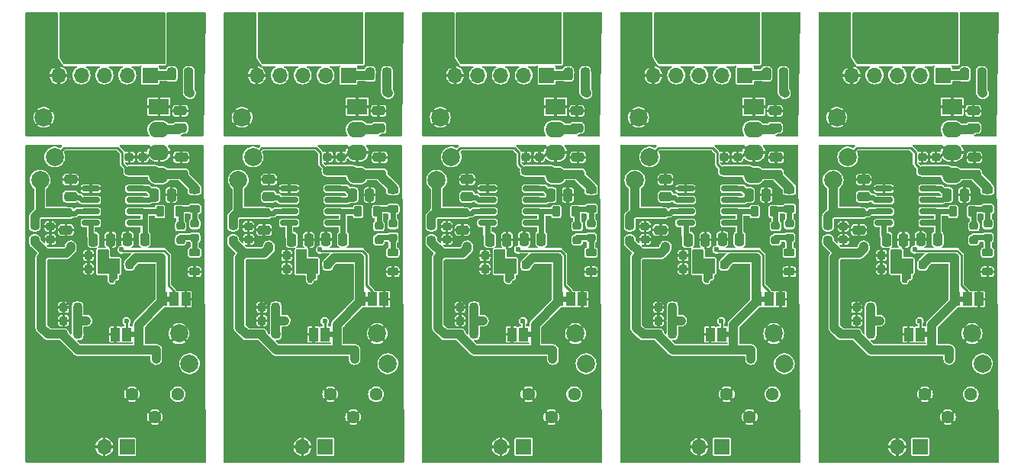
<source format=gbl>
%TF.GenerationSoftware,KiCad,Pcbnew,7.0.1*%
%TF.CreationDate,2023-10-09T01:52:17+02:00*%
%TF.ProjectId,current_probe,63757272-656e-4745-9f70-726f62652e6b,rev?*%
%TF.SameCoordinates,Original*%
%TF.FileFunction,Copper,L2,Bot*%
%TF.FilePolarity,Positive*%
%FSLAX46Y46*%
G04 Gerber Fmt 4.6, Leading zero omitted, Abs format (unit mm)*
G04 Created by KiCad (PCBNEW 7.0.1) date 2023-10-09 01:52:17*
%MOMM*%
%LPD*%
G01*
G04 APERTURE LIST*
G04 Aperture macros list*
%AMRoundRect*
0 Rectangle with rounded corners*
0 $1 Rounding radius*
0 $2 $3 $4 $5 $6 $7 $8 $9 X,Y pos of 4 corners*
0 Add a 4 corners polygon primitive as box body*
4,1,4,$2,$3,$4,$5,$6,$7,$8,$9,$2,$3,0*
0 Add four circle primitives for the rounded corners*
1,1,$1+$1,$2,$3*
1,1,$1+$1,$4,$5*
1,1,$1+$1,$6,$7*
1,1,$1+$1,$8,$9*
0 Add four rect primitives between the rounded corners*
20,1,$1+$1,$2,$3,$4,$5,0*
20,1,$1+$1,$4,$5,$6,$7,0*
20,1,$1+$1,$6,$7,$8,$9,0*
20,1,$1+$1,$8,$9,$2,$3,0*%
G04 Aperture macros list end*
%TA.AperFunction,ComponentPad*%
%ADD10R,1.700000X1.700000*%
%TD*%
%TA.AperFunction,ComponentPad*%
%ADD11O,1.700000X1.700000*%
%TD*%
%TA.AperFunction,ComponentPad*%
%ADD12R,2.250000X1.750000*%
%TD*%
%TA.AperFunction,ComponentPad*%
%ADD13O,2.250000X1.750000*%
%TD*%
%TA.AperFunction,SMDPad,CuDef*%
%ADD14R,1.500000X5.080000*%
%TD*%
%TA.AperFunction,ComponentPad*%
%ADD15C,2.000000*%
%TD*%
%TA.AperFunction,ComponentPad*%
%ADD16C,1.440000*%
%TD*%
%TA.AperFunction,SMDPad,CuDef*%
%ADD17RoundRect,0.243750X-0.243750X-0.456250X0.243750X-0.456250X0.243750X0.456250X-0.243750X0.456250X0*%
%TD*%
%TA.AperFunction,SMDPad,CuDef*%
%ADD18RoundRect,0.150000X-0.825000X-0.150000X0.825000X-0.150000X0.825000X0.150000X-0.825000X0.150000X0*%
%TD*%
%TA.AperFunction,SMDPad,CuDef*%
%ADD19R,2.290000X3.000000*%
%TD*%
%TA.AperFunction,SMDPad,CuDef*%
%ADD20RoundRect,0.225000X0.250000X-0.225000X0.250000X0.225000X-0.250000X0.225000X-0.250000X-0.225000X0*%
%TD*%
%TA.AperFunction,SMDPad,CuDef*%
%ADD21RoundRect,0.250000X-0.250000X-0.475000X0.250000X-0.475000X0.250000X0.475000X-0.250000X0.475000X0*%
%TD*%
%TA.AperFunction,SMDPad,CuDef*%
%ADD22RoundRect,0.225000X-0.225000X-0.250000X0.225000X-0.250000X0.225000X0.250000X-0.225000X0.250000X0*%
%TD*%
%TA.AperFunction,SMDPad,CuDef*%
%ADD23RoundRect,0.218750X0.256250X-0.218750X0.256250X0.218750X-0.256250X0.218750X-0.256250X-0.218750X0*%
%TD*%
%TA.AperFunction,SMDPad,CuDef*%
%ADD24RoundRect,0.250000X-0.475000X0.250000X-0.475000X-0.250000X0.475000X-0.250000X0.475000X0.250000X0*%
%TD*%
%TA.AperFunction,SMDPad,CuDef*%
%ADD25RoundRect,0.250000X0.475000X-0.250000X0.475000X0.250000X-0.475000X0.250000X-0.475000X-0.250000X0*%
%TD*%
%TA.AperFunction,SMDPad,CuDef*%
%ADD26RoundRect,0.218750X0.218750X0.256250X-0.218750X0.256250X-0.218750X-0.256250X0.218750X-0.256250X0*%
%TD*%
%TA.AperFunction,SMDPad,CuDef*%
%ADD27RoundRect,0.218750X-0.218750X-0.256250X0.218750X-0.256250X0.218750X0.256250X-0.218750X0.256250X0*%
%TD*%
%TA.AperFunction,SMDPad,CuDef*%
%ADD28RoundRect,0.218750X-0.381250X0.218750X-0.381250X-0.218750X0.381250X-0.218750X0.381250X0.218750X0*%
%TD*%
%TA.AperFunction,SMDPad,CuDef*%
%ADD29R,1.000000X1.500000*%
%TD*%
%TA.AperFunction,SMDPad,CuDef*%
%ADD30RoundRect,0.225000X-0.250000X0.225000X-0.250000X-0.225000X0.250000X-0.225000X0.250000X0.225000X0*%
%TD*%
%TA.AperFunction,SMDPad,CuDef*%
%ADD31RoundRect,0.218750X0.381250X-0.218750X0.381250X0.218750X-0.381250X0.218750X-0.381250X-0.218750X0*%
%TD*%
%TA.AperFunction,SMDPad,CuDef*%
%ADD32RoundRect,0.218750X0.218750X0.381250X-0.218750X0.381250X-0.218750X-0.381250X0.218750X-0.381250X0*%
%TD*%
%TA.AperFunction,SMDPad,CuDef*%
%ADD33RoundRect,0.250000X0.250000X0.475000X-0.250000X0.475000X-0.250000X-0.475000X0.250000X-0.475000X0*%
%TD*%
%TA.AperFunction,ViaPad*%
%ADD34C,0.600000*%
%TD*%
%TA.AperFunction,Conductor*%
%ADD35C,1.000000*%
%TD*%
%TA.AperFunction,Conductor*%
%ADD36C,0.250000*%
%TD*%
%TA.AperFunction,Conductor*%
%ADD37C,0.600000*%
%TD*%
G04 APERTURE END LIST*
%TA.AperFunction,EtchedComponent*%
%TO.C,JP1*%
G36*
X206164200Y-132075600D02*
G01*
X205664200Y-132075600D01*
X205664200Y-131475600D01*
X206164200Y-131475600D01*
X206164200Y-132075600D01*
G37*
%TD.AperFunction*%
%TA.AperFunction,EtchedComponent*%
%TO.C,JP2*%
G36*
X210084200Y-128160600D02*
G01*
X209584200Y-128160600D01*
X209584200Y-127560600D01*
X210084200Y-127560600D01*
X210084200Y-128160600D01*
G37*
%TD.AperFunction*%
%TA.AperFunction,EtchedComponent*%
G36*
X144084200Y-128160600D02*
G01*
X143584200Y-128160600D01*
X143584200Y-127560600D01*
X144084200Y-127560600D01*
X144084200Y-128160600D01*
G37*
%TD.AperFunction*%
%TA.AperFunction,EtchedComponent*%
%TO.C,JP1*%
G36*
X140164200Y-132075600D02*
G01*
X139664200Y-132075600D01*
X139664200Y-131475600D01*
X140164200Y-131475600D01*
X140164200Y-132075600D01*
G37*
%TD.AperFunction*%
%TA.AperFunction,EtchedComponent*%
%TO.C,JP2*%
G36*
X188084200Y-128160600D02*
G01*
X187584200Y-128160600D01*
X187584200Y-127560600D01*
X188084200Y-127560600D01*
X188084200Y-128160600D01*
G37*
%TD.AperFunction*%
%TA.AperFunction,EtchedComponent*%
%TO.C,JP1*%
G36*
X162164200Y-132075600D02*
G01*
X161664200Y-132075600D01*
X161664200Y-131475600D01*
X162164200Y-131475600D01*
X162164200Y-132075600D01*
G37*
%TD.AperFunction*%
%TA.AperFunction,EtchedComponent*%
G36*
X184164200Y-132075600D02*
G01*
X183664200Y-132075600D01*
X183664200Y-131475600D01*
X184164200Y-131475600D01*
X184164200Y-132075600D01*
G37*
%TD.AperFunction*%
%TA.AperFunction,EtchedComponent*%
G36*
X118164200Y-132075600D02*
G01*
X117664200Y-132075600D01*
X117664200Y-131475600D01*
X118164200Y-131475600D01*
X118164200Y-132075600D01*
G37*
%TD.AperFunction*%
%TA.AperFunction,EtchedComponent*%
%TO.C,JP2*%
G36*
X166084200Y-128160600D02*
G01*
X165584200Y-128160600D01*
X165584200Y-127560600D01*
X166084200Y-127560600D01*
X166084200Y-128160600D01*
G37*
%TD.AperFunction*%
%TA.AperFunction,EtchedComponent*%
G36*
X122084200Y-128160600D02*
G01*
X121584200Y-128160600D01*
X121584200Y-127560600D01*
X122084200Y-127560600D01*
X122084200Y-128160600D01*
G37*
%TD.AperFunction*%
%TD*%
D10*
%TO.P,J3,1,Pin_1*%
%TO.N,+VIN*%
X119824200Y-103000600D03*
D11*
%TO.P,J3,2,Pin_2*%
%TO.N,Net-(J1-In)*%
X117284200Y-103000600D03*
%TO.P,J3,3,Pin_3*%
%TO.N,Net-(J3-Pin_3)*%
X114744200Y-103000600D03*
%TO.P,J3,4,Pin_4*%
%TO.N,Net-(J1-Ext)*%
X112204200Y-103000600D03*
%TO.P,J3,5,Pin_5*%
%TO.N,GNDPWR*%
X109664200Y-103000600D03*
%TD*%
D12*
%TO.P,PS1,1,-Vin*%
%TO.N,GNDPWR*%
X120809200Y-106470600D03*
D13*
%TO.P,PS1,2,+Vin*%
%TO.N,Net-(D2-K)*%
X120809200Y-109010600D03*
%TO.P,PS1,3,-Vout*%
%TO.N,GND*%
X120809200Y-111550600D03*
%TO.P,PS1,4,+Vout*%
%TO.N,+9V*%
X120809200Y-114090600D03*
%TD*%
D14*
%TO.P,J1,2,Ext*%
%TO.N,Net-(J1-Ext)*%
X111749200Y-98750600D03*
X120249200Y-98750600D03*
%TD*%
D15*
%TO.P,TP2,1,1*%
%TO.N,+9V*%
X153238904Y-112060600D03*
%TD*%
D16*
%TO.P,R11,1*%
%TO.N,Net-(FB6-Pad2)*%
X188884200Y-138425600D03*
%TO.P,R11,2*%
%TO.N,GND*%
X186344200Y-140965600D03*
%TO.P,R11,3*%
X183804200Y-138425600D03*
%TD*%
D15*
%TO.P,TP5,1,1*%
%TO.N,GND*%
X167024200Y-131675600D03*
%TD*%
%TO.P,TP1,1,1*%
%TO.N,Net-(FB6-Pad2)*%
X124194200Y-135015600D03*
%TD*%
%TO.P,TP3,1,1*%
%TO.N,Net-(U2-VOUT)*%
X195613904Y-114635600D03*
%TD*%
%TO.P,TP2,1,1*%
%TO.N,+9V*%
X131238904Y-112060600D03*
%TD*%
%TO.P,TP4,1,1*%
%TO.N,GNDPWR*%
X174024200Y-107665600D03*
%TD*%
%TO.P,TP5,1,1*%
%TO.N,GND*%
X211024200Y-131675600D03*
%TD*%
D12*
%TO.P,PS1,1,-Vin*%
%TO.N,GNDPWR*%
X186809200Y-106470600D03*
D13*
%TO.P,PS1,2,+Vin*%
%TO.N,Net-(D2-K)*%
X186809200Y-109010600D03*
%TO.P,PS1,3,-Vout*%
%TO.N,GND*%
X186809200Y-111550600D03*
%TO.P,PS1,4,+Vout*%
%TO.N,+9V*%
X186809200Y-114090600D03*
%TD*%
D15*
%TO.P,TP2,1,1*%
%TO.N,+9V*%
X175238904Y-112060600D03*
%TD*%
D12*
%TO.P,PS1,1,-Vin*%
%TO.N,GNDPWR*%
X142809200Y-106470600D03*
D13*
%TO.P,PS1,2,+Vin*%
%TO.N,Net-(D2-K)*%
X142809200Y-109010600D03*
%TO.P,PS1,3,-Vout*%
%TO.N,GND*%
X142809200Y-111550600D03*
%TO.P,PS1,4,+Vout*%
%TO.N,+9V*%
X142809200Y-114090600D03*
%TD*%
D10*
%TO.P,J3,1,Pin_1*%
%TO.N,+VIN*%
X185824200Y-103000600D03*
D11*
%TO.P,J3,2,Pin_2*%
%TO.N,Net-(J1-In)*%
X183284200Y-103000600D03*
%TO.P,J3,3,Pin_3*%
%TO.N,Net-(J3-Pin_3)*%
X180744200Y-103000600D03*
%TO.P,J3,4,Pin_4*%
%TO.N,Net-(J1-Ext)*%
X178204200Y-103000600D03*
%TO.P,J3,5,Pin_5*%
%TO.N,GNDPWR*%
X175664200Y-103000600D03*
%TD*%
D15*
%TO.P,TP2,1,1*%
%TO.N,+9V*%
X109238904Y-112060600D03*
%TD*%
D10*
%TO.P,J2,1,Pin_1*%
%TO.N,Net-(D1-A1)*%
X205274200Y-144250600D03*
D11*
%TO.P,J2,2,Pin_2*%
%TO.N,GND*%
X202734200Y-144250600D03*
%TD*%
D15*
%TO.P,TP1,1,1*%
%TO.N,Net-(FB6-Pad2)*%
X146194200Y-135015600D03*
%TD*%
D10*
%TO.P,J2,1,Pin_1*%
%TO.N,Net-(D1-A1)*%
X183274200Y-144250600D03*
D11*
%TO.P,J2,2,Pin_2*%
%TO.N,GND*%
X180734200Y-144250600D03*
%TD*%
D16*
%TO.P,R11,1*%
%TO.N,Net-(FB6-Pad2)*%
X122884200Y-138425600D03*
%TO.P,R11,2*%
%TO.N,GND*%
X120344200Y-140965600D03*
%TO.P,R11,3*%
X117804200Y-138425600D03*
%TD*%
D10*
%TO.P,J3,1,Pin_1*%
%TO.N,+VIN*%
X163824200Y-103000600D03*
D11*
%TO.P,J3,2,Pin_2*%
%TO.N,Net-(J1-In)*%
X161284200Y-103000600D03*
%TO.P,J3,3,Pin_3*%
%TO.N,Net-(J3-Pin_3)*%
X158744200Y-103000600D03*
%TO.P,J3,4,Pin_4*%
%TO.N,Net-(J1-Ext)*%
X156204200Y-103000600D03*
%TO.P,J3,5,Pin_5*%
%TO.N,GNDPWR*%
X153664200Y-103000600D03*
%TD*%
D16*
%TO.P,R11,1*%
%TO.N,Net-(FB6-Pad2)*%
X144884200Y-138425600D03*
%TO.P,R11,2*%
%TO.N,GND*%
X142344200Y-140965600D03*
%TO.P,R11,3*%
X139804200Y-138425600D03*
%TD*%
D14*
%TO.P,J1,2,Ext*%
%TO.N,Net-(J1-Ext)*%
X133749200Y-98750600D03*
X142249200Y-98750600D03*
%TD*%
D15*
%TO.P,TP1,1,1*%
%TO.N,Net-(FB6-Pad2)*%
X212194200Y-135015600D03*
%TD*%
%TO.P,TP3,1,1*%
%TO.N,Net-(U2-VOUT)*%
X151613904Y-114635600D03*
%TD*%
D16*
%TO.P,R11,1*%
%TO.N,Net-(FB6-Pad2)*%
X210884200Y-138425600D03*
%TO.P,R11,2*%
%TO.N,GND*%
X208344200Y-140965600D03*
%TO.P,R11,3*%
X205804200Y-138425600D03*
%TD*%
%TO.P,R11,1*%
%TO.N,Net-(FB6-Pad2)*%
X166884200Y-138425600D03*
%TO.P,R11,2*%
%TO.N,GND*%
X164344200Y-140965600D03*
%TO.P,R11,3*%
X161804200Y-138425600D03*
%TD*%
D10*
%TO.P,J2,1,Pin_1*%
%TO.N,Net-(D1-A1)*%
X139274200Y-144250600D03*
D11*
%TO.P,J2,2,Pin_2*%
%TO.N,GND*%
X136734200Y-144250600D03*
%TD*%
D15*
%TO.P,TP2,1,1*%
%TO.N,+9V*%
X197238904Y-112060600D03*
%TD*%
D14*
%TO.P,J1,2,Ext*%
%TO.N,Net-(J1-Ext)*%
X155749200Y-98750600D03*
X164249200Y-98750600D03*
%TD*%
D15*
%TO.P,TP4,1,1*%
%TO.N,GNDPWR*%
X108024200Y-107665600D03*
%TD*%
%TO.P,TP4,1,1*%
%TO.N,GNDPWR*%
X130024200Y-107665600D03*
%TD*%
%TO.P,TP5,1,1*%
%TO.N,GND*%
X145024200Y-131675600D03*
%TD*%
%TO.P,TP4,1,1*%
%TO.N,GNDPWR*%
X152024200Y-107665600D03*
%TD*%
D14*
%TO.P,J1,2,Ext*%
%TO.N,Net-(J1-Ext)*%
X177749200Y-98750600D03*
X186249200Y-98750600D03*
%TD*%
D15*
%TO.P,TP3,1,1*%
%TO.N,Net-(U2-VOUT)*%
X173613904Y-114635600D03*
%TD*%
%TO.P,TP4,1,1*%
%TO.N,GNDPWR*%
X196024200Y-107665600D03*
%TD*%
%TO.P,TP5,1,1*%
%TO.N,GND*%
X123024200Y-131675600D03*
%TD*%
D12*
%TO.P,PS1,1,-Vin*%
%TO.N,GNDPWR*%
X164809200Y-106470600D03*
D13*
%TO.P,PS1,2,+Vin*%
%TO.N,Net-(D2-K)*%
X164809200Y-109010600D03*
%TO.P,PS1,3,-Vout*%
%TO.N,GND*%
X164809200Y-111550600D03*
%TO.P,PS1,4,+Vout*%
%TO.N,+9V*%
X164809200Y-114090600D03*
%TD*%
D12*
%TO.P,PS1,1,-Vin*%
%TO.N,GNDPWR*%
X208809200Y-106470600D03*
D13*
%TO.P,PS1,2,+Vin*%
%TO.N,Net-(D2-K)*%
X208809200Y-109010600D03*
%TO.P,PS1,3,-Vout*%
%TO.N,GND*%
X208809200Y-111550600D03*
%TO.P,PS1,4,+Vout*%
%TO.N,+9V*%
X208809200Y-114090600D03*
%TD*%
D10*
%TO.P,J3,1,Pin_1*%
%TO.N,+VIN*%
X141824200Y-103000600D03*
D11*
%TO.P,J3,2,Pin_2*%
%TO.N,Net-(J1-In)*%
X139284200Y-103000600D03*
%TO.P,J3,3,Pin_3*%
%TO.N,Net-(J3-Pin_3)*%
X136744200Y-103000600D03*
%TO.P,J3,4,Pin_4*%
%TO.N,Net-(J1-Ext)*%
X134204200Y-103000600D03*
%TO.P,J3,5,Pin_5*%
%TO.N,GNDPWR*%
X131664200Y-103000600D03*
%TD*%
D10*
%TO.P,J3,1,Pin_1*%
%TO.N,+VIN*%
X207824200Y-103000600D03*
D11*
%TO.P,J3,2,Pin_2*%
%TO.N,Net-(J1-In)*%
X205284200Y-103000600D03*
%TO.P,J3,3,Pin_3*%
%TO.N,Net-(J3-Pin_3)*%
X202744200Y-103000600D03*
%TO.P,J3,4,Pin_4*%
%TO.N,Net-(J1-Ext)*%
X200204200Y-103000600D03*
%TO.P,J3,5,Pin_5*%
%TO.N,GNDPWR*%
X197664200Y-103000600D03*
%TD*%
D15*
%TO.P,TP3,1,1*%
%TO.N,Net-(U2-VOUT)*%
X129613904Y-114635600D03*
%TD*%
D14*
%TO.P,J1,2,Ext*%
%TO.N,Net-(J1-Ext)*%
X199749200Y-98750600D03*
X208249200Y-98750600D03*
%TD*%
D10*
%TO.P,J2,1,Pin_1*%
%TO.N,Net-(D1-A1)*%
X161274200Y-144250600D03*
D11*
%TO.P,J2,2,Pin_2*%
%TO.N,GND*%
X158734200Y-144250600D03*
%TD*%
D15*
%TO.P,TP5,1,1*%
%TO.N,GND*%
X189024200Y-131675600D03*
%TD*%
%TO.P,TP1,1,1*%
%TO.N,Net-(FB6-Pad2)*%
X190194200Y-135015600D03*
%TD*%
D10*
%TO.P,J2,1,Pin_1*%
%TO.N,Net-(D1-A1)*%
X117274200Y-144250600D03*
D11*
%TO.P,J2,2,Pin_2*%
%TO.N,GND*%
X114734200Y-144250600D03*
%TD*%
D15*
%TO.P,TP1,1,1*%
%TO.N,Net-(FB6-Pad2)*%
X168194200Y-135015600D03*
%TD*%
%TO.P,TP3,1,1*%
%TO.N,Net-(U2-VOUT)*%
X107613904Y-114635600D03*
%TD*%
D17*
%TO.P,F1,1*%
%TO.N,+VIN*%
X166226700Y-102875600D03*
%TO.P,F1,2*%
%TO.N,Net-(D2-K)*%
X168101700Y-102875600D03*
%TD*%
D18*
%TO.P,U2,1,VREG*%
%TO.N,Net-(U2-VREG)*%
X179249200Y-119380600D03*
%TO.P,U2,2,VOUT*%
%TO.N,Net-(U2-VOUT)*%
X179249200Y-118110600D03*
%TO.P,U2,3,BYP*%
%TO.N,Net-(U2-BYP)*%
X179249200Y-116840600D03*
%TO.P,U2,4,GND*%
%TO.N,GND*%
X179249200Y-115570600D03*
%TO.P,U2,5,REF_SENSE*%
%TO.N,Net-(U2-REF)*%
X184199200Y-115570600D03*
%TO.P,U2,6,REF*%
X184199200Y-116840600D03*
%TO.P,U2,7,EN*%
%TO.N,Net-(U2-EN)*%
X184199200Y-118110600D03*
%TO.P,U2,8,VIN*%
X184199200Y-119380600D03*
D19*
%TO.P,U2,9,GND*%
%TO.N,GND*%
X181724200Y-117475600D03*
%TD*%
D20*
%TO.P,C25,1*%
%TO.N,Net-(C25-Pad1)*%
X168774200Y-121027148D03*
%TO.P,C25,2*%
%TO.N,Net-(C25-Pad2)*%
X168774200Y-119477148D03*
%TD*%
D21*
%TO.P,C27,1*%
%TO.N,GND*%
X205320748Y-121205600D03*
%TO.P,C27,2*%
%TO.N,Net-(U2-EN)*%
X207220748Y-121205600D03*
%TD*%
D22*
%TO.P,C11,1*%
%TO.N,GND*%
X178974200Y-123000600D03*
%TO.P,C11,2*%
%TO.N,Net-(U1D-VPOS)*%
X180524200Y-123000600D03*
%TD*%
%TO.P,C13,1*%
%TO.N,GND*%
X176224200Y-128750600D03*
%TO.P,C13,2*%
%TO.N,Net-(U1B-V+)*%
X177774200Y-128750600D03*
%TD*%
D23*
%TO.P,FB7,1*%
%TO.N,+5V*%
X129040594Y-121297165D03*
%TO.P,FB7,2*%
%TO.N,Net-(U2-VOUT)*%
X129040594Y-119722165D03*
%TD*%
D20*
%TO.P,C29,1*%
%TO.N,GND*%
X174744200Y-119774052D03*
%TO.P,C29,2*%
%TO.N,Net-(U2-VOUT)*%
X174744200Y-118224052D03*
%TD*%
D24*
%TO.P,C31,1*%
%TO.N,GND*%
X177004200Y-114572148D03*
%TO.P,C31,2*%
%TO.N,Net-(U2-BYP)*%
X177004200Y-116472148D03*
%TD*%
%TO.P,C22,1*%
%TO.N,GND*%
X211284200Y-112100482D03*
%TO.P,C22,2*%
%TO.N,+9V*%
X211284200Y-114000482D03*
%TD*%
D18*
%TO.P,U2,1,VREG*%
%TO.N,Net-(U2-VREG)*%
X135249200Y-119380600D03*
%TO.P,U2,2,VOUT*%
%TO.N,Net-(U2-VOUT)*%
X135249200Y-118110600D03*
%TO.P,U2,3,BYP*%
%TO.N,Net-(U2-BYP)*%
X135249200Y-116840600D03*
%TO.P,U2,4,GND*%
%TO.N,GND*%
X135249200Y-115570600D03*
%TO.P,U2,5,REF_SENSE*%
%TO.N,Net-(U2-REF)*%
X140199200Y-115570600D03*
%TO.P,U2,6,REF*%
X140199200Y-116840600D03*
%TO.P,U2,7,EN*%
%TO.N,Net-(U2-EN)*%
X140199200Y-118110600D03*
%TO.P,U2,8,VIN*%
X140199200Y-119380600D03*
D19*
%TO.P,U2,9,GND*%
%TO.N,GND*%
X137724200Y-117475600D03*
%TD*%
D20*
%TO.P,C26,1*%
%TO.N,Net-(C25-Pad1)*%
X189214200Y-121274052D03*
%TO.P,C26,2*%
%TO.N,Net-(C25-Pad2)*%
X189214200Y-119724052D03*
%TD*%
D24*
%TO.P,C31,1*%
%TO.N,GND*%
X111004200Y-114572148D03*
%TO.P,C31,2*%
%TO.N,Net-(U2-BYP)*%
X111004200Y-116472148D03*
%TD*%
D23*
%TO.P,FB7,1*%
%TO.N,+5V*%
X107040594Y-121297165D03*
%TO.P,FB7,2*%
%TO.N,Net-(U2-VOUT)*%
X107040594Y-119722165D03*
%TD*%
D22*
%TO.P,C11,1*%
%TO.N,GND*%
X134974200Y-123000600D03*
%TO.P,C11,2*%
%TO.N,Net-(U1D-VPOS)*%
X136524200Y-123000600D03*
%TD*%
D25*
%TO.P,C28,1*%
%TO.N,GND*%
X110474200Y-120179052D03*
%TO.P,C28,2*%
%TO.N,Net-(U2-VOUT)*%
X110474200Y-118279052D03*
%TD*%
D26*
%TO.P,FB5,1*%
%TO.N,Net-(U1B-V+)*%
X133786700Y-131750600D03*
%TO.P,FB5,2*%
%TO.N,+5V*%
X132211700Y-131750600D03*
%TD*%
D24*
%TO.P,C22,1*%
%TO.N,GND*%
X167284200Y-112100482D03*
%TO.P,C22,2*%
%TO.N,+9V*%
X167284200Y-114000482D03*
%TD*%
D27*
%TO.P,FB4,1*%
%TO.N,Net-(U1D-VPOS)*%
X159956404Y-124035600D03*
%TO.P,FB4,2*%
%TO.N,+5V*%
X161531404Y-124035600D03*
%TD*%
D22*
%TO.P,C14,1*%
%TO.N,GND*%
X110224200Y-130250600D03*
%TO.P,C14,2*%
%TO.N,Net-(U1B-V+)*%
X111774200Y-130250600D03*
%TD*%
D20*
%TO.P,C29,1*%
%TO.N,GND*%
X108744200Y-119774052D03*
%TO.P,C29,2*%
%TO.N,Net-(U2-VOUT)*%
X108744200Y-118224052D03*
%TD*%
%TO.P,C25,1*%
%TO.N,Net-(C25-Pad1)*%
X146774200Y-121027148D03*
%TO.P,C25,2*%
%TO.N,Net-(C25-Pad2)*%
X146774200Y-119477148D03*
%TD*%
D28*
%TO.P,L1,1,1*%
%TO.N,+9V*%
X212749200Y-115688100D03*
%TO.P,L1,2,2*%
%TO.N,Net-(C25-Pad2)*%
X212749200Y-117813100D03*
%TD*%
D24*
%TO.P,C21,1*%
%TO.N,GNDPWR*%
X145174200Y-106935600D03*
%TO.P,C21,2*%
%TO.N,Net-(D2-K)*%
X145174200Y-108835600D03*
%TD*%
D29*
%TO.P,JP1,1,A*%
%TO.N,+5V*%
X206564200Y-131775600D03*
%TO.P,JP1,2,C*%
%TO.N,Net-(JP1-C)*%
X205264200Y-131775600D03*
%TO.P,JP1,3,B*%
%TO.N,GND*%
X203964200Y-131775600D03*
%TD*%
D30*
%TO.P,C24,1*%
%TO.N,GND*%
X117504200Y-112055482D03*
%TO.P,C24,2*%
%TO.N,+9V*%
X117504200Y-113605482D03*
%TD*%
D31*
%TO.P,L3,1,1*%
%TO.N,GND*%
X146749200Y-124813100D03*
%TO.P,L3,2,2*%
%TO.N,Net-(C25-Pad1)*%
X146749200Y-122688100D03*
%TD*%
D32*
%TO.P,L2,1,1*%
%TO.N,Net-(C25-Pad2)*%
X189030152Y-118125600D03*
%TO.P,L2,2,2*%
%TO.N,Net-(U2-EN)*%
X186905152Y-118125600D03*
%TD*%
D24*
%TO.P,C21,1*%
%TO.N,GNDPWR*%
X123174200Y-106935600D03*
%TO.P,C21,2*%
%TO.N,Net-(D2-K)*%
X123174200Y-108835600D03*
%TD*%
D22*
%TO.P,C12,1*%
%TO.N,GND*%
X156974200Y-124500600D03*
%TO.P,C12,2*%
%TO.N,Net-(U1D-VPOS)*%
X158524200Y-124500600D03*
%TD*%
D32*
%TO.P,L2,1,1*%
%TO.N,Net-(C25-Pad2)*%
X167030152Y-118125600D03*
%TO.P,L2,2,2*%
%TO.N,Net-(U2-EN)*%
X164905152Y-118125600D03*
%TD*%
D23*
%TO.P,FB7,1*%
%TO.N,+5V*%
X151040594Y-121297165D03*
%TO.P,FB7,2*%
%TO.N,Net-(U2-VOUT)*%
X151040594Y-119722165D03*
%TD*%
D22*
%TO.P,C13,1*%
%TO.N,GND*%
X132224200Y-128750600D03*
%TO.P,C13,2*%
%TO.N,Net-(U1B-V+)*%
X133774200Y-128750600D03*
%TD*%
D26*
%TO.P,FB5,1*%
%TO.N,Net-(U1B-V+)*%
X111786700Y-131750600D03*
%TO.P,FB5,2*%
%TO.N,+5V*%
X110211700Y-131750600D03*
%TD*%
D22*
%TO.P,C13,1*%
%TO.N,GND*%
X110224200Y-128750600D03*
%TO.P,C13,2*%
%TO.N,Net-(U1B-V+)*%
X111774200Y-128750600D03*
%TD*%
D29*
%TO.P,JP2,1,A*%
%TO.N,+5V*%
X209184200Y-127860600D03*
%TO.P,JP2,2,C*%
%TO.N,Net-(JP2-C)*%
X210484200Y-127860600D03*
%TO.P,JP2,3,B*%
%TO.N,GND*%
X211784200Y-127860600D03*
%TD*%
D27*
%TO.P,FB4,1*%
%TO.N,Net-(U1D-VPOS)*%
X115956404Y-124035600D03*
%TO.P,FB4,2*%
%TO.N,+5V*%
X117531404Y-124035600D03*
%TD*%
D17*
%TO.P,F1,1*%
%TO.N,+VIN*%
X210226700Y-102875600D03*
%TO.P,F1,2*%
%TO.N,Net-(D2-K)*%
X212101700Y-102875600D03*
%TD*%
D25*
%TO.P,C28,1*%
%TO.N,GND*%
X198474200Y-120179052D03*
%TO.P,C28,2*%
%TO.N,Net-(U2-VOUT)*%
X198474200Y-118279052D03*
%TD*%
D24*
%TO.P,C31,1*%
%TO.N,GND*%
X199004200Y-114572148D03*
%TO.P,C31,2*%
%TO.N,Net-(U2-BYP)*%
X199004200Y-116472148D03*
%TD*%
D33*
%TO.P,C33,1*%
%TO.N,GND*%
X144177652Y-116285600D03*
%TO.P,C33,2*%
%TO.N,Net-(U2-REF)*%
X142277652Y-116285600D03*
%TD*%
D30*
%TO.P,C23,1*%
%TO.N,GND*%
X185014200Y-112055482D03*
%TO.P,C23,2*%
%TO.N,+9V*%
X185014200Y-113605482D03*
%TD*%
D24*
%TO.P,C21,1*%
%TO.N,GNDPWR*%
X211174200Y-106935600D03*
%TO.P,C21,2*%
%TO.N,Net-(D2-K)*%
X211174200Y-108835600D03*
%TD*%
D28*
%TO.P,L1,1,1*%
%TO.N,+9V*%
X124749200Y-115688100D03*
%TO.P,L1,2,2*%
%TO.N,Net-(C25-Pad2)*%
X124749200Y-117813100D03*
%TD*%
D31*
%TO.P,L3,1,1*%
%TO.N,GND*%
X168749200Y-124813100D03*
%TO.P,L3,2,2*%
%TO.N,Net-(C25-Pad1)*%
X168749200Y-122688100D03*
%TD*%
D28*
%TO.P,L1,1,1*%
%TO.N,+9V*%
X190749200Y-115688100D03*
%TO.P,L1,2,2*%
%TO.N,Net-(C25-Pad2)*%
X190749200Y-117813100D03*
%TD*%
D22*
%TO.P,C11,1*%
%TO.N,GND*%
X200974200Y-123000600D03*
%TO.P,C11,2*%
%TO.N,Net-(U1D-VPOS)*%
X202524200Y-123000600D03*
%TD*%
D27*
%TO.P,FB4,1*%
%TO.N,Net-(U1D-VPOS)*%
X137956404Y-124035600D03*
%TO.P,FB4,2*%
%TO.N,+5V*%
X139531404Y-124035600D03*
%TD*%
D24*
%TO.P,C22,1*%
%TO.N,GND*%
X123284200Y-112100482D03*
%TO.P,C22,2*%
%TO.N,+9V*%
X123284200Y-114000482D03*
%TD*%
D18*
%TO.P,U2,1,VREG*%
%TO.N,Net-(U2-VREG)*%
X157249200Y-119380600D03*
%TO.P,U2,2,VOUT*%
%TO.N,Net-(U2-VOUT)*%
X157249200Y-118110600D03*
%TO.P,U2,3,BYP*%
%TO.N,Net-(U2-BYP)*%
X157249200Y-116840600D03*
%TO.P,U2,4,GND*%
%TO.N,GND*%
X157249200Y-115570600D03*
%TO.P,U2,5,REF_SENSE*%
%TO.N,Net-(U2-REF)*%
X162199200Y-115570600D03*
%TO.P,U2,6,REF*%
X162199200Y-116840600D03*
%TO.P,U2,7,EN*%
%TO.N,Net-(U2-EN)*%
X162199200Y-118110600D03*
%TO.P,U2,8,VIN*%
X162199200Y-119380600D03*
D19*
%TO.P,U2,9,GND*%
%TO.N,GND*%
X159724200Y-117475600D03*
%TD*%
D30*
%TO.P,C23,1*%
%TO.N,GND*%
X119014200Y-112055482D03*
%TO.P,C23,2*%
%TO.N,+9V*%
X119014200Y-113605482D03*
%TD*%
D32*
%TO.P,L2,1,1*%
%TO.N,Net-(C25-Pad2)*%
X145030152Y-118125600D03*
%TO.P,L2,2,2*%
%TO.N,Net-(U2-EN)*%
X142905152Y-118125600D03*
%TD*%
D33*
%TO.P,C32,1*%
%TO.N,GND*%
X181427652Y-121265600D03*
%TO.P,C32,2*%
%TO.N,Net-(U2-VREG)*%
X179527652Y-121265600D03*
%TD*%
D32*
%TO.P,L2,1,1*%
%TO.N,Net-(C25-Pad2)*%
X123030152Y-118125600D03*
%TO.P,L2,2,2*%
%TO.N,Net-(U2-EN)*%
X120905152Y-118125600D03*
%TD*%
D22*
%TO.P,C12,1*%
%TO.N,GND*%
X178974200Y-124500600D03*
%TO.P,C12,2*%
%TO.N,Net-(U1D-VPOS)*%
X180524200Y-124500600D03*
%TD*%
D30*
%TO.P,C30,1*%
%TO.N,GND*%
X130764200Y-121227148D03*
%TO.P,C30,2*%
%TO.N,+5V*%
X130764200Y-122777148D03*
%TD*%
D20*
%TO.P,C25,1*%
%TO.N,Net-(C25-Pad1)*%
X124774200Y-121027148D03*
%TO.P,C25,2*%
%TO.N,Net-(C25-Pad2)*%
X124774200Y-119477148D03*
%TD*%
D21*
%TO.P,C27,1*%
%TO.N,GND*%
X161320748Y-121205600D03*
%TO.P,C27,2*%
%TO.N,Net-(U2-EN)*%
X163220748Y-121205600D03*
%TD*%
D30*
%TO.P,C30,1*%
%TO.N,GND*%
X108764200Y-121227148D03*
%TO.P,C30,2*%
%TO.N,+5V*%
X108764200Y-122777148D03*
%TD*%
D22*
%TO.P,C13,1*%
%TO.N,GND*%
X198224200Y-128750600D03*
%TO.P,C13,2*%
%TO.N,Net-(U1B-V+)*%
X199774200Y-128750600D03*
%TD*%
D20*
%TO.P,C25,1*%
%TO.N,Net-(C25-Pad1)*%
X190774200Y-121027148D03*
%TO.P,C25,2*%
%TO.N,Net-(C25-Pad2)*%
X190774200Y-119477148D03*
%TD*%
D31*
%TO.P,L3,1,1*%
%TO.N,GND*%
X190749200Y-124813100D03*
%TO.P,L3,2,2*%
%TO.N,Net-(C25-Pad1)*%
X190749200Y-122688100D03*
%TD*%
D33*
%TO.P,C32,1*%
%TO.N,GND*%
X203427652Y-121265600D03*
%TO.P,C32,2*%
%TO.N,Net-(U2-VREG)*%
X201527652Y-121265600D03*
%TD*%
D22*
%TO.P,C11,1*%
%TO.N,GND*%
X156974200Y-123000600D03*
%TO.P,C11,2*%
%TO.N,Net-(U1D-VPOS)*%
X158524200Y-123000600D03*
%TD*%
D29*
%TO.P,JP2,1,A*%
%TO.N,+5V*%
X143184200Y-127860600D03*
%TO.P,JP2,2,C*%
%TO.N,Net-(JP2-C)*%
X144484200Y-127860600D03*
%TO.P,JP2,3,B*%
%TO.N,GND*%
X145784200Y-127860600D03*
%TD*%
D24*
%TO.P,C31,1*%
%TO.N,GND*%
X155004200Y-114572148D03*
%TO.P,C31,2*%
%TO.N,Net-(U2-BYP)*%
X155004200Y-116472148D03*
%TD*%
D23*
%TO.P,FB7,1*%
%TO.N,+5V*%
X173040594Y-121297165D03*
%TO.P,FB7,2*%
%TO.N,Net-(U2-VOUT)*%
X173040594Y-119722165D03*
%TD*%
D22*
%TO.P,C11,1*%
%TO.N,GND*%
X112974200Y-123000600D03*
%TO.P,C11,2*%
%TO.N,Net-(U1D-VPOS)*%
X114524200Y-123000600D03*
%TD*%
D24*
%TO.P,C22,1*%
%TO.N,GND*%
X189284200Y-112100482D03*
%TO.P,C22,2*%
%TO.N,+9V*%
X189284200Y-114000482D03*
%TD*%
D33*
%TO.P,C33,1*%
%TO.N,GND*%
X210177652Y-116285600D03*
%TO.P,C33,2*%
%TO.N,Net-(U2-REF)*%
X208277652Y-116285600D03*
%TD*%
D28*
%TO.P,L1,1,1*%
%TO.N,+9V*%
X146749200Y-115688100D03*
%TO.P,L1,2,2*%
%TO.N,Net-(C25-Pad2)*%
X146749200Y-117813100D03*
%TD*%
D22*
%TO.P,C14,1*%
%TO.N,GND*%
X154224200Y-130250600D03*
%TO.P,C14,2*%
%TO.N,Net-(U1B-V+)*%
X155774200Y-130250600D03*
%TD*%
D30*
%TO.P,C30,1*%
%TO.N,GND*%
X152764200Y-121227148D03*
%TO.P,C30,2*%
%TO.N,+5V*%
X152764200Y-122777148D03*
%TD*%
D29*
%TO.P,JP1,1,A*%
%TO.N,+5V*%
X140564200Y-131775600D03*
%TO.P,JP1,2,C*%
%TO.N,Net-(JP1-C)*%
X139264200Y-131775600D03*
%TO.P,JP1,3,B*%
%TO.N,GND*%
X137964200Y-131775600D03*
%TD*%
D18*
%TO.P,U2,1,VREG*%
%TO.N,Net-(U2-VREG)*%
X201249200Y-119380600D03*
%TO.P,U2,2,VOUT*%
%TO.N,Net-(U2-VOUT)*%
X201249200Y-118110600D03*
%TO.P,U2,3,BYP*%
%TO.N,Net-(U2-BYP)*%
X201249200Y-116840600D03*
%TO.P,U2,4,GND*%
%TO.N,GND*%
X201249200Y-115570600D03*
%TO.P,U2,5,REF_SENSE*%
%TO.N,Net-(U2-REF)*%
X206199200Y-115570600D03*
%TO.P,U2,6,REF*%
X206199200Y-116840600D03*
%TO.P,U2,7,EN*%
%TO.N,Net-(U2-EN)*%
X206199200Y-118110600D03*
%TO.P,U2,8,VIN*%
X206199200Y-119380600D03*
D19*
%TO.P,U2,9,GND*%
%TO.N,GND*%
X203724200Y-117475600D03*
%TD*%
D29*
%TO.P,JP2,1,A*%
%TO.N,+5V*%
X187184200Y-127860600D03*
%TO.P,JP2,2,C*%
%TO.N,Net-(JP2-C)*%
X188484200Y-127860600D03*
%TO.P,JP2,3,B*%
%TO.N,GND*%
X189784200Y-127860600D03*
%TD*%
D33*
%TO.P,C33,1*%
%TO.N,GND*%
X166177652Y-116285600D03*
%TO.P,C33,2*%
%TO.N,Net-(U2-REF)*%
X164277652Y-116285600D03*
%TD*%
D22*
%TO.P,C14,1*%
%TO.N,GND*%
X176224200Y-130250600D03*
%TO.P,C14,2*%
%TO.N,Net-(U1B-V+)*%
X177774200Y-130250600D03*
%TD*%
D20*
%TO.P,C26,1*%
%TO.N,Net-(C25-Pad1)*%
X167214200Y-121274052D03*
%TO.P,C26,2*%
%TO.N,Net-(C25-Pad2)*%
X167214200Y-119724052D03*
%TD*%
D26*
%TO.P,FB5,1*%
%TO.N,Net-(U1B-V+)*%
X155786700Y-131750600D03*
%TO.P,FB5,2*%
%TO.N,+5V*%
X154211700Y-131750600D03*
%TD*%
D29*
%TO.P,JP1,1,A*%
%TO.N,+5V*%
X162564200Y-131775600D03*
%TO.P,JP1,2,C*%
%TO.N,Net-(JP1-C)*%
X161264200Y-131775600D03*
%TO.P,JP1,3,B*%
%TO.N,GND*%
X159964200Y-131775600D03*
%TD*%
D33*
%TO.P,C33,1*%
%TO.N,GND*%
X188177652Y-116285600D03*
%TO.P,C33,2*%
%TO.N,Net-(U2-REF)*%
X186277652Y-116285600D03*
%TD*%
D25*
%TO.P,C28,1*%
%TO.N,GND*%
X132474200Y-120179052D03*
%TO.P,C28,2*%
%TO.N,Net-(U2-VOUT)*%
X132474200Y-118279052D03*
%TD*%
D20*
%TO.P,C29,1*%
%TO.N,GND*%
X152744200Y-119774052D03*
%TO.P,C29,2*%
%TO.N,Net-(U2-VOUT)*%
X152744200Y-118224052D03*
%TD*%
D17*
%TO.P,F1,1*%
%TO.N,+VIN*%
X122226700Y-102875600D03*
%TO.P,F1,2*%
%TO.N,Net-(D2-K)*%
X124101700Y-102875600D03*
%TD*%
D25*
%TO.P,C28,1*%
%TO.N,GND*%
X154474200Y-120179052D03*
%TO.P,C28,2*%
%TO.N,Net-(U2-VOUT)*%
X154474200Y-118279052D03*
%TD*%
D29*
%TO.P,JP1,1,A*%
%TO.N,+5V*%
X184564200Y-131775600D03*
%TO.P,JP1,2,C*%
%TO.N,Net-(JP1-C)*%
X183264200Y-131775600D03*
%TO.P,JP1,3,B*%
%TO.N,GND*%
X181964200Y-131775600D03*
%TD*%
D20*
%TO.P,C26,1*%
%TO.N,Net-(C25-Pad1)*%
X145214200Y-121274052D03*
%TO.P,C26,2*%
%TO.N,Net-(C25-Pad2)*%
X145214200Y-119724052D03*
%TD*%
D17*
%TO.P,F1,1*%
%TO.N,+VIN*%
X188226700Y-102875600D03*
%TO.P,F1,2*%
%TO.N,Net-(D2-K)*%
X190101700Y-102875600D03*
%TD*%
D30*
%TO.P,C24,1*%
%TO.N,GND*%
X205504200Y-112055482D03*
%TO.P,C24,2*%
%TO.N,+9V*%
X205504200Y-113605482D03*
%TD*%
D24*
%TO.P,C21,1*%
%TO.N,GNDPWR*%
X189174200Y-106935600D03*
%TO.P,C21,2*%
%TO.N,Net-(D2-K)*%
X189174200Y-108835600D03*
%TD*%
D31*
%TO.P,L3,1,1*%
%TO.N,GND*%
X124749200Y-124813100D03*
%TO.P,L3,2,2*%
%TO.N,Net-(C25-Pad1)*%
X124749200Y-122688100D03*
%TD*%
D30*
%TO.P,C30,1*%
%TO.N,GND*%
X196764200Y-121227148D03*
%TO.P,C30,2*%
%TO.N,+5V*%
X196764200Y-122777148D03*
%TD*%
D21*
%TO.P,C27,1*%
%TO.N,GND*%
X117320748Y-121205600D03*
%TO.P,C27,2*%
%TO.N,Net-(U2-EN)*%
X119220748Y-121205600D03*
%TD*%
D26*
%TO.P,FB5,1*%
%TO.N,Net-(U1B-V+)*%
X177786700Y-131750600D03*
%TO.P,FB5,2*%
%TO.N,+5V*%
X176211700Y-131750600D03*
%TD*%
D32*
%TO.P,L2,1,1*%
%TO.N,Net-(C25-Pad2)*%
X211030152Y-118125600D03*
%TO.P,L2,2,2*%
%TO.N,Net-(U2-EN)*%
X208905152Y-118125600D03*
%TD*%
D20*
%TO.P,C25,1*%
%TO.N,Net-(C25-Pad1)*%
X212774200Y-121027148D03*
%TO.P,C25,2*%
%TO.N,Net-(C25-Pad2)*%
X212774200Y-119477148D03*
%TD*%
D22*
%TO.P,C14,1*%
%TO.N,GND*%
X198224200Y-130250600D03*
%TO.P,C14,2*%
%TO.N,Net-(U1B-V+)*%
X199774200Y-130250600D03*
%TD*%
D17*
%TO.P,F1,1*%
%TO.N,+VIN*%
X144226700Y-102875600D03*
%TO.P,F1,2*%
%TO.N,Net-(D2-K)*%
X146101700Y-102875600D03*
%TD*%
D22*
%TO.P,C12,1*%
%TO.N,GND*%
X200974200Y-124500600D03*
%TO.P,C12,2*%
%TO.N,Net-(U1D-VPOS)*%
X202524200Y-124500600D03*
%TD*%
D30*
%TO.P,C24,1*%
%TO.N,GND*%
X161504200Y-112055482D03*
%TO.P,C24,2*%
%TO.N,+9V*%
X161504200Y-113605482D03*
%TD*%
D20*
%TO.P,C26,1*%
%TO.N,Net-(C25-Pad1)*%
X211214200Y-121274052D03*
%TO.P,C26,2*%
%TO.N,Net-(C25-Pad2)*%
X211214200Y-119724052D03*
%TD*%
D29*
%TO.P,JP1,1,A*%
%TO.N,+5V*%
X118564200Y-131775600D03*
%TO.P,JP1,2,C*%
%TO.N,Net-(JP1-C)*%
X117264200Y-131775600D03*
%TO.P,JP1,3,B*%
%TO.N,GND*%
X115964200Y-131775600D03*
%TD*%
D33*
%TO.P,C32,1*%
%TO.N,GND*%
X159427652Y-121265600D03*
%TO.P,C32,2*%
%TO.N,Net-(U2-VREG)*%
X157527652Y-121265600D03*
%TD*%
D22*
%TO.P,C12,1*%
%TO.N,GND*%
X134974200Y-124500600D03*
%TO.P,C12,2*%
%TO.N,Net-(U1D-VPOS)*%
X136524200Y-124500600D03*
%TD*%
D33*
%TO.P,C32,1*%
%TO.N,GND*%
X137427652Y-121265600D03*
%TO.P,C32,2*%
%TO.N,Net-(U2-VREG)*%
X135527652Y-121265600D03*
%TD*%
D24*
%TO.P,C31,1*%
%TO.N,GND*%
X133004200Y-114572148D03*
%TO.P,C31,2*%
%TO.N,Net-(U2-BYP)*%
X133004200Y-116472148D03*
%TD*%
D30*
%TO.P,C23,1*%
%TO.N,GND*%
X141014200Y-112055482D03*
%TO.P,C23,2*%
%TO.N,+9V*%
X141014200Y-113605482D03*
%TD*%
D21*
%TO.P,C27,1*%
%TO.N,GND*%
X183320748Y-121205600D03*
%TO.P,C27,2*%
%TO.N,Net-(U2-EN)*%
X185220748Y-121205600D03*
%TD*%
D30*
%TO.P,C24,1*%
%TO.N,GND*%
X139504200Y-112055482D03*
%TO.P,C24,2*%
%TO.N,+9V*%
X139504200Y-113605482D03*
%TD*%
%TO.P,C30,1*%
%TO.N,GND*%
X174764200Y-121227148D03*
%TO.P,C30,2*%
%TO.N,+5V*%
X174764200Y-122777148D03*
%TD*%
D31*
%TO.P,L3,1,1*%
%TO.N,GND*%
X212749200Y-124813100D03*
%TO.P,L3,2,2*%
%TO.N,Net-(C25-Pad1)*%
X212749200Y-122688100D03*
%TD*%
D22*
%TO.P,C14,1*%
%TO.N,GND*%
X132224200Y-130250600D03*
%TO.P,C14,2*%
%TO.N,Net-(U1B-V+)*%
X133774200Y-130250600D03*
%TD*%
D23*
%TO.P,FB7,1*%
%TO.N,+5V*%
X195040594Y-121297165D03*
%TO.P,FB7,2*%
%TO.N,Net-(U2-VOUT)*%
X195040594Y-119722165D03*
%TD*%
D20*
%TO.P,C29,1*%
%TO.N,GND*%
X130744200Y-119774052D03*
%TO.P,C29,2*%
%TO.N,Net-(U2-VOUT)*%
X130744200Y-118224052D03*
%TD*%
D30*
%TO.P,C24,1*%
%TO.N,GND*%
X183504200Y-112055482D03*
%TO.P,C24,2*%
%TO.N,+9V*%
X183504200Y-113605482D03*
%TD*%
D21*
%TO.P,C27,1*%
%TO.N,GND*%
X139320748Y-121205600D03*
%TO.P,C27,2*%
%TO.N,Net-(U2-EN)*%
X141220748Y-121205600D03*
%TD*%
D29*
%TO.P,JP2,1,A*%
%TO.N,+5V*%
X165184200Y-127860600D03*
%TO.P,JP2,2,C*%
%TO.N,Net-(JP2-C)*%
X166484200Y-127860600D03*
%TO.P,JP2,3,B*%
%TO.N,GND*%
X167784200Y-127860600D03*
%TD*%
D25*
%TO.P,C28,1*%
%TO.N,GND*%
X176474200Y-120179052D03*
%TO.P,C28,2*%
%TO.N,Net-(U2-VOUT)*%
X176474200Y-118279052D03*
%TD*%
D20*
%TO.P,C26,1*%
%TO.N,Net-(C25-Pad1)*%
X123214200Y-121274052D03*
%TO.P,C26,2*%
%TO.N,Net-(C25-Pad2)*%
X123214200Y-119724052D03*
%TD*%
D27*
%TO.P,FB4,1*%
%TO.N,Net-(U1D-VPOS)*%
X203956404Y-124035600D03*
%TO.P,FB4,2*%
%TO.N,+5V*%
X205531404Y-124035600D03*
%TD*%
D33*
%TO.P,C33,1*%
%TO.N,GND*%
X122177652Y-116285600D03*
%TO.P,C33,2*%
%TO.N,Net-(U2-REF)*%
X120277652Y-116285600D03*
%TD*%
D24*
%TO.P,C22,1*%
%TO.N,GND*%
X145284200Y-112100482D03*
%TO.P,C22,2*%
%TO.N,+9V*%
X145284200Y-114000482D03*
%TD*%
D20*
%TO.P,C29,1*%
%TO.N,GND*%
X196744200Y-119774052D03*
%TO.P,C29,2*%
%TO.N,Net-(U2-VOUT)*%
X196744200Y-118224052D03*
%TD*%
D27*
%TO.P,FB4,1*%
%TO.N,Net-(U1D-VPOS)*%
X181956404Y-124035600D03*
%TO.P,FB4,2*%
%TO.N,+5V*%
X183531404Y-124035600D03*
%TD*%
D33*
%TO.P,C32,1*%
%TO.N,GND*%
X115427652Y-121265600D03*
%TO.P,C32,2*%
%TO.N,Net-(U2-VREG)*%
X113527652Y-121265600D03*
%TD*%
D26*
%TO.P,FB5,1*%
%TO.N,Net-(U1B-V+)*%
X199786700Y-131750600D03*
%TO.P,FB5,2*%
%TO.N,+5V*%
X198211700Y-131750600D03*
%TD*%
D29*
%TO.P,JP2,1,A*%
%TO.N,+5V*%
X121184200Y-127860600D03*
%TO.P,JP2,2,C*%
%TO.N,Net-(JP2-C)*%
X122484200Y-127860600D03*
%TO.P,JP2,3,B*%
%TO.N,GND*%
X123784200Y-127860600D03*
%TD*%
D24*
%TO.P,C21,1*%
%TO.N,GNDPWR*%
X167174200Y-106935600D03*
%TO.P,C21,2*%
%TO.N,Net-(D2-K)*%
X167174200Y-108835600D03*
%TD*%
D30*
%TO.P,C23,1*%
%TO.N,GND*%
X207014200Y-112055482D03*
%TO.P,C23,2*%
%TO.N,+9V*%
X207014200Y-113605482D03*
%TD*%
D18*
%TO.P,U2,1,VREG*%
%TO.N,Net-(U2-VREG)*%
X113249200Y-119380600D03*
%TO.P,U2,2,VOUT*%
%TO.N,Net-(U2-VOUT)*%
X113249200Y-118110600D03*
%TO.P,U2,3,BYP*%
%TO.N,Net-(U2-BYP)*%
X113249200Y-116840600D03*
%TO.P,U2,4,GND*%
%TO.N,GND*%
X113249200Y-115570600D03*
%TO.P,U2,5,REF_SENSE*%
%TO.N,Net-(U2-REF)*%
X118199200Y-115570600D03*
%TO.P,U2,6,REF*%
X118199200Y-116840600D03*
%TO.P,U2,7,EN*%
%TO.N,Net-(U2-EN)*%
X118199200Y-118110600D03*
%TO.P,U2,8,VIN*%
X118199200Y-119380600D03*
D19*
%TO.P,U2,9,GND*%
%TO.N,GND*%
X115724200Y-117475600D03*
%TD*%
D30*
%TO.P,C23,1*%
%TO.N,GND*%
X163014200Y-112055482D03*
%TO.P,C23,2*%
%TO.N,+9V*%
X163014200Y-113605482D03*
%TD*%
D22*
%TO.P,C13,1*%
%TO.N,GND*%
X154224200Y-128750600D03*
%TO.P,C13,2*%
%TO.N,Net-(U1B-V+)*%
X155774200Y-128750600D03*
%TD*%
%TO.P,C12,1*%
%TO.N,GND*%
X112974200Y-124500600D03*
%TO.P,C12,2*%
%TO.N,Net-(U1D-VPOS)*%
X114524200Y-124500600D03*
%TD*%
D28*
%TO.P,L1,1,1*%
%TO.N,+9V*%
X168749200Y-115688100D03*
%TO.P,L1,2,2*%
%TO.N,Net-(C25-Pad2)*%
X168749200Y-117813100D03*
%TD*%
D34*
%TO.N,+5V*%
X142499200Y-134500600D03*
X110999200Y-122000600D03*
X120499200Y-133500600D03*
X142499200Y-133500600D03*
X208499200Y-134500600D03*
X208249200Y-129000600D03*
X120499200Y-134500600D03*
X164499200Y-133500600D03*
X208499200Y-133500600D03*
X164499200Y-134500600D03*
X153999200Y-122750600D03*
X186499200Y-133500600D03*
X197999200Y-122750600D03*
X186249200Y-129000600D03*
X120249200Y-129000600D03*
X154999200Y-122000600D03*
X176999200Y-122000600D03*
X142249200Y-129000600D03*
X186499200Y-134500600D03*
X132999200Y-122000600D03*
X175999200Y-122750600D03*
X131999200Y-122750600D03*
X164249200Y-129000600D03*
X109999200Y-122750600D03*
X198999200Y-122000600D03*
%TO.N,GND*%
X195999200Y-120500600D03*
X136749200Y-125750600D03*
X213249200Y-131500600D03*
X167649945Y-136636985D03*
X191249200Y-129500600D03*
X159488904Y-142060600D03*
X169320020Y-136187940D03*
X183310670Y-140812853D03*
X191488904Y-145310600D03*
X204056849Y-112695698D03*
X160241995Y-118715803D03*
X181488904Y-136310600D03*
X186999200Y-143750600D03*
X202238904Y-140810600D03*
X173999200Y-141500600D03*
X136749503Y-115725493D03*
X110249200Y-145000600D03*
X196123740Y-139207924D03*
X187488904Y-133060600D03*
X128499200Y-124750600D03*
X125249200Y-126250600D03*
X146749200Y-139000600D03*
X115999200Y-127250600D03*
X212749200Y-139000600D03*
X158735842Y-120170726D03*
X121238904Y-129560600D03*
X110749200Y-128250600D03*
X206499200Y-124750600D03*
X206738904Y-145310600D03*
X194499200Y-123000600D03*
X142749200Y-139000600D03*
X122249200Y-141250600D03*
X179246648Y-132307752D03*
X115738904Y-145560600D03*
X158238904Y-140810600D03*
X114708520Y-118698727D03*
X164999200Y-143750600D03*
X106499200Y-117000600D03*
X151999200Y-120500600D03*
X198749200Y-128250600D03*
X111939146Y-121248570D03*
X209249200Y-145250600D03*
X152123740Y-139207924D03*
X208749200Y-120500600D03*
X176988904Y-139810600D03*
X180238904Y-140810600D03*
X190749200Y-137500600D03*
X176249200Y-145000600D03*
X161310670Y-140812853D03*
X165488904Y-133060600D03*
X106749200Y-132500600D03*
X174488904Y-133060600D03*
X203999200Y-127250600D03*
X199939146Y-121248570D03*
X179499200Y-127250600D03*
X136732427Y-117217984D03*
X186749200Y-139000600D03*
X122749200Y-125500600D03*
X167488904Y-133560600D03*
X205238904Y-142810600D03*
X112249200Y-125750600D03*
X187249200Y-145250600D03*
X162499200Y-124750600D03*
X138237257Y-134471563D03*
X180749200Y-125750600D03*
X183280612Y-136700415D03*
X194590491Y-141315163D03*
X157499200Y-127250600D03*
X150488904Y-111310600D03*
X176249200Y-143000600D03*
X189649945Y-136636985D03*
X135488904Y-138060600D03*
X204238904Y-126060600D03*
X134249200Y-127250600D03*
X139238904Y-142810600D03*
X172749200Y-132500600D03*
X212749200Y-137500600D03*
X158749200Y-125750600D03*
X157499200Y-125750600D03*
X106499200Y-124750600D03*
X196134715Y-144711581D03*
X155488904Y-141060600D03*
X198988904Y-139810600D03*
X132988904Y-136810600D03*
X143249200Y-145250600D03*
X213249200Y-126250600D03*
X110988904Y-134310600D03*
X154988904Y-135310600D03*
X172488904Y-111310600D03*
X115046699Y-138071613D03*
X186749200Y-120500600D03*
X191249200Y-131500600D03*
X144249200Y-141250600D03*
X159488904Y-136310600D03*
X199488904Y-143060600D03*
X197499200Y-116250600D03*
X160252240Y-120167311D03*
X198988904Y-135310600D03*
X141249200Y-139750600D03*
X174134715Y-144711581D03*
X138252240Y-120167311D03*
X164749200Y-139000600D03*
X180735842Y-120170726D03*
X153488904Y-113810600D03*
X157488904Y-138060600D03*
X184015984Y-129351357D03*
X145488904Y-133560600D03*
X108046155Y-113176813D03*
X128488904Y-137560600D03*
X113488904Y-139560600D03*
X172590491Y-141315163D03*
X123249200Y-111000600D03*
X139523976Y-110980348D03*
X132988904Y-138310600D03*
X158749200Y-127250600D03*
X187238904Y-129560600D03*
X196488904Y-133060600D03*
X201488904Y-135560600D03*
X201499200Y-127250600D03*
X117310670Y-140812853D03*
X198988904Y-138310600D03*
X189249200Y-111000600D03*
X154988904Y-138310600D03*
X201488904Y-139560600D03*
X116237257Y-134471563D03*
X162499200Y-128250600D03*
X128488904Y-129560600D03*
X174999200Y-124250600D03*
X177939146Y-121248570D03*
X136708520Y-118698727D03*
X150749200Y-132500600D03*
X188749200Y-125500600D03*
X204252240Y-120167311D03*
X107999200Y-141500600D03*
X112249200Y-127250600D03*
X110749200Y-126500600D03*
X123814608Y-113038377D03*
X108749200Y-134500600D03*
X165249200Y-137500600D03*
X157246648Y-132307752D03*
X142999200Y-143750600D03*
X132988904Y-139810600D03*
X116252240Y-120167311D03*
X134841933Y-131301943D03*
X156841933Y-131301943D03*
X154249200Y-143000600D03*
X110988904Y-139810600D03*
X211499200Y-140250600D03*
X205988904Y-134450100D03*
X130999200Y-124250600D03*
X158488904Y-136310600D03*
X114749200Y-127250600D03*
X137046699Y-138071613D03*
X139238904Y-125810600D03*
X137488904Y-142060600D03*
X211649945Y-136636985D03*
X198988904Y-136810600D03*
X174123740Y-139207924D03*
X113499200Y-125750600D03*
X137738904Y-145560600D03*
X161238904Y-142810600D03*
X106488904Y-129560600D03*
X141014283Y-135145210D03*
X168749200Y-139000600D03*
X109488904Y-113810600D03*
X162766954Y-142024384D03*
X189814608Y-113038377D03*
X154988904Y-139810600D03*
X209238904Y-129560600D03*
X183238904Y-142810600D03*
X130134715Y-144711581D03*
X140499200Y-124750600D03*
X178249200Y-125750600D03*
X122499200Y-115250600D03*
X201488904Y-136810600D03*
X110988904Y-135310600D03*
X205280612Y-136700415D03*
X169249200Y-114000600D03*
X150488904Y-137560600D03*
X154988904Y-136810600D03*
X182062427Y-139601323D03*
X116062427Y-139601323D03*
X129999200Y-120500600D03*
X166587646Y-135132062D03*
X161988904Y-134450100D03*
X150499200Y-123000600D03*
X182241995Y-118715803D03*
X131499200Y-116250600D03*
X161238904Y-125810600D03*
X176988904Y-135310600D03*
X150499200Y-124750600D03*
X199488904Y-141060600D03*
X208999200Y-143750600D03*
X203488904Y-136310600D03*
X184738904Y-145310600D03*
X159738904Y-145560600D03*
X209999200Y-140000600D03*
X188587646Y-135132062D03*
X152488904Y-133060600D03*
X145814608Y-113038377D03*
X172499200Y-124750600D03*
X159046699Y-138071613D03*
X205523976Y-110980348D03*
X183988904Y-134450100D03*
X179249200Y-145000600D03*
X176749200Y-128250600D03*
X209988904Y-112810600D03*
X122587646Y-135132062D03*
X210499200Y-115250600D03*
X157238904Y-143310600D03*
X132988904Y-134310600D03*
X132782659Y-112010209D03*
X179488904Y-138060600D03*
X196046155Y-113176813D03*
X157549747Y-112703714D03*
X130123740Y-139207924D03*
X180749503Y-115725493D03*
X167814608Y-113038377D03*
X114732427Y-117217984D03*
X120749200Y-120500600D03*
X159999200Y-127250600D03*
X135238904Y-143310600D03*
X181488904Y-142060600D03*
X163249200Y-139750600D03*
X182245410Y-117245307D03*
X115488904Y-136310600D03*
X141499200Y-137750600D03*
X163499200Y-137750600D03*
X144499200Y-115250600D03*
X117249200Y-127250600D03*
X108999200Y-128250600D03*
X205249200Y-127250600D03*
X138062427Y-139601323D03*
X206015984Y-129351357D03*
X136735842Y-120170726D03*
X194488904Y-137560600D03*
X201249200Y-145000600D03*
X113549747Y-112703714D03*
X110988904Y-136810600D03*
X136488904Y-136310600D03*
X152134715Y-144711581D03*
X190999200Y-141250600D03*
X106590491Y-141315163D03*
X198749200Y-124750600D03*
X160237257Y-134471563D03*
X213320020Y-136187940D03*
X194499200Y-117000600D03*
X205310670Y-140812853D03*
X195999200Y-141500600D03*
X145499200Y-140250600D03*
X210587646Y-135132062D03*
X139310670Y-140812853D03*
X168749200Y-137500600D03*
X202488904Y-136310600D03*
X128499200Y-123000600D03*
X133488904Y-141060600D03*
X128749200Y-132500600D03*
X179488904Y-136810600D03*
X175499200Y-116250600D03*
X176749200Y-124750600D03*
X156249200Y-127250600D03*
X196999200Y-126000600D03*
X188749200Y-145250600D03*
X138245410Y-117245307D03*
X144587646Y-135132062D03*
X206499200Y-126500600D03*
X128499200Y-117000600D03*
X202749503Y-115725493D03*
X137999200Y-127250600D03*
X165988904Y-112810600D03*
X162999200Y-111000600D03*
X166749200Y-124000600D03*
X184499200Y-126500600D03*
X160245410Y-117245307D03*
X110749200Y-124750600D03*
X178249200Y-127250600D03*
X169249200Y-131500600D03*
X146999200Y-141250600D03*
X109499200Y-116250600D03*
X131488904Y-113810600D03*
X212999200Y-141250600D03*
X142749200Y-120500600D03*
X166749200Y-125500600D03*
X132249200Y-143000600D03*
X191249200Y-126250600D03*
X130488904Y-133060600D03*
X121249200Y-137500600D03*
X112841933Y-131301943D03*
X123488904Y-133560600D03*
X172488904Y-137560600D03*
X174999200Y-128250600D03*
X125249200Y-114000600D03*
X166749200Y-145250600D03*
X187249200Y-137500600D03*
X152046155Y-113176813D03*
X153499200Y-116250600D03*
X172488904Y-129560600D03*
X147249200Y-131500600D03*
X110249200Y-143000600D03*
X207249200Y-139750600D03*
X194749200Y-132500600D03*
X135488904Y-135560600D03*
X194488904Y-129560600D03*
X110988904Y-138310600D03*
X140738904Y-145310600D03*
X179488904Y-139560600D03*
X184738904Y-143810600D03*
X135488904Y-136810600D03*
X166499200Y-115250600D03*
X116241995Y-118715803D03*
X117238904Y-142810600D03*
X113499200Y-127250600D03*
X138238904Y-126060600D03*
X213249200Y-111750600D03*
X200841933Y-131301943D03*
X161249200Y-127250600D03*
X140738904Y-143810600D03*
X210749200Y-124000600D03*
X196999200Y-128250600D03*
X184766954Y-142024384D03*
X139249200Y-127250600D03*
X176988904Y-136810600D03*
X108999200Y-124250600D03*
X158732427Y-117217984D03*
X181738904Y-145560600D03*
X165999200Y-140000600D03*
X183238904Y-125810600D03*
X115488904Y-142060600D03*
X155939146Y-121248570D03*
X123649945Y-136636985D03*
X201488904Y-138060600D03*
X157488904Y-136810600D03*
X161280612Y-136700415D03*
X125488904Y-145310600D03*
X184499200Y-124750600D03*
X150499200Y-117000600D03*
X160056849Y-112695698D03*
X125320020Y-136187940D03*
X201238904Y-143310600D03*
X118015984Y-129351357D03*
X162499200Y-126500600D03*
X184999200Y-111000600D03*
X203738904Y-145560600D03*
X185014283Y-135145210D03*
X118499200Y-124750600D03*
X188499200Y-115250600D03*
X144749200Y-125500600D03*
X108488904Y-133060600D03*
X134249200Y-125750600D03*
X187988904Y-112810600D03*
X128590491Y-141315163D03*
X206999200Y-111000600D03*
X194488904Y-111310600D03*
X178841933Y-131301943D03*
X140015984Y-129351357D03*
X188488904Y-130060600D03*
X135499200Y-125750600D03*
X130046155Y-113176813D03*
X182177787Y-115742925D03*
X120999200Y-143750600D03*
X191249200Y-114000600D03*
X140999200Y-111000600D03*
X204241995Y-118715803D03*
X147249200Y-129500600D03*
X162738904Y-145310600D03*
X175662577Y-119238947D03*
X147320020Y-136187940D03*
X160238904Y-126060600D03*
X130999200Y-128250600D03*
X175488904Y-113810600D03*
X138177787Y-115742925D03*
X204245410Y-117245307D03*
X125249200Y-131500600D03*
X167499200Y-140250600D03*
X176988904Y-134310600D03*
X132749200Y-126500600D03*
X198782659Y-112010209D03*
X139280612Y-136700415D03*
X135249200Y-145000600D03*
X119499200Y-137750600D03*
X108999200Y-130500600D03*
X187999200Y-140000600D03*
X206766954Y-142024384D03*
X198749200Y-126500600D03*
X135488904Y-139560600D03*
X138056849Y-112695698D03*
X152999200Y-126000600D03*
X145649945Y-136636985D03*
X196999200Y-124250600D03*
X133939146Y-121248570D03*
X109662577Y-119238947D03*
X116177787Y-115742925D03*
X197662577Y-119238947D03*
X201246648Y-132307752D03*
X211488904Y-133560600D03*
X128488904Y-111310600D03*
X106488904Y-111310600D03*
X180488904Y-136310600D03*
X203046699Y-138071613D03*
X169488904Y-145310600D03*
X138241995Y-118715803D03*
X160062427Y-139601323D03*
X113246648Y-132307752D03*
X131662577Y-119238947D03*
X197488904Y-113810600D03*
X113488904Y-138060600D03*
X184499200Y-128250600D03*
X181999200Y-127250600D03*
X143488904Y-133060600D03*
X155488904Y-143060600D03*
X200249200Y-125750600D03*
X157249200Y-145000600D03*
X185499200Y-137750600D03*
X174999200Y-126000600D03*
X168999200Y-141250600D03*
X158749503Y-115725493D03*
X132249200Y-145000600D03*
X213488904Y-145310600D03*
X210749200Y-145250600D03*
X206738904Y-143810600D03*
X130999200Y-126000600D03*
X136238904Y-140810600D03*
X202735842Y-120170726D03*
X154749200Y-126500600D03*
X125249200Y-129500600D03*
X140499200Y-126500600D03*
X116245410Y-117245307D03*
X180732427Y-117217984D03*
X188749200Y-124000600D03*
X202749200Y-127250600D03*
X154988904Y-134310600D03*
X147488904Y-145310600D03*
X145249200Y-111000600D03*
X143249200Y-137500600D03*
X154249200Y-145000600D03*
X133488904Y-143060600D03*
X114238904Y-140810600D03*
X188249200Y-141250600D03*
X157488904Y-135560600D03*
X154749200Y-128250600D03*
X132749200Y-124750600D03*
X140766954Y-142024384D03*
X123499200Y-140250600D03*
X174999200Y-130500600D03*
X182238904Y-126060600D03*
X106488904Y-137560600D03*
X182237257Y-134471563D03*
X177488904Y-141060600D03*
X164749200Y-120500600D03*
X165238904Y-129560600D03*
X180708520Y-118698727D03*
X122749200Y-124000600D03*
X154782659Y-112010209D03*
X113488904Y-136810600D03*
X143999200Y-140000600D03*
X173999200Y-120500600D03*
X106499200Y-123000600D03*
X183523976Y-110980348D03*
X144488904Y-130060600D03*
X124999200Y-141250600D03*
X204062427Y-139601323D03*
X113488904Y-135560600D03*
X163014283Y-135145210D03*
X111488904Y-141060600D03*
X152999200Y-130500600D03*
X147249200Y-114000600D03*
X198249200Y-143000600D03*
X146749200Y-137500600D03*
X121249200Y-145250600D03*
X153662577Y-119238947D03*
X179238904Y-143310600D03*
X120749200Y-139000600D03*
X167249200Y-111000600D03*
X177488904Y-143060600D03*
X209249200Y-137500600D03*
X202732427Y-117217984D03*
X121988904Y-112810600D03*
X119249200Y-139750600D03*
X196749200Y-134500600D03*
X179488904Y-135560600D03*
X189499200Y-140250600D03*
X116238904Y-126060600D03*
X172499200Y-117000600D03*
X205238904Y-125810600D03*
X213249200Y-129500600D03*
X185249200Y-139750600D03*
X162738904Y-143810600D03*
X114749200Y-125750600D03*
X210249200Y-141250600D03*
X196999200Y-130500600D03*
X124749200Y-139000600D03*
X202708520Y-118698727D03*
X124749200Y-137500600D03*
X129999200Y-141500600D03*
X144749200Y-145250600D03*
X180749200Y-127250600D03*
X191249200Y-111750600D03*
X150590491Y-141315163D03*
X169249200Y-126250600D03*
X118766954Y-142024384D03*
X209488904Y-133060600D03*
X114735842Y-120170726D03*
X140499200Y-128250600D03*
X135246648Y-132307752D03*
X117280612Y-136700415D03*
X108123740Y-139207924D03*
X202749200Y-125750600D03*
X108134715Y-144711581D03*
X119014283Y-135145210D03*
X157488904Y-139560600D03*
X182252240Y-120167311D03*
X169249200Y-129500600D03*
X189488904Y-133560600D03*
X210749200Y-125500600D03*
X156249200Y-125750600D03*
X114749503Y-115725493D03*
X179499200Y-125750600D03*
X204177787Y-115742925D03*
X207014283Y-135145210D03*
X201549747Y-112703714D03*
X174749200Y-134500600D03*
X206499200Y-128250600D03*
X113238904Y-143310600D03*
X211814608Y-113038377D03*
X122749200Y-145250600D03*
X111488904Y-143060600D03*
X130749200Y-134500600D03*
X117988904Y-134450100D03*
X201499200Y-125750600D03*
X190749200Y-139000600D03*
X125249200Y-111750600D03*
X135499200Y-127250600D03*
X107999200Y-120500600D03*
X136749200Y-127250600D03*
X137488904Y-136310600D03*
X121999200Y-140000600D03*
X114488904Y-136310600D03*
X135549747Y-112703714D03*
X207499200Y-137750600D03*
X198988904Y-134310600D03*
X121488904Y-133060600D03*
X118499200Y-128250600D03*
X158708520Y-118698727D03*
X210488904Y-130060600D03*
X150488904Y-129560600D03*
X152999200Y-128250600D03*
X198249200Y-145000600D03*
X166249200Y-141250600D03*
X176782659Y-112010209D03*
X143988904Y-112810600D03*
X172499200Y-123000600D03*
X108999200Y-126000600D03*
X117238904Y-125810600D03*
X176749200Y-126500600D03*
X182056849Y-112695698D03*
X147249200Y-111750600D03*
X194499200Y-124750600D03*
X162015984Y-129351357D03*
X161523976Y-110980348D03*
X160177787Y-115742925D03*
X132988904Y-135310600D03*
X143238904Y-129560600D03*
X181046699Y-138071613D03*
X117523976Y-110980348D03*
X176988904Y-138310600D03*
X118738904Y-143810600D03*
X122488904Y-130060600D03*
X132749200Y-128250600D03*
X147249200Y-126250600D03*
X203488904Y-142060600D03*
X118738904Y-145310600D03*
X130999200Y-130500600D03*
X152999200Y-124250600D03*
X154749200Y-124750600D03*
X208749200Y-139000600D03*
X179549747Y-112703714D03*
X118999200Y-111000600D03*
X204237257Y-134471563D03*
X211249200Y-111000600D03*
X166488904Y-130060600D03*
X213249200Y-114000600D03*
X165249200Y-145250600D03*
X151999200Y-141500600D03*
X152749200Y-134500600D03*
X116056849Y-112695698D03*
X144749200Y-124000600D03*
X118499200Y-126500600D03*
X113249200Y-145000600D03*
X139988904Y-134450100D03*
X174046155Y-113176813D03*
X191320020Y-136187940D03*
X200249200Y-127250600D03*
X183249200Y-127250600D03*
X169249200Y-111750600D03*
X110782659Y-112010209D03*
%TO.N,Net-(U1D-VPOS)*%
X203641350Y-125425602D03*
X115641350Y-125425602D03*
X137641350Y-125425602D03*
X159641350Y-125425602D03*
X181641350Y-125425602D03*
%TO.N,Net-(U1B-V+)*%
X178749200Y-130250600D03*
X156749200Y-130250600D03*
X200749200Y-130250600D03*
X134749200Y-130250600D03*
X112749200Y-130250600D03*
%TO.N,Net-(JP1-C)*%
X117203651Y-130295268D03*
X139203651Y-130295268D03*
X161203651Y-130295268D03*
X205203651Y-130295268D03*
X183203651Y-130295268D03*
%TO.N,Net-(JP2-C)*%
X116650011Y-122360439D03*
X160650011Y-122360439D03*
X182650011Y-122360439D03*
X204650011Y-122360439D03*
X138650011Y-122360439D03*
%TO.N,GNDPWR*%
X110749200Y-105000600D03*
X106499200Y-109250600D03*
X198749200Y-105000600D03*
X150499200Y-96500600D03*
X207738904Y-104810600D03*
X140999200Y-108750600D03*
X131999200Y-106500600D03*
X157499200Y-109500600D03*
X145999200Y-99750600D03*
X169499200Y-96500600D03*
X115999200Y-109500600D03*
X166999200Y-105500600D03*
X210488904Y-99810600D03*
X144488904Y-97810600D03*
X206999200Y-108750600D03*
X210488904Y-97810600D03*
X140999200Y-107250600D03*
X129999200Y-102500600D03*
X179499200Y-109500600D03*
X122488904Y-99810600D03*
X194499200Y-96500600D03*
X125499200Y-99750600D03*
X128499200Y-96500600D03*
X154749200Y-105000600D03*
X137999200Y-109500600D03*
X206999200Y-107250600D03*
X106749200Y-102250600D03*
X128749200Y-102250600D03*
X172499200Y-109250600D03*
X185738904Y-104810600D03*
X166488904Y-99810600D03*
X147499200Y-99750600D03*
X132749200Y-105000600D03*
X150749200Y-102250600D03*
X144488904Y-99810600D03*
X121738904Y-104560600D03*
X165738904Y-104560600D03*
X213499200Y-99750600D03*
X107999200Y-102500600D03*
X109999200Y-106500600D03*
X169499200Y-106000600D03*
X176749200Y-105000600D03*
X213499200Y-96500600D03*
X209738904Y-104560600D03*
X175249200Y-102000600D03*
X144999200Y-105500600D03*
X122488904Y-97810600D03*
X131249200Y-102000600D03*
X195999200Y-102500600D03*
X122999200Y-105500600D03*
X129999200Y-104750600D03*
X213249200Y-109250600D03*
X191499200Y-96500600D03*
X173999200Y-102500600D03*
X109249200Y-102000600D03*
X195999200Y-104750600D03*
X125249200Y-109250600D03*
X107999200Y-104750600D03*
X162999200Y-107250600D03*
X173999200Y-104750600D03*
X147499200Y-106000600D03*
X163738904Y-104810600D03*
X135499200Y-109500600D03*
X211999200Y-99750600D03*
X162999200Y-108750600D03*
X201499200Y-109500600D03*
X118999200Y-107250600D03*
X175999200Y-106500600D03*
X125499200Y-96500600D03*
X147499200Y-96500600D03*
X191499200Y-106000600D03*
X143738904Y-104560600D03*
X184999200Y-107250600D03*
X151999200Y-102500600D03*
X191249200Y-109250600D03*
X150499200Y-109250600D03*
X118999200Y-108750600D03*
X181999200Y-109500600D03*
X213499200Y-106000600D03*
X123999200Y-99750600D03*
X188999200Y-105500600D03*
X210999200Y-105500600D03*
X197249200Y-102000600D03*
X151999200Y-104750600D03*
X128499200Y-109250600D03*
X106499200Y-96500600D03*
X166488904Y-97810600D03*
X172499200Y-96500600D03*
X191499200Y-99750600D03*
X189999200Y-99750600D03*
X169249200Y-109250600D03*
X141738904Y-104810600D03*
X172749200Y-102250600D03*
X159999200Y-109500600D03*
X113499200Y-109500600D03*
X187738904Y-104560600D03*
X197999200Y-106500600D03*
X194499200Y-109250600D03*
X184999200Y-108750600D03*
X119738904Y-104810600D03*
X147249200Y-109250600D03*
X153249200Y-102000600D03*
X188488904Y-99810600D03*
X169499200Y-99750600D03*
X203999200Y-109500600D03*
X125499200Y-106000600D03*
X194749200Y-102250600D03*
X153999200Y-106500600D03*
X167999200Y-99750600D03*
X188488904Y-97810600D03*
%TO.N,Net-(D2-K)*%
X168249200Y-105000600D03*
X190249200Y-105000600D03*
X168249200Y-104000600D03*
X212249200Y-104000600D03*
X124249200Y-105000600D03*
X124249200Y-104000600D03*
X146249200Y-105000600D03*
X212249200Y-105000600D03*
X146249200Y-104000600D03*
X190249200Y-104000600D03*
%TO.N,Net-(J1-Ext)*%
X161499200Y-100500600D03*
X154249200Y-100500600D03*
X140749200Y-100500600D03*
X110249200Y-98500600D03*
X118749200Y-96500600D03*
X198249200Y-98500600D03*
X136499200Y-98500600D03*
X176249200Y-100500600D03*
X140749200Y-96500600D03*
X140749200Y-98500600D03*
X110249200Y-96500600D03*
X157249200Y-96500600D03*
X206749200Y-100500600D03*
X110249200Y-100500600D03*
X135249200Y-96500600D03*
X179249200Y-98500600D03*
X179249200Y-100500600D03*
X113249200Y-98500600D03*
X201249200Y-98500600D03*
X158499200Y-96500600D03*
X161499200Y-98500600D03*
X176249200Y-98500600D03*
X157249200Y-98500600D03*
X176249200Y-96500600D03*
X183499200Y-100500600D03*
X202499200Y-98500600D03*
X161499200Y-96500600D03*
X135249200Y-98500600D03*
X154249200Y-98500600D03*
X157249200Y-100500600D03*
X205499200Y-98500600D03*
X162749200Y-98500600D03*
X201249200Y-100500600D03*
X135249200Y-100500600D03*
X139499200Y-96500600D03*
X184749200Y-98500600D03*
X158499200Y-98500600D03*
X132249200Y-100500600D03*
X184749200Y-100500600D03*
X114499200Y-100500600D03*
X202499200Y-100500600D03*
X201249200Y-96500600D03*
X117499200Y-98500600D03*
X183499200Y-98500600D03*
X206749200Y-96500600D03*
X198249200Y-100500600D03*
X184749200Y-96500600D03*
X136499200Y-96500600D03*
X139499200Y-98500600D03*
X180499200Y-96500600D03*
X183499200Y-96500600D03*
X198249200Y-96500600D03*
X205499200Y-100500600D03*
X205499200Y-96500600D03*
X113249200Y-96500600D03*
X162749200Y-96500600D03*
X206749200Y-98500600D03*
X132249200Y-96500600D03*
X118749200Y-100500600D03*
X179249200Y-96500600D03*
X180499200Y-100500600D03*
X162749200Y-100500600D03*
X202499200Y-96500600D03*
X114499200Y-98500600D03*
X180499200Y-98500600D03*
X118749200Y-98500600D03*
X139499200Y-100500600D03*
X158499200Y-100500600D03*
X117499200Y-96500600D03*
X136499200Y-100500600D03*
X114499200Y-96500600D03*
X154249200Y-96500600D03*
X117499200Y-100500600D03*
X132249200Y-98500600D03*
X113249200Y-100500600D03*
%TD*%
D35*
%TO.N,+5V*%
X152499200Y-131750600D02*
X154211700Y-131750600D01*
X142499200Y-133500600D02*
X140749200Y-133500600D01*
X142499200Y-133500600D02*
X142499200Y-134500600D01*
X130499200Y-131750600D02*
X132211700Y-131750600D01*
X110211700Y-131879198D02*
X110211700Y-131750600D01*
X140749200Y-133500600D02*
X133833102Y-133500600D01*
X161571700Y-123928100D02*
X162249200Y-123250600D01*
X154211700Y-131879198D02*
X154211700Y-131750600D01*
X164499200Y-133500600D02*
X162749200Y-133500600D01*
X132999200Y-122250600D02*
X132499200Y-122750600D01*
X176499200Y-122750600D02*
X174249200Y-122750600D01*
X140564200Y-131775600D02*
X140564200Y-133315600D01*
X162564200Y-133315600D02*
X162749200Y-133500600D01*
X132999200Y-122000600D02*
X132999200Y-122250600D01*
X206564200Y-130685600D02*
X209064200Y-128185600D01*
X108249200Y-122750600D02*
X107749200Y-123250600D01*
X129749200Y-131000600D02*
X130499200Y-131750600D01*
X195749200Y-123250600D02*
X195749200Y-131000600D01*
X151749200Y-131000600D02*
X152499200Y-131750600D01*
X132499200Y-122750600D02*
X130249200Y-122750600D01*
X110999200Y-122250600D02*
X110499200Y-122750600D01*
X206564200Y-131775600D02*
X206564200Y-133315600D01*
X118249200Y-123250600D02*
X121064200Y-123250600D01*
X111833102Y-133500600D02*
X110211700Y-131879198D01*
X184749200Y-133500600D02*
X177833102Y-133500600D01*
X195044200Y-121545600D02*
X195044200Y-121289648D01*
X184249200Y-123250600D02*
X187064200Y-123250600D01*
X130249200Y-122750600D02*
X129749200Y-123250600D01*
X208499200Y-133500600D02*
X208499200Y-134500600D01*
X165064200Y-128185600D02*
X165064200Y-123250600D01*
X176999200Y-122000600D02*
X176999200Y-122250600D01*
X118564200Y-131775600D02*
X118564200Y-133315600D01*
X162564200Y-130685600D02*
X165064200Y-128185600D01*
X120499200Y-133500600D02*
X120499200Y-134500600D01*
X139571700Y-123928100D02*
X140249200Y-123250600D01*
X205571700Y-123928100D02*
X206249200Y-123250600D01*
X162564200Y-131775600D02*
X162564200Y-130685600D01*
X186499200Y-133500600D02*
X186499200Y-134500600D01*
X183571700Y-123928100D02*
X184249200Y-123250600D01*
X118564200Y-130685600D02*
X121064200Y-128185600D01*
X154999200Y-122250600D02*
X154499200Y-122750600D01*
X206249200Y-123250600D02*
X209064200Y-123250600D01*
X206564200Y-133315600D02*
X206749200Y-133500600D01*
X132211700Y-131879198D02*
X132211700Y-131750600D01*
X154999200Y-122000600D02*
X154999200Y-122250600D01*
X129044200Y-121545600D02*
X129044200Y-121289648D01*
X198499200Y-122750600D02*
X196249200Y-122750600D01*
X151749200Y-123250600D02*
X151749200Y-131000600D01*
X174499200Y-131750600D02*
X176211700Y-131750600D01*
X205571700Y-124015600D02*
X205571700Y-123928100D01*
X184564200Y-131775600D02*
X184564200Y-133315600D01*
X152249200Y-122750600D02*
X151044200Y-121545600D01*
X198999200Y-122250600D02*
X198499200Y-122750600D01*
X108499200Y-131750600D02*
X110211700Y-131750600D01*
X107749200Y-131000600D02*
X108499200Y-131750600D01*
X187064200Y-128185600D02*
X187064200Y-123250600D01*
X152249200Y-122750600D02*
X151749200Y-123250600D01*
X107749200Y-123250600D02*
X107749200Y-131000600D01*
X177833102Y-133500600D02*
X176211700Y-131879198D01*
X173749200Y-123250600D02*
X173749200Y-131000600D01*
X174249200Y-122750600D02*
X173044200Y-121545600D01*
X120499200Y-133500600D02*
X118749200Y-133500600D01*
X140564200Y-130685600D02*
X143064200Y-128185600D01*
X117571700Y-123928100D02*
X118249200Y-123250600D01*
X164499200Y-133500600D02*
X164499200Y-134500600D01*
X143064200Y-128185600D02*
X143064200Y-123250600D01*
X110999200Y-122000600D02*
X110999200Y-122250600D01*
X162249200Y-123250600D02*
X165064200Y-123250600D01*
X161571700Y-124015600D02*
X161571700Y-123928100D01*
X183571700Y-124015600D02*
X183571700Y-123928100D01*
X174249200Y-122750600D02*
X173749200Y-123250600D01*
X118749200Y-133500600D02*
X111833102Y-133500600D01*
X173749200Y-131000600D02*
X174499200Y-131750600D01*
X130249200Y-122750600D02*
X129044200Y-121545600D01*
X198211700Y-131879198D02*
X198211700Y-131750600D01*
X195749200Y-131000600D02*
X196499200Y-131750600D01*
X118564200Y-133315600D02*
X118749200Y-133500600D01*
X108249200Y-122750600D02*
X107044200Y-121545600D01*
X162564200Y-131775600D02*
X162564200Y-133315600D01*
X196499200Y-131750600D02*
X198211700Y-131750600D01*
X176211700Y-131879198D02*
X176211700Y-131750600D01*
X140564200Y-133315600D02*
X140749200Y-133500600D01*
X196249200Y-122750600D02*
X195044200Y-121545600D01*
X151044200Y-121545600D02*
X151044200Y-121289648D01*
X155833102Y-133500600D02*
X154211700Y-131879198D01*
X209064200Y-128185600D02*
X209064200Y-123250600D01*
X162749200Y-133500600D02*
X155833102Y-133500600D01*
X206564200Y-131775600D02*
X206564200Y-130685600D01*
X121064200Y-128185600D02*
X121064200Y-123250600D01*
X107044200Y-121545600D02*
X107044200Y-121289648D01*
X176999200Y-122250600D02*
X176499200Y-122750600D01*
X184564200Y-131775600D02*
X184564200Y-130685600D01*
X140249200Y-123250600D02*
X143064200Y-123250600D01*
X118564200Y-131775600D02*
X118564200Y-130685600D01*
X154499200Y-122750600D02*
X152249200Y-122750600D01*
X184564200Y-130685600D02*
X187064200Y-128185600D01*
X208499200Y-133500600D02*
X206749200Y-133500600D01*
X110499200Y-122750600D02*
X108249200Y-122750600D01*
X139571700Y-124015600D02*
X139571700Y-123928100D01*
X117571700Y-124015600D02*
X117571700Y-123928100D01*
X184564200Y-133315600D02*
X184749200Y-133500600D01*
X198999200Y-122000600D02*
X198999200Y-122250600D01*
X196249200Y-122750600D02*
X195749200Y-123250600D01*
X140564200Y-131775600D02*
X140564200Y-130685600D01*
X199833102Y-133500600D02*
X198211700Y-131879198D01*
X186499200Y-133500600D02*
X184749200Y-133500600D01*
X133833102Y-133500600D02*
X132211700Y-131879198D01*
X206749200Y-133500600D02*
X199833102Y-133500600D01*
X173044200Y-121545600D02*
X173044200Y-121289648D01*
X129749200Y-123250600D02*
X129749200Y-131000600D01*
D36*
%TO.N,GND*%
X207393066Y-112055482D02*
X207897948Y-111550600D01*
X163897948Y-111550600D02*
X164809200Y-111550600D01*
X163014200Y-112055482D02*
X163393066Y-112055482D01*
X142259200Y-111000600D02*
X142809200Y-111550600D01*
X120259200Y-111000600D02*
X120809200Y-111550600D01*
X140999200Y-111000600D02*
X142259200Y-111000600D01*
X163393066Y-112055482D02*
X163897948Y-111550600D01*
X164259200Y-111000600D02*
X164809200Y-111550600D01*
X141393066Y-112055482D02*
X141897948Y-111550600D01*
X141014200Y-112055482D02*
X141393066Y-112055482D01*
X119393066Y-112055482D02*
X119897948Y-111550600D01*
X185897948Y-111550600D02*
X186809200Y-111550600D01*
X186259200Y-111000600D02*
X186809200Y-111550600D01*
X185393066Y-112055482D02*
X185897948Y-111550600D01*
X207014200Y-112055482D02*
X207393066Y-112055482D01*
X184999200Y-111000600D02*
X186259200Y-111000600D01*
X141897948Y-111550600D02*
X142809200Y-111550600D01*
X119014200Y-112055482D02*
X119393066Y-112055482D01*
X207897948Y-111550600D02*
X208809200Y-111550600D01*
X206999200Y-111000600D02*
X208259200Y-111000600D01*
X162999200Y-111000600D02*
X164259200Y-111000600D01*
X119897948Y-111550600D02*
X120809200Y-111550600D01*
X208259200Y-111000600D02*
X208809200Y-111550600D01*
X185014200Y-112055482D02*
X185393066Y-112055482D01*
X118999200Y-111000600D02*
X120259200Y-111000600D01*
D35*
%TO.N,Net-(U1B-V+)*%
X177774200Y-130250600D02*
X178749200Y-130250600D01*
X155774200Y-130250600D02*
X156749200Y-130250600D01*
X177774200Y-128750600D02*
X177774200Y-131738100D01*
X155774200Y-131738100D02*
X155786700Y-131750600D01*
X199774200Y-131738100D02*
X199786700Y-131750600D01*
X133774200Y-128750600D02*
X133774200Y-131738100D01*
X199774200Y-128750600D02*
X199774200Y-131738100D01*
X155774200Y-128750600D02*
X155774200Y-131738100D01*
X199774200Y-130250600D02*
X200749200Y-130250600D01*
X111774200Y-128750600D02*
X111774200Y-131738100D01*
X133774200Y-130250600D02*
X134749200Y-130250600D01*
X133774200Y-131738100D02*
X133786700Y-131750600D01*
X111774200Y-131738100D02*
X111786700Y-131750600D01*
X111774200Y-130250600D02*
X112749200Y-130250600D01*
X177774200Y-131738100D02*
X177786700Y-131750600D01*
%TO.N,+VIN*%
X141824200Y-103000600D02*
X143851700Y-103000600D01*
X143851700Y-103000600D02*
X144226700Y-102625600D01*
X209851700Y-103000600D02*
X210226700Y-102625600D01*
X185824200Y-103000600D02*
X187851700Y-103000600D01*
X165851700Y-103000600D02*
X166226700Y-102625600D01*
X119824200Y-103000600D02*
X121851700Y-103000600D01*
X121851700Y-103000600D02*
X122226700Y-102625600D01*
X187851700Y-103000600D02*
X188226700Y-102625600D01*
X207824200Y-103000600D02*
X209851700Y-103000600D01*
X163824200Y-103000600D02*
X165851700Y-103000600D01*
D36*
%TO.N,Net-(JP1-C)*%
X205264200Y-130355817D02*
X205264200Y-131775600D01*
X139264200Y-130355817D02*
X139264200Y-131775600D01*
X139203651Y-130295268D02*
X139264200Y-130355817D01*
X183203651Y-130295268D02*
X183264200Y-130355817D01*
X205203651Y-130295268D02*
X205264200Y-130355817D01*
X161203651Y-130295268D02*
X161264200Y-130355817D01*
X117264200Y-130355817D02*
X117264200Y-131775600D01*
X183264200Y-130355817D02*
X183264200Y-131775600D01*
X117203651Y-130295268D02*
X117264200Y-130355817D01*
X161264200Y-130355817D02*
X161264200Y-131775600D01*
%TO.N,Net-(JP2-C)*%
X188484200Y-126985600D02*
X188484200Y-127860600D01*
X187839200Y-126340600D02*
X188484200Y-126985600D01*
X165361150Y-122451534D02*
X165839200Y-122929584D01*
X122484200Y-126985600D02*
X122484200Y-127860600D01*
X144484200Y-126985600D02*
X144484200Y-127860600D01*
X143839200Y-126340600D02*
X144484200Y-126985600D01*
X165839200Y-126340600D02*
X166484200Y-126985600D01*
X138650011Y-122360439D02*
X138741106Y-122451534D01*
X209839200Y-122929584D02*
X209839200Y-126340600D01*
X143361150Y-122451534D02*
X143839200Y-122929584D01*
X210484200Y-126985600D02*
X210484200Y-127860600D01*
X138741106Y-122451534D02*
X143361150Y-122451534D01*
X187839200Y-122929584D02*
X187839200Y-126340600D01*
X160741106Y-122451534D02*
X165361150Y-122451534D01*
X116741106Y-122451534D02*
X121361150Y-122451534D01*
X160650011Y-122360439D02*
X160741106Y-122451534D01*
X121839200Y-122929584D02*
X121839200Y-126340600D01*
X121839200Y-126340600D02*
X122484200Y-126985600D01*
X209839200Y-126340600D02*
X210484200Y-126985600D01*
X165839200Y-122929584D02*
X165839200Y-126340600D01*
X121361150Y-122451534D02*
X121839200Y-122929584D01*
X209361150Y-122451534D02*
X209839200Y-122929584D01*
X187361150Y-122451534D02*
X187839200Y-122929584D01*
X204650011Y-122360439D02*
X204741106Y-122451534D01*
X182650011Y-122360439D02*
X182741106Y-122451534D01*
X166484200Y-126985600D02*
X166484200Y-127860600D01*
X182741106Y-122451534D02*
X187361150Y-122451534D01*
X204741106Y-122451534D02*
X209361150Y-122451534D01*
X143839200Y-122929584D02*
X143839200Y-126340600D01*
X116650011Y-122360439D02*
X116741106Y-122451534D01*
D37*
%TO.N,Net-(U2-EN)*%
X141220748Y-118139052D02*
X141249200Y-118110600D01*
X207220748Y-118139052D02*
X207249200Y-118110600D01*
X140199200Y-118110600D02*
X141249200Y-118110600D01*
X162199200Y-118110600D02*
X163249200Y-118110600D01*
X184199200Y-118110600D02*
X185249200Y-118110600D01*
X118199200Y-118110600D02*
X119249200Y-118110600D01*
X142640152Y-118110600D02*
X142890152Y-117860600D01*
X163220748Y-119380600D02*
X163220748Y-118139052D01*
X207220748Y-119380600D02*
X207220748Y-121205600D01*
D36*
X186890152Y-117860600D02*
X186905152Y-117875600D01*
D37*
X119249200Y-118110600D02*
X120640152Y-118110600D01*
X185249200Y-118110600D02*
X186640152Y-118110600D01*
D36*
X120890152Y-117860600D02*
X120905152Y-117875600D01*
D37*
X119220748Y-118139052D02*
X119249200Y-118110600D01*
X206199200Y-119380600D02*
X207220748Y-119380600D01*
X184199200Y-119380600D02*
X185220748Y-119380600D01*
X163220748Y-118139052D02*
X163249200Y-118110600D01*
D36*
X142890152Y-117860600D02*
X142905152Y-117875600D01*
D37*
X118199200Y-119380600D02*
X119220748Y-119380600D01*
X120640152Y-118110600D02*
X120890152Y-117860600D01*
X207249200Y-118110600D02*
X208640152Y-118110600D01*
X140199200Y-119380600D02*
X141220748Y-119380600D01*
X141220748Y-119380600D02*
X141220748Y-118139052D01*
D36*
X164890152Y-117860600D02*
X164905152Y-117875600D01*
D37*
X207220748Y-119380600D02*
X207220748Y-118139052D01*
X185220748Y-119380600D02*
X185220748Y-121205600D01*
X206199200Y-118110600D02*
X207249200Y-118110600D01*
X119220748Y-119380600D02*
X119220748Y-118139052D01*
X208640152Y-118110600D02*
X208890152Y-117860600D01*
X185220748Y-119380600D02*
X185220748Y-118139052D01*
X163220748Y-119380600D02*
X163220748Y-121205600D01*
X186640152Y-118110600D02*
X186890152Y-117860600D01*
X164640152Y-118110600D02*
X164890152Y-117860600D01*
X185220748Y-118139052D02*
X185249200Y-118110600D01*
X141249200Y-118110600D02*
X142640152Y-118110600D01*
D36*
X208890152Y-117860600D02*
X208905152Y-117875600D01*
D37*
X163249200Y-118110600D02*
X164640152Y-118110600D01*
X162199200Y-119380600D02*
X163220748Y-119380600D01*
X119220748Y-119380600D02*
X119220748Y-121205600D01*
X141220748Y-119380600D02*
X141220748Y-121205600D01*
D36*
%TO.N,+9V*%
X132238904Y-111060600D02*
X138238904Y-111060600D01*
D35*
X164324082Y-113605482D02*
X164809200Y-114090600D01*
X124749200Y-115688100D02*
X124749200Y-115465482D01*
X123284200Y-114000482D02*
X120899318Y-114000482D01*
D36*
X138738904Y-112840186D02*
X139504200Y-113605482D01*
X175238904Y-112060600D02*
X176238904Y-111060600D01*
X160738904Y-112840186D02*
X161504200Y-113605482D01*
D35*
X208324082Y-113605482D02*
X208809200Y-114090600D01*
D36*
X182238904Y-111060600D02*
X182738904Y-111560600D01*
D35*
X183504200Y-113605482D02*
X186324082Y-113605482D01*
X146749200Y-115465482D02*
X145284200Y-114000482D01*
X190749200Y-115688100D02*
X190749200Y-115465482D01*
X190749200Y-115465482D02*
X189284200Y-114000482D01*
X189284200Y-114000482D02*
X186899318Y-114000482D01*
X124749200Y-115465482D02*
X123284200Y-114000482D01*
D36*
X197238904Y-112060600D02*
X198238904Y-111060600D01*
X131238904Y-112060600D02*
X132238904Y-111060600D01*
X160238904Y-111060600D02*
X160738904Y-111560600D01*
X154238904Y-111060600D02*
X160238904Y-111060600D01*
D35*
X168749200Y-115688100D02*
X168749200Y-115465482D01*
X186324082Y-113605482D02*
X186809200Y-114090600D01*
X168749200Y-115465482D02*
X167284200Y-114000482D01*
X120324082Y-113605482D02*
X120809200Y-114090600D01*
D36*
X198238904Y-111060600D02*
X204238904Y-111060600D01*
X160738904Y-111560600D02*
X160738904Y-112840186D01*
D35*
X211284200Y-114000482D02*
X208899318Y-114000482D01*
D36*
X116738904Y-111560600D02*
X116738904Y-112840186D01*
X138738904Y-111560600D02*
X138738904Y-112840186D01*
D35*
X161504200Y-113605482D02*
X164324082Y-113605482D01*
X142324082Y-113605482D02*
X142809200Y-114090600D01*
X205504200Y-113605482D02*
X208324082Y-113605482D01*
D36*
X116738904Y-112840186D02*
X117504200Y-113605482D01*
D35*
X146749200Y-115688100D02*
X146749200Y-115465482D01*
X212749200Y-115688100D02*
X212749200Y-115465482D01*
D36*
X138238904Y-111060600D02*
X138738904Y-111560600D01*
X204738904Y-111560600D02*
X204738904Y-112840186D01*
X182738904Y-112840186D02*
X183504200Y-113605482D01*
X109238904Y-112060600D02*
X110238904Y-111060600D01*
D35*
X139504200Y-113605482D02*
X142324082Y-113605482D01*
X117504200Y-113605482D02*
X120324082Y-113605482D01*
D36*
X204238904Y-111060600D02*
X204738904Y-111560600D01*
X204738904Y-112840186D02*
X205504200Y-113605482D01*
X176238904Y-111060600D02*
X182238904Y-111060600D01*
D35*
X167284200Y-114000482D02*
X164899318Y-114000482D01*
X145284200Y-114000482D02*
X142899318Y-114000482D01*
D36*
X116238904Y-111060600D02*
X116738904Y-111560600D01*
D35*
X212749200Y-115465482D02*
X211284200Y-114000482D01*
D36*
X110238904Y-111060600D02*
X116238904Y-111060600D01*
X153238904Y-112060600D02*
X154238904Y-111060600D01*
X182738904Y-111560600D02*
X182738904Y-112840186D01*
D35*
%TO.N,Net-(U2-VOUT)*%
X195613904Y-118135896D02*
X195613904Y-114635600D01*
X195044200Y-119714648D02*
X195044200Y-118705600D01*
D37*
X155488904Y-118310600D02*
X154505748Y-118310600D01*
D35*
X129044200Y-119714648D02*
X129044200Y-118705600D01*
X151499200Y-118250600D02*
X154445748Y-118250600D01*
D37*
X199688904Y-118110600D02*
X199488904Y-118310600D01*
D35*
X195499200Y-118250600D02*
X195613904Y-118135896D01*
X151613904Y-118135896D02*
X151613904Y-114635600D01*
X107044200Y-118705600D02*
X107499200Y-118250600D01*
D37*
X133488904Y-118310600D02*
X132505748Y-118310600D01*
X155688904Y-118110600D02*
X155488904Y-118310600D01*
D35*
X151499200Y-118250600D02*
X151613904Y-118135896D01*
D37*
X111488904Y-118310600D02*
X110505748Y-118310600D01*
X176505748Y-118310600D02*
X176474200Y-118279052D01*
X111688904Y-118110600D02*
X111488904Y-118310600D01*
X179249200Y-118110600D02*
X177688904Y-118110600D01*
X177488904Y-118310600D02*
X176505748Y-118310600D01*
D35*
X107499200Y-118250600D02*
X110445748Y-118250600D01*
D37*
X135249200Y-118110600D02*
X133688904Y-118110600D01*
X154505748Y-118310600D02*
X154474200Y-118279052D01*
D35*
X132445748Y-118250600D02*
X132474200Y-118279052D01*
X107044200Y-119714648D02*
X107044200Y-118705600D01*
X173499200Y-118250600D02*
X173613904Y-118135896D01*
X129613904Y-118135896D02*
X129613904Y-114635600D01*
X173044200Y-119714648D02*
X173044200Y-118705600D01*
X195499200Y-118250600D02*
X198445748Y-118250600D01*
X129499200Y-118250600D02*
X132445748Y-118250600D01*
D37*
X132505748Y-118310600D02*
X132474200Y-118279052D01*
X110505748Y-118310600D02*
X110474200Y-118279052D01*
D35*
X195044200Y-118705600D02*
X195499200Y-118250600D01*
D37*
X113249200Y-118110600D02*
X111688904Y-118110600D01*
D35*
X110445748Y-118250600D02*
X110474200Y-118279052D01*
X107499200Y-118250600D02*
X107613904Y-118135896D01*
D37*
X133688904Y-118110600D02*
X133488904Y-118310600D01*
X198505748Y-118310600D02*
X198474200Y-118279052D01*
D35*
X107613904Y-118135896D02*
X107613904Y-114635600D01*
X151044200Y-119714648D02*
X151044200Y-118705600D01*
X198445748Y-118250600D02*
X198474200Y-118279052D01*
X173613904Y-118135896D02*
X173613904Y-114635600D01*
X129499200Y-118250600D02*
X129613904Y-118135896D01*
X173499200Y-118250600D02*
X176445748Y-118250600D01*
X173044200Y-118705600D02*
X173499200Y-118250600D01*
X176445748Y-118250600D02*
X176474200Y-118279052D01*
D37*
X199488904Y-118310600D02*
X198505748Y-118310600D01*
X177688904Y-118110600D02*
X177488904Y-118310600D01*
D35*
X154445748Y-118250600D02*
X154474200Y-118279052D01*
X151044200Y-118705600D02*
X151499200Y-118250600D01*
D37*
X201249200Y-118110600D02*
X199688904Y-118110600D01*
X157249200Y-118110600D02*
X155688904Y-118110600D01*
D35*
X129044200Y-118705600D02*
X129499200Y-118250600D01*
D37*
%TO.N,Net-(U2-BYP)*%
X155122652Y-116590600D02*
X155152652Y-116560600D01*
X177988904Y-116560600D02*
X178268904Y-116840600D01*
X178268904Y-116840600D02*
X179249200Y-116840600D01*
X199152652Y-116560600D02*
X199988904Y-116560600D01*
D36*
X111122652Y-116590600D02*
X111004200Y-116472148D01*
D37*
X155152652Y-116560600D02*
X155988904Y-116560600D01*
X134268904Y-116840600D02*
X135249200Y-116840600D01*
X111152652Y-116560600D02*
X111988904Y-116560600D01*
X199122652Y-116590600D02*
X199152652Y-116560600D01*
D36*
X133122652Y-116590600D02*
X133004200Y-116472148D01*
X177122652Y-116590600D02*
X177004200Y-116472148D01*
X199122652Y-116590600D02*
X199004200Y-116472148D01*
D37*
X156268904Y-116840600D02*
X157249200Y-116840600D01*
X155988904Y-116560600D02*
X156268904Y-116840600D01*
X133122652Y-116590600D02*
X133152652Y-116560600D01*
D36*
X155122652Y-116590600D02*
X155004200Y-116472148D01*
D37*
X112268904Y-116840600D02*
X113249200Y-116840600D01*
X111988904Y-116560600D02*
X112268904Y-116840600D01*
X177122652Y-116590600D02*
X177152652Y-116560600D01*
X133152652Y-116560600D02*
X133988904Y-116560600D01*
X200268904Y-116840600D02*
X201249200Y-116840600D01*
X199988904Y-116560600D02*
X200268904Y-116840600D01*
X133988904Y-116560600D02*
X134268904Y-116840600D01*
X111122652Y-116590600D02*
X111152652Y-116560600D01*
X177152652Y-116560600D02*
X177988904Y-116560600D01*
%TO.N,Net-(U2-VREG)*%
X113249200Y-120737148D02*
X113249200Y-119380600D01*
X157249200Y-120737148D02*
X157249200Y-119380600D01*
X135527652Y-121015600D02*
X135249200Y-120737148D01*
X201527652Y-121015600D02*
X201249200Y-120737148D01*
X179249200Y-120737148D02*
X179249200Y-119380600D01*
X113527652Y-121015600D02*
X113249200Y-120737148D01*
X157527652Y-121015600D02*
X157249200Y-120737148D01*
X179527652Y-121015600D02*
X179249200Y-120737148D01*
X135249200Y-120737148D02*
X135249200Y-119380600D01*
X201249200Y-120737148D02*
X201249200Y-119380600D01*
%TO.N,Net-(U2-REF)*%
X184199200Y-115570600D02*
X185562652Y-115570600D01*
X163722652Y-116840600D02*
X162199200Y-116840600D01*
X142277652Y-116285600D02*
X141722652Y-116840600D01*
X162199200Y-115570600D02*
X163562652Y-115570600D01*
X140199200Y-115570600D02*
X141562652Y-115570600D01*
X119562652Y-115570600D02*
X120277652Y-116285600D01*
X118199200Y-115570600D02*
X119562652Y-115570600D01*
X163562652Y-115570600D02*
X164277652Y-116285600D01*
X186277652Y-116285600D02*
X185722652Y-116840600D01*
X119722652Y-116840600D02*
X118199200Y-116840600D01*
X141722652Y-116840600D02*
X140199200Y-116840600D01*
X208277652Y-116285600D02*
X207722652Y-116840600D01*
X164277652Y-116285600D02*
X163722652Y-116840600D01*
X141562652Y-115570600D02*
X142277652Y-116285600D01*
X206199200Y-115570600D02*
X207562652Y-115570600D01*
X207562652Y-115570600D02*
X208277652Y-116285600D01*
X185562652Y-115570600D02*
X186277652Y-116285600D01*
X207722652Y-116840600D02*
X206199200Y-116840600D01*
X185722652Y-116840600D02*
X184199200Y-116840600D01*
X120277652Y-116285600D02*
X119722652Y-116840600D01*
D35*
%TO.N,Net-(D2-K)*%
X186809200Y-109010600D02*
X188999200Y-109010600D01*
X166999200Y-109010600D02*
X167174200Y-108835600D01*
X146101700Y-102625600D02*
X146101700Y-104853100D01*
X164809200Y-109010600D02*
X166999200Y-109010600D01*
X212101700Y-102625600D02*
X212101700Y-104853100D01*
X146249200Y-105000600D02*
X146101700Y-104853100D01*
X208809200Y-109010600D02*
X210999200Y-109010600D01*
X168249200Y-105000600D02*
X168101700Y-104853100D01*
X210999200Y-109010600D02*
X211174200Y-108835600D01*
X142809200Y-109010600D02*
X144999200Y-109010600D01*
X212249200Y-105000600D02*
X212101700Y-104853100D01*
X124101700Y-102625600D02*
X124101700Y-104853100D01*
X190101700Y-102625600D02*
X190101700Y-104853100D01*
X124249200Y-105000600D02*
X124101700Y-104853100D01*
X144999200Y-109010600D02*
X145174200Y-108835600D01*
X168101700Y-102625600D02*
X168101700Y-104853100D01*
X188999200Y-109010600D02*
X189174200Y-108835600D01*
X190249200Y-105000600D02*
X190101700Y-104853100D01*
X122999200Y-109010600D02*
X123174200Y-108835600D01*
X120809200Y-109010600D02*
X122999200Y-109010600D01*
D37*
%TO.N,Net-(C25-Pad2)*%
X123030152Y-117875600D02*
X124686700Y-117875600D01*
D36*
X124774200Y-117838100D02*
X124749200Y-117813100D01*
X168774200Y-117838100D02*
X168749200Y-117813100D01*
D37*
X124749200Y-118043398D02*
X124749200Y-119457802D01*
X189030152Y-117875600D02*
X190686700Y-117875600D01*
X123030152Y-117875600D02*
X123214200Y-118059648D01*
D36*
X212774200Y-117838100D02*
X212749200Y-117813100D01*
D37*
X189030152Y-117875600D02*
X189214200Y-118059648D01*
X146686700Y-117875600D02*
X146749200Y-117813100D01*
X168749200Y-118043398D02*
X168749200Y-119457802D01*
X212686700Y-117875600D02*
X212749200Y-117813100D01*
X190749200Y-118043398D02*
X190749200Y-119457802D01*
X124686700Y-117875600D02*
X124749200Y-117813100D01*
X167214200Y-118059648D02*
X167214200Y-119474052D01*
X189214200Y-118059648D02*
X189214200Y-119474052D01*
X145030152Y-117875600D02*
X146686700Y-117875600D01*
X145030152Y-117875600D02*
X145214200Y-118059648D01*
X211030152Y-117875600D02*
X212686700Y-117875600D01*
D36*
X190774200Y-117838100D02*
X190749200Y-117813100D01*
X146774200Y-117838100D02*
X146749200Y-117813100D01*
D37*
X211214200Y-118059648D02*
X211214200Y-119474052D01*
X190686700Y-117875600D02*
X190749200Y-117813100D01*
X189170926Y-119500600D02*
X189194378Y-119477148D01*
X123170926Y-119500600D02*
X123194378Y-119477148D01*
X167170926Y-119500600D02*
X167194378Y-119477148D01*
X123214200Y-118059648D02*
X123214200Y-119474052D01*
X167030152Y-117875600D02*
X167214200Y-118059648D01*
X146749200Y-118043398D02*
X146749200Y-119457802D01*
X167030152Y-117875600D02*
X168686700Y-117875600D01*
X211030152Y-117875600D02*
X211214200Y-118059648D01*
X168686700Y-117875600D02*
X168749200Y-117813100D01*
X212749200Y-118043398D02*
X212749200Y-119457802D01*
X145170926Y-119500600D02*
X145194378Y-119477148D01*
X211170926Y-119500600D02*
X211194378Y-119477148D01*
X145214200Y-118059648D02*
X145214200Y-119474052D01*
D36*
%TO.N,Net-(C25-Pad1)*%
X190774200Y-122663100D02*
X190749200Y-122688100D01*
D37*
X168749200Y-121043398D02*
X168749200Y-122457802D01*
D36*
X212774200Y-122663100D02*
X212749200Y-122688100D01*
D37*
X146749200Y-121043398D02*
X146749200Y-122457802D01*
X123170926Y-121000600D02*
X124827474Y-121000600D01*
X189170926Y-121000600D02*
X190827474Y-121000600D01*
X167170926Y-121000600D02*
X168827474Y-121000600D01*
X145170926Y-121000600D02*
X146827474Y-121000600D01*
X212749200Y-121043398D02*
X212749200Y-122457802D01*
D36*
X168771104Y-121024052D02*
X168774200Y-121027148D01*
D37*
X190749200Y-121043398D02*
X190749200Y-122457802D01*
D36*
X168774200Y-122663100D02*
X168749200Y-122688100D01*
X190771104Y-121024052D02*
X190774200Y-121027148D01*
X146771104Y-121024052D02*
X146774200Y-121027148D01*
D37*
X211170926Y-121000600D02*
X212827474Y-121000600D01*
D36*
X124774200Y-122663100D02*
X124749200Y-122688100D01*
X212771104Y-121024052D02*
X212774200Y-121027148D01*
X146774200Y-122663100D02*
X146749200Y-122688100D01*
D37*
X124749200Y-121043398D02*
X124749200Y-122457802D01*
D36*
X124771104Y-121024052D02*
X124774200Y-121027148D01*
%TD*%
%TA.AperFunction,Conductor*%
%TO.N,GNDPWR*%
G36*
X197556700Y-96010514D02*
G01*
X197583786Y-96037600D01*
X197593700Y-96074600D01*
X197593700Y-100978193D01*
X197600371Y-101023253D01*
X197612800Y-101064304D01*
X197632242Y-101105494D01*
X197632244Y-101105498D01*
X198097848Y-101803904D01*
X198122716Y-101832786D01*
X198149371Y-101856982D01*
X198166880Y-101866352D01*
X198198149Y-101898501D01*
X198249199Y-102000599D01*
X198423884Y-102349969D01*
X198374727Y-102290072D01*
X198222456Y-102165106D01*
X198048738Y-102072251D01*
X197860234Y-102015069D01*
X197814200Y-102010535D01*
X197814200Y-102850600D01*
X198654264Y-102850600D01*
X198649730Y-102804562D01*
X198647491Y-102797182D01*
X199249200Y-104000600D01*
X199249200Y-109000600D01*
X206249200Y-109000600D01*
X206249200Y-106620600D01*
X207534201Y-106620600D01*
X207534201Y-107360377D01*
X207542902Y-107404126D01*
X207576055Y-107453743D01*
X207625673Y-107486896D01*
X207669426Y-107495600D01*
X208659200Y-107495600D01*
X208659200Y-106620600D01*
X208959200Y-106620600D01*
X208959200Y-107495599D01*
X209948977Y-107495599D01*
X209992726Y-107486897D01*
X210042343Y-107453744D01*
X210075496Y-107404126D01*
X210084200Y-107360374D01*
X210084200Y-107085600D01*
X210299201Y-107085600D01*
X210299201Y-107217081D01*
X210314034Y-107310748D01*
X210371558Y-107423643D01*
X210461156Y-107513241D01*
X210574051Y-107570765D01*
X210667719Y-107585600D01*
X211024200Y-107585600D01*
X211024200Y-107085600D01*
X211324200Y-107085600D01*
X211324200Y-107585599D01*
X211680681Y-107585599D01*
X211774348Y-107570765D01*
X211887243Y-107513241D01*
X211976841Y-107423643D01*
X212034365Y-107310748D01*
X212049200Y-107217081D01*
X212049200Y-107085600D01*
X211324200Y-107085600D01*
X211024200Y-107085600D01*
X210299201Y-107085600D01*
X210084200Y-107085600D01*
X210084200Y-106785600D01*
X210299200Y-106785600D01*
X211024200Y-106785600D01*
X211024200Y-106285601D01*
X210667719Y-106285601D01*
X210574051Y-106300434D01*
X210461156Y-106357958D01*
X210371558Y-106447556D01*
X210314034Y-106560451D01*
X210299200Y-106654119D01*
X210299200Y-106785600D01*
X210084200Y-106785600D01*
X210084200Y-106620600D01*
X208959200Y-106620600D01*
X208659200Y-106620600D01*
X207534201Y-106620600D01*
X206249200Y-106620600D01*
X206249200Y-106320600D01*
X207534200Y-106320600D01*
X208659200Y-106320600D01*
X208659200Y-105445601D01*
X207669423Y-105445601D01*
X207625673Y-105454302D01*
X207576056Y-105487455D01*
X207542903Y-105537073D01*
X207534200Y-105580826D01*
X207534200Y-106320600D01*
X206249200Y-106320600D01*
X206249200Y-105445600D01*
X208959200Y-105445600D01*
X208959200Y-106320600D01*
X210084199Y-106320600D01*
X210084199Y-106285600D01*
X211324200Y-106285600D01*
X211324200Y-106785600D01*
X212049199Y-106785600D01*
X212049199Y-106654119D01*
X212034365Y-106560451D01*
X211976841Y-106447556D01*
X211887243Y-106357958D01*
X211774348Y-106300434D01*
X211680681Y-106285600D01*
X211324200Y-106285600D01*
X210084199Y-106285600D01*
X210084199Y-105580823D01*
X210075497Y-105537073D01*
X210042344Y-105487456D01*
X209992726Y-105454303D01*
X209948974Y-105445600D01*
X208959200Y-105445600D01*
X206249200Y-105445600D01*
X206249200Y-104791397D01*
X211448939Y-104791397D01*
X211451163Y-104862126D01*
X211451200Y-104864451D01*
X211451200Y-104894032D01*
X211452048Y-104900750D01*
X211452594Y-104907692D01*
X211454102Y-104955669D01*
X211461120Y-104979827D01*
X211463474Y-104991194D01*
X211466627Y-105016155D01*
X211484303Y-105060799D01*
X211486560Y-105067393D01*
X211499955Y-105113496D01*
X211512761Y-105135150D01*
X211517869Y-105145577D01*
X211527131Y-105168970D01*
X211555351Y-105207813D01*
X211559177Y-105213638D01*
X211583617Y-105254963D01*
X211601410Y-105272756D01*
X211608947Y-105281580D01*
X211623737Y-105301937D01*
X211623738Y-105301938D01*
X211660724Y-105332535D01*
X211665880Y-105337226D01*
X211818166Y-105489512D01*
X211915437Y-105564963D01*
X212066274Y-105630236D01*
X212228605Y-105655947D01*
X212392230Y-105640480D01*
X212546868Y-105584806D01*
X212682802Y-105492426D01*
X212791492Y-105369142D01*
X212866108Y-105222700D01*
X212901960Y-105062304D01*
X212899725Y-104991194D01*
X212896798Y-104898033D01*
X212896798Y-104898031D01*
X212850945Y-104740202D01*
X212850945Y-104740201D01*
X212762522Y-104590688D01*
X212763647Y-104590022D01*
X212757833Y-104581321D01*
X212752200Y-104553002D01*
X212752200Y-102584671D01*
X212740284Y-102490350D01*
X212739700Y-102481075D01*
X212739700Y-102388324D01*
X212733625Y-102349969D01*
X212725078Y-102296002D01*
X212668380Y-102184727D01*
X212580073Y-102096420D01*
X212468798Y-102039722D01*
X212376476Y-102025100D01*
X212369899Y-102025100D01*
X212338391Y-102018057D01*
X212304311Y-102002020D01*
X212142871Y-101971223D01*
X211978839Y-101981544D01*
X211855934Y-102021478D01*
X211833067Y-102025100D01*
X211826924Y-102025100D01*
X211734602Y-102039722D01*
X211623328Y-102096419D01*
X211535019Y-102184728D01*
X211478322Y-102296002D01*
X211463700Y-102388324D01*
X211463700Y-102485390D01*
X211461375Y-102503793D01*
X211451200Y-102543423D01*
X211451200Y-104773116D01*
X211449418Y-104789258D01*
X211448939Y-104791397D01*
X206249200Y-104791397D01*
X206249200Y-104000600D01*
X206249200Y-104000599D01*
X206749200Y-102000600D01*
X206693644Y-102000600D01*
X206701767Y-101964046D01*
X206727701Y-101922377D01*
X206774005Y-101906100D01*
X206825283Y-101906100D01*
X206869365Y-101920663D01*
X206896097Y-101958619D01*
X206894957Y-102005030D01*
X206866397Y-102041627D01*
X206866032Y-102041871D01*
X206865695Y-102042096D01*
X206845858Y-102071786D01*
X206832433Y-102091878D01*
X206823700Y-102135780D01*
X206823700Y-103865420D01*
X206832433Y-103909322D01*
X206865696Y-103959104D01*
X206915478Y-103992367D01*
X206959380Y-104001100D01*
X208689019Y-104001100D01*
X208689020Y-104001100D01*
X208732922Y-103992367D01*
X208782704Y-103959104D01*
X208815967Y-103909322D01*
X208824700Y-103865420D01*
X208824700Y-103725100D01*
X208834614Y-103688100D01*
X208861700Y-103661014D01*
X208898700Y-103651100D01*
X209723340Y-103651100D01*
X209756933Y-103659165D01*
X209859602Y-103711478D01*
X209951924Y-103726100D01*
X210501476Y-103726100D01*
X210593798Y-103711478D01*
X210705073Y-103654780D01*
X210793380Y-103566473D01*
X210850078Y-103455198D01*
X210864700Y-103362876D01*
X210864700Y-102761539D01*
X210865611Y-102749963D01*
X210867104Y-102740534D01*
X210882047Y-102646195D01*
X210866579Y-102482571D01*
X210866578Y-102482570D01*
X210865699Y-102473264D01*
X210866231Y-102473213D01*
X210864700Y-102464436D01*
X210864700Y-102388324D01*
X210858625Y-102349969D01*
X210850078Y-102296002D01*
X210793380Y-102184727D01*
X210705073Y-102096420D01*
X210593798Y-102039722D01*
X210501476Y-102025100D01*
X210498766Y-102025100D01*
X210465172Y-102017035D01*
X210448800Y-102008693D01*
X210388700Y-101995259D01*
X210288399Y-101972839D01*
X210124133Y-101978002D01*
X209972132Y-102022162D01*
X209955794Y-102024486D01*
X209859602Y-102039722D01*
X209748328Y-102096419D01*
X209660019Y-102184728D01*
X209598001Y-102306445D01*
X209597064Y-102305967D01*
X209591418Y-102319597D01*
X209565147Y-102342035D01*
X209531552Y-102350100D01*
X208898700Y-102350100D01*
X208861700Y-102340186D01*
X208834614Y-102313100D01*
X208824700Y-102276100D01*
X208824700Y-102135781D01*
X208816870Y-102096420D01*
X208815967Y-102091878D01*
X208782704Y-102042096D01*
X208782002Y-102041627D01*
X208753443Y-102005030D01*
X208752303Y-101958619D01*
X208779035Y-101920663D01*
X208823117Y-101906100D01*
X209425201Y-101906100D01*
X209431907Y-101905217D01*
X209465446Y-101900802D01*
X209502446Y-101890888D01*
X209539950Y-101875353D01*
X209572155Y-101850641D01*
X209599241Y-101823555D01*
X209623953Y-101791350D01*
X209639488Y-101753846D01*
X209649402Y-101716846D01*
X209654700Y-101676600D01*
X209654700Y-96074600D01*
X209654700Y-96074599D01*
X209664614Y-96037600D01*
X209691700Y-96010514D01*
X209728700Y-96000600D01*
X213923842Y-96000600D01*
X213961230Y-96010740D01*
X213988372Y-96038379D01*
X213997830Y-96075945D01*
X213750521Y-109677945D01*
X213740166Y-109714374D01*
X213713144Y-109740909D01*
X213676533Y-109750600D01*
X211296319Y-109750600D01*
X211251425Y-109735427D01*
X211224942Y-109696129D01*
X211227730Y-109648823D01*
X211258646Y-109612908D01*
X211281250Y-109599538D01*
X211291676Y-109594429D01*
X211315071Y-109585168D01*
X211353920Y-109556942D01*
X211359735Y-109553123D01*
X211401065Y-109528681D01*
X211418863Y-109510882D01*
X211427685Y-109503348D01*
X211431989Y-109500221D01*
X211475471Y-109486099D01*
X211680718Y-109486099D01*
X211774504Y-109471246D01*
X211887542Y-109413650D01*
X211977250Y-109323942D01*
X212034846Y-109210904D01*
X212049700Y-109117119D01*
X212049699Y-108554082D01*
X212034846Y-108460296D01*
X211977250Y-108347258D01*
X211887542Y-108257550D01*
X211887539Y-108257548D01*
X211774505Y-108199954D01*
X211680719Y-108185100D01*
X211254183Y-108185100D01*
X211238043Y-108183318D01*
X211235902Y-108182839D01*
X211165156Y-108185063D01*
X211162832Y-108185100D01*
X210667680Y-108185100D01*
X210573896Y-108199953D01*
X210460858Y-108257549D01*
X210379982Y-108338426D01*
X210355974Y-108354467D01*
X210327656Y-108360100D01*
X209886980Y-108360100D01*
X209855341Y-108352995D01*
X209829777Y-108333045D01*
X209821072Y-108322438D01*
X209787847Y-108281953D01*
X209631694Y-108153802D01*
X209498876Y-108082809D01*
X209453542Y-108058577D01*
X209356887Y-108029257D01*
X209260233Y-107999938D01*
X209109580Y-107985100D01*
X208508820Y-107985100D01*
X208358167Y-107999937D01*
X208358167Y-107999938D01*
X208164857Y-108058577D01*
X207986706Y-108153802D01*
X207830553Y-108281953D01*
X207702402Y-108438106D01*
X207607177Y-108616257D01*
X207548538Y-108809567D01*
X207528738Y-109010600D01*
X207548538Y-109211632D01*
X207607177Y-109404942D01*
X207611832Y-109413650D01*
X207702402Y-109583094D01*
X207740614Y-109629656D01*
X207756855Y-109667542D01*
X207750306Y-109708239D01*
X207723001Y-109739119D01*
X207683411Y-109750600D01*
X194074307Y-109750600D01*
X194037307Y-109740686D01*
X194010221Y-109713600D01*
X194000307Y-109676600D01*
X194000307Y-108580804D01*
X195321126Y-108580804D01*
X195328201Y-108587253D01*
X195509404Y-108699447D01*
X195708139Y-108776438D01*
X195917637Y-108815600D01*
X196130763Y-108815600D01*
X196340260Y-108776438D01*
X196538995Y-108699447D01*
X196720199Y-108587251D01*
X196727271Y-108580804D01*
X196024200Y-107877732D01*
X195321127Y-108580804D01*
X195321126Y-108580804D01*
X194000307Y-108580804D01*
X194000307Y-107665600D01*
X194869272Y-107665600D01*
X194888937Y-107877816D01*
X194947262Y-108082809D01*
X195042259Y-108273590D01*
X195111882Y-108365784D01*
X195812068Y-107665600D01*
X196236332Y-107665600D01*
X196936515Y-108365783D01*
X197006139Y-108273589D01*
X197101137Y-108082806D01*
X197159462Y-107877816D01*
X197179127Y-107665600D01*
X197159462Y-107453383D01*
X197101137Y-107248390D01*
X197006141Y-107057612D01*
X196936515Y-106965415D01*
X196236332Y-107665600D01*
X195812068Y-107665600D01*
X195111882Y-106965414D01*
X195042259Y-107057609D01*
X194947262Y-107248390D01*
X194888937Y-107453383D01*
X194869272Y-107665600D01*
X194000307Y-107665600D01*
X194000307Y-106750395D01*
X195321127Y-106750395D01*
X196024199Y-107453467D01*
X196727272Y-106750394D01*
X196720198Y-106743947D01*
X196538995Y-106631752D01*
X196340260Y-106554761D01*
X196130763Y-106515600D01*
X195917637Y-106515600D01*
X195708139Y-106554761D01*
X195509404Y-106631752D01*
X195328202Y-106743946D01*
X195321127Y-106750395D01*
X194000307Y-106750395D01*
X194000307Y-103150600D01*
X196674135Y-103150600D01*
X196678669Y-103196634D01*
X196735851Y-103385138D01*
X196828706Y-103558856D01*
X196953672Y-103711127D01*
X197105943Y-103836093D01*
X197279661Y-103928948D01*
X197468165Y-103986130D01*
X197514200Y-103990664D01*
X197514200Y-103150600D01*
X197814200Y-103150600D01*
X197814200Y-103990664D01*
X197860234Y-103986130D01*
X198048738Y-103928948D01*
X198222456Y-103836093D01*
X198374727Y-103711127D01*
X198499693Y-103558856D01*
X198592548Y-103385138D01*
X198649730Y-103196634D01*
X198654265Y-103150600D01*
X197814200Y-103150600D01*
X197514200Y-103150600D01*
X196674135Y-103150600D01*
X194000307Y-103150600D01*
X194000307Y-102850600D01*
X196674135Y-102850600D01*
X197514200Y-102850600D01*
X197514200Y-102010535D01*
X197468165Y-102015069D01*
X197279661Y-102072251D01*
X197105943Y-102165106D01*
X196953672Y-102290072D01*
X196828706Y-102442343D01*
X196735851Y-102616061D01*
X196678669Y-102804565D01*
X196674135Y-102850600D01*
X194000307Y-102850600D01*
X194000306Y-96074600D01*
X194010220Y-96037600D01*
X194037306Y-96010514D01*
X194074306Y-96000600D01*
X197519700Y-96000600D01*
X197556700Y-96010514D01*
G37*
%TD.AperFunction*%
%TD*%
%TA.AperFunction,Conductor*%
%TO.N,GNDPWR*%
G36*
X175556700Y-96010514D02*
G01*
X175583786Y-96037600D01*
X175593700Y-96074600D01*
X175593700Y-100978193D01*
X175600371Y-101023253D01*
X175612800Y-101064304D01*
X175632242Y-101105494D01*
X175632244Y-101105498D01*
X176097848Y-101803904D01*
X176122716Y-101832786D01*
X176149371Y-101856982D01*
X176166880Y-101866352D01*
X176198149Y-101898501D01*
X176249199Y-102000599D01*
X176423884Y-102349969D01*
X176374727Y-102290072D01*
X176222456Y-102165106D01*
X176048738Y-102072251D01*
X175860234Y-102015069D01*
X175814200Y-102010535D01*
X175814200Y-102850600D01*
X176654264Y-102850600D01*
X176649730Y-102804562D01*
X176647491Y-102797182D01*
X177249200Y-104000600D01*
X177249200Y-109000600D01*
X184249200Y-109000600D01*
X184249200Y-106620600D01*
X185534201Y-106620600D01*
X185534201Y-107360377D01*
X185542902Y-107404126D01*
X185576055Y-107453743D01*
X185625673Y-107486896D01*
X185669426Y-107495600D01*
X186659200Y-107495600D01*
X186659200Y-106620600D01*
X186959200Y-106620600D01*
X186959200Y-107495599D01*
X187948977Y-107495599D01*
X187992726Y-107486897D01*
X188042343Y-107453744D01*
X188075496Y-107404126D01*
X188084200Y-107360374D01*
X188084200Y-107085600D01*
X188299201Y-107085600D01*
X188299201Y-107217081D01*
X188314034Y-107310748D01*
X188371558Y-107423643D01*
X188461156Y-107513241D01*
X188574051Y-107570765D01*
X188667719Y-107585600D01*
X189024200Y-107585600D01*
X189024200Y-107085600D01*
X189324200Y-107085600D01*
X189324200Y-107585599D01*
X189680681Y-107585599D01*
X189774348Y-107570765D01*
X189887243Y-107513241D01*
X189976841Y-107423643D01*
X190034365Y-107310748D01*
X190049200Y-107217081D01*
X190049200Y-107085600D01*
X189324200Y-107085600D01*
X189024200Y-107085600D01*
X188299201Y-107085600D01*
X188084200Y-107085600D01*
X188084200Y-106785600D01*
X188299200Y-106785600D01*
X189024200Y-106785600D01*
X189024200Y-106285601D01*
X188667719Y-106285601D01*
X188574051Y-106300434D01*
X188461156Y-106357958D01*
X188371558Y-106447556D01*
X188314034Y-106560451D01*
X188299200Y-106654119D01*
X188299200Y-106785600D01*
X188084200Y-106785600D01*
X188084200Y-106620600D01*
X186959200Y-106620600D01*
X186659200Y-106620600D01*
X185534201Y-106620600D01*
X184249200Y-106620600D01*
X184249200Y-106320600D01*
X185534200Y-106320600D01*
X186659200Y-106320600D01*
X186659200Y-105445601D01*
X185669423Y-105445601D01*
X185625673Y-105454302D01*
X185576056Y-105487455D01*
X185542903Y-105537073D01*
X185534200Y-105580826D01*
X185534200Y-106320600D01*
X184249200Y-106320600D01*
X184249200Y-105445600D01*
X186959200Y-105445600D01*
X186959200Y-106320600D01*
X188084199Y-106320600D01*
X188084199Y-106285600D01*
X189324200Y-106285600D01*
X189324200Y-106785600D01*
X190049199Y-106785600D01*
X190049199Y-106654119D01*
X190034365Y-106560451D01*
X189976841Y-106447556D01*
X189887243Y-106357958D01*
X189774348Y-106300434D01*
X189680681Y-106285600D01*
X189324200Y-106285600D01*
X188084199Y-106285600D01*
X188084199Y-105580823D01*
X188075497Y-105537073D01*
X188042344Y-105487456D01*
X187992726Y-105454303D01*
X187948974Y-105445600D01*
X186959200Y-105445600D01*
X184249200Y-105445600D01*
X184249200Y-104791397D01*
X189448939Y-104791397D01*
X189451163Y-104862126D01*
X189451200Y-104864451D01*
X189451200Y-104894032D01*
X189452048Y-104900750D01*
X189452594Y-104907692D01*
X189454102Y-104955669D01*
X189461120Y-104979827D01*
X189463474Y-104991194D01*
X189466627Y-105016155D01*
X189484303Y-105060799D01*
X189486560Y-105067393D01*
X189499955Y-105113496D01*
X189512761Y-105135150D01*
X189517869Y-105145577D01*
X189527131Y-105168970D01*
X189555351Y-105207813D01*
X189559177Y-105213638D01*
X189583617Y-105254963D01*
X189601410Y-105272756D01*
X189608947Y-105281580D01*
X189623737Y-105301937D01*
X189623738Y-105301938D01*
X189660724Y-105332535D01*
X189665880Y-105337226D01*
X189818166Y-105489512D01*
X189915437Y-105564963D01*
X190066274Y-105630236D01*
X190228605Y-105655947D01*
X190392230Y-105640480D01*
X190546868Y-105584806D01*
X190682802Y-105492426D01*
X190791492Y-105369142D01*
X190866108Y-105222700D01*
X190901960Y-105062304D01*
X190899725Y-104991194D01*
X190896798Y-104898033D01*
X190896798Y-104898031D01*
X190850945Y-104740202D01*
X190850945Y-104740201D01*
X190762522Y-104590688D01*
X190763647Y-104590022D01*
X190757833Y-104581321D01*
X190752200Y-104553002D01*
X190752200Y-102584671D01*
X190740284Y-102490350D01*
X190739700Y-102481075D01*
X190739700Y-102388324D01*
X190733625Y-102349969D01*
X190725078Y-102296002D01*
X190668380Y-102184727D01*
X190580073Y-102096420D01*
X190468798Y-102039722D01*
X190376476Y-102025100D01*
X190369899Y-102025100D01*
X190338391Y-102018057D01*
X190304311Y-102002020D01*
X190142871Y-101971223D01*
X189978839Y-101981544D01*
X189855934Y-102021478D01*
X189833067Y-102025100D01*
X189826924Y-102025100D01*
X189734602Y-102039722D01*
X189623328Y-102096419D01*
X189535019Y-102184728D01*
X189478322Y-102296002D01*
X189463700Y-102388324D01*
X189463700Y-102485390D01*
X189461375Y-102503793D01*
X189451200Y-102543423D01*
X189451200Y-104773116D01*
X189449418Y-104789258D01*
X189448939Y-104791397D01*
X184249200Y-104791397D01*
X184249200Y-104000600D01*
X184249200Y-104000599D01*
X184749200Y-102000600D01*
X184693644Y-102000600D01*
X184701767Y-101964046D01*
X184727701Y-101922377D01*
X184774005Y-101906100D01*
X184825283Y-101906100D01*
X184869365Y-101920663D01*
X184896097Y-101958619D01*
X184894957Y-102005030D01*
X184866397Y-102041627D01*
X184866032Y-102041871D01*
X184865695Y-102042096D01*
X184845858Y-102071786D01*
X184832433Y-102091878D01*
X184823700Y-102135780D01*
X184823700Y-103865420D01*
X184832433Y-103909322D01*
X184865696Y-103959104D01*
X184915478Y-103992367D01*
X184959380Y-104001100D01*
X186689019Y-104001100D01*
X186689020Y-104001100D01*
X186732922Y-103992367D01*
X186782704Y-103959104D01*
X186815967Y-103909322D01*
X186824700Y-103865420D01*
X186824700Y-103725100D01*
X186834614Y-103688100D01*
X186861700Y-103661014D01*
X186898700Y-103651100D01*
X187723340Y-103651100D01*
X187756933Y-103659165D01*
X187859602Y-103711478D01*
X187951924Y-103726100D01*
X188501476Y-103726100D01*
X188593798Y-103711478D01*
X188705073Y-103654780D01*
X188793380Y-103566473D01*
X188850078Y-103455198D01*
X188864700Y-103362876D01*
X188864700Y-102761539D01*
X188865611Y-102749963D01*
X188867104Y-102740534D01*
X188882047Y-102646195D01*
X188866579Y-102482571D01*
X188866578Y-102482570D01*
X188865699Y-102473264D01*
X188866231Y-102473213D01*
X188864700Y-102464436D01*
X188864700Y-102388324D01*
X188858625Y-102349969D01*
X188850078Y-102296002D01*
X188793380Y-102184727D01*
X188705073Y-102096420D01*
X188593798Y-102039722D01*
X188501476Y-102025100D01*
X188498766Y-102025100D01*
X188465172Y-102017035D01*
X188448800Y-102008693D01*
X188388700Y-101995259D01*
X188288399Y-101972839D01*
X188124133Y-101978002D01*
X187972132Y-102022162D01*
X187955794Y-102024486D01*
X187859602Y-102039722D01*
X187748328Y-102096419D01*
X187660019Y-102184728D01*
X187598001Y-102306445D01*
X187597064Y-102305967D01*
X187591418Y-102319597D01*
X187565147Y-102342035D01*
X187531552Y-102350100D01*
X186898700Y-102350100D01*
X186861700Y-102340186D01*
X186834614Y-102313100D01*
X186824700Y-102276100D01*
X186824700Y-102135781D01*
X186816870Y-102096420D01*
X186815967Y-102091878D01*
X186782704Y-102042096D01*
X186782002Y-102041627D01*
X186753443Y-102005030D01*
X186752303Y-101958619D01*
X186779035Y-101920663D01*
X186823117Y-101906100D01*
X187425201Y-101906100D01*
X187431907Y-101905217D01*
X187465446Y-101900802D01*
X187502446Y-101890888D01*
X187539950Y-101875353D01*
X187572155Y-101850641D01*
X187599241Y-101823555D01*
X187623953Y-101791350D01*
X187639488Y-101753846D01*
X187649402Y-101716846D01*
X187654700Y-101676600D01*
X187654700Y-96074600D01*
X187654700Y-96074599D01*
X187664614Y-96037600D01*
X187691700Y-96010514D01*
X187728700Y-96000600D01*
X191923842Y-96000600D01*
X191961230Y-96010740D01*
X191988372Y-96038379D01*
X191997830Y-96075945D01*
X191750521Y-109677945D01*
X191740166Y-109714374D01*
X191713144Y-109740909D01*
X191676533Y-109750600D01*
X189296319Y-109750600D01*
X189251425Y-109735427D01*
X189224942Y-109696129D01*
X189227730Y-109648823D01*
X189258646Y-109612908D01*
X189281250Y-109599538D01*
X189291676Y-109594429D01*
X189315071Y-109585168D01*
X189353920Y-109556942D01*
X189359735Y-109553123D01*
X189401065Y-109528681D01*
X189418863Y-109510882D01*
X189427685Y-109503348D01*
X189431989Y-109500221D01*
X189475471Y-109486099D01*
X189680718Y-109486099D01*
X189774504Y-109471246D01*
X189887542Y-109413650D01*
X189977250Y-109323942D01*
X190034846Y-109210904D01*
X190049700Y-109117119D01*
X190049699Y-108554082D01*
X190034846Y-108460296D01*
X189977250Y-108347258D01*
X189887542Y-108257550D01*
X189887539Y-108257548D01*
X189774505Y-108199954D01*
X189680719Y-108185100D01*
X189254183Y-108185100D01*
X189238043Y-108183318D01*
X189235902Y-108182839D01*
X189165156Y-108185063D01*
X189162832Y-108185100D01*
X188667680Y-108185100D01*
X188573896Y-108199953D01*
X188460858Y-108257549D01*
X188379982Y-108338426D01*
X188355974Y-108354467D01*
X188327656Y-108360100D01*
X187886980Y-108360100D01*
X187855341Y-108352995D01*
X187829777Y-108333045D01*
X187821072Y-108322438D01*
X187787847Y-108281953D01*
X187631694Y-108153802D01*
X187498876Y-108082809D01*
X187453542Y-108058577D01*
X187356887Y-108029257D01*
X187260233Y-107999938D01*
X187109580Y-107985100D01*
X186508820Y-107985100D01*
X186358167Y-107999937D01*
X186358167Y-107999938D01*
X186164857Y-108058577D01*
X185986706Y-108153802D01*
X185830553Y-108281953D01*
X185702402Y-108438106D01*
X185607177Y-108616257D01*
X185548538Y-108809567D01*
X185528738Y-109010600D01*
X185548538Y-109211632D01*
X185607177Y-109404942D01*
X185611832Y-109413650D01*
X185702402Y-109583094D01*
X185740614Y-109629656D01*
X185756855Y-109667542D01*
X185750306Y-109708239D01*
X185723001Y-109739119D01*
X185683411Y-109750600D01*
X172074329Y-109750600D01*
X172037329Y-109740686D01*
X172010243Y-109713600D01*
X172000329Y-109676600D01*
X172000329Y-108580804D01*
X173321126Y-108580804D01*
X173328201Y-108587253D01*
X173509404Y-108699447D01*
X173708139Y-108776438D01*
X173917637Y-108815600D01*
X174130763Y-108815600D01*
X174340260Y-108776438D01*
X174538995Y-108699447D01*
X174720199Y-108587251D01*
X174727271Y-108580804D01*
X174024200Y-107877732D01*
X173321127Y-108580804D01*
X173321126Y-108580804D01*
X172000329Y-108580804D01*
X172000329Y-107665600D01*
X172869272Y-107665600D01*
X172888937Y-107877816D01*
X172947262Y-108082809D01*
X173042259Y-108273590D01*
X173111882Y-108365784D01*
X173812068Y-107665600D01*
X174236332Y-107665600D01*
X174936515Y-108365783D01*
X175006139Y-108273589D01*
X175101137Y-108082806D01*
X175159462Y-107877816D01*
X175179127Y-107665600D01*
X175159462Y-107453383D01*
X175101137Y-107248390D01*
X175006141Y-107057612D01*
X174936515Y-106965415D01*
X174236332Y-107665600D01*
X173812068Y-107665600D01*
X173111882Y-106965414D01*
X173042259Y-107057609D01*
X172947262Y-107248390D01*
X172888937Y-107453383D01*
X172869272Y-107665600D01*
X172000329Y-107665600D01*
X172000329Y-106750395D01*
X173321127Y-106750395D01*
X174024199Y-107453467D01*
X174727272Y-106750394D01*
X174720198Y-106743947D01*
X174538995Y-106631752D01*
X174340260Y-106554761D01*
X174130763Y-106515600D01*
X173917637Y-106515600D01*
X173708139Y-106554761D01*
X173509404Y-106631752D01*
X173328202Y-106743946D01*
X173321127Y-106750395D01*
X172000329Y-106750395D01*
X172000329Y-103150600D01*
X174674135Y-103150600D01*
X174678669Y-103196634D01*
X174735851Y-103385138D01*
X174828706Y-103558856D01*
X174953672Y-103711127D01*
X175105943Y-103836093D01*
X175279661Y-103928948D01*
X175468165Y-103986130D01*
X175514200Y-103990664D01*
X175514200Y-103150600D01*
X175814200Y-103150600D01*
X175814200Y-103990664D01*
X175860234Y-103986130D01*
X176048738Y-103928948D01*
X176222456Y-103836093D01*
X176374727Y-103711127D01*
X176499693Y-103558856D01*
X176592548Y-103385138D01*
X176649730Y-103196634D01*
X176654265Y-103150600D01*
X175814200Y-103150600D01*
X175514200Y-103150600D01*
X174674135Y-103150600D01*
X172000329Y-103150600D01*
X172000329Y-102850600D01*
X174674135Y-102850600D01*
X175514200Y-102850600D01*
X175514200Y-102010535D01*
X175468165Y-102015069D01*
X175279661Y-102072251D01*
X175105943Y-102165106D01*
X174953672Y-102290072D01*
X174828706Y-102442343D01*
X174735851Y-102616061D01*
X174678669Y-102804565D01*
X174674135Y-102850600D01*
X172000329Y-102850600D01*
X172000328Y-96074600D01*
X172010242Y-96037600D01*
X172037328Y-96010514D01*
X172074328Y-96000600D01*
X175519700Y-96000600D01*
X175556700Y-96010514D01*
G37*
%TD.AperFunction*%
%TD*%
%TA.AperFunction,Conductor*%
%TO.N,GNDPWR*%
G36*
X131556700Y-96010514D02*
G01*
X131583786Y-96037600D01*
X131593700Y-96074600D01*
X131593700Y-100978193D01*
X131600371Y-101023253D01*
X131612800Y-101064304D01*
X131632242Y-101105494D01*
X131632244Y-101105498D01*
X132097848Y-101803904D01*
X132122716Y-101832786D01*
X132149371Y-101856982D01*
X132166880Y-101866352D01*
X132198149Y-101898501D01*
X132249199Y-102000599D01*
X132423884Y-102349969D01*
X132374727Y-102290072D01*
X132222456Y-102165106D01*
X132048738Y-102072251D01*
X131860234Y-102015069D01*
X131814200Y-102010535D01*
X131814200Y-102850600D01*
X132654264Y-102850600D01*
X132649730Y-102804562D01*
X132647491Y-102797182D01*
X133249200Y-104000600D01*
X133249200Y-109000600D01*
X140249200Y-109000600D01*
X140249200Y-106620600D01*
X141534201Y-106620600D01*
X141534201Y-107360377D01*
X141542902Y-107404126D01*
X141576055Y-107453743D01*
X141625673Y-107486896D01*
X141669426Y-107495600D01*
X142659200Y-107495600D01*
X142659200Y-106620600D01*
X142959200Y-106620600D01*
X142959200Y-107495599D01*
X143948977Y-107495599D01*
X143992726Y-107486897D01*
X144042343Y-107453744D01*
X144075496Y-107404126D01*
X144084200Y-107360374D01*
X144084200Y-107085600D01*
X144299201Y-107085600D01*
X144299201Y-107217081D01*
X144314034Y-107310748D01*
X144371558Y-107423643D01*
X144461156Y-107513241D01*
X144574051Y-107570765D01*
X144667719Y-107585600D01*
X145024200Y-107585600D01*
X145024200Y-107085600D01*
X145324200Y-107085600D01*
X145324200Y-107585599D01*
X145680681Y-107585599D01*
X145774348Y-107570765D01*
X145887243Y-107513241D01*
X145976841Y-107423643D01*
X146034365Y-107310748D01*
X146049200Y-107217081D01*
X146049200Y-107085600D01*
X145324200Y-107085600D01*
X145024200Y-107085600D01*
X144299201Y-107085600D01*
X144084200Y-107085600D01*
X144084200Y-106785600D01*
X144299200Y-106785600D01*
X145024200Y-106785600D01*
X145024200Y-106285601D01*
X144667719Y-106285601D01*
X144574051Y-106300434D01*
X144461156Y-106357958D01*
X144371558Y-106447556D01*
X144314034Y-106560451D01*
X144299200Y-106654119D01*
X144299200Y-106785600D01*
X144084200Y-106785600D01*
X144084200Y-106620600D01*
X142959200Y-106620600D01*
X142659200Y-106620600D01*
X141534201Y-106620600D01*
X140249200Y-106620600D01*
X140249200Y-106320600D01*
X141534200Y-106320600D01*
X142659200Y-106320600D01*
X142659200Y-105445601D01*
X141669423Y-105445601D01*
X141625673Y-105454302D01*
X141576056Y-105487455D01*
X141542903Y-105537073D01*
X141534200Y-105580826D01*
X141534200Y-106320600D01*
X140249200Y-106320600D01*
X140249200Y-105445600D01*
X142959200Y-105445600D01*
X142959200Y-106320600D01*
X144084199Y-106320600D01*
X144084199Y-106285600D01*
X145324200Y-106285600D01*
X145324200Y-106785600D01*
X146049199Y-106785600D01*
X146049199Y-106654119D01*
X146034365Y-106560451D01*
X145976841Y-106447556D01*
X145887243Y-106357958D01*
X145774348Y-106300434D01*
X145680681Y-106285600D01*
X145324200Y-106285600D01*
X144084199Y-106285600D01*
X144084199Y-105580823D01*
X144075497Y-105537073D01*
X144042344Y-105487456D01*
X143992726Y-105454303D01*
X143948974Y-105445600D01*
X142959200Y-105445600D01*
X140249200Y-105445600D01*
X140249200Y-104791397D01*
X145448939Y-104791397D01*
X145451163Y-104862126D01*
X145451200Y-104864451D01*
X145451200Y-104894032D01*
X145452048Y-104900750D01*
X145452594Y-104907692D01*
X145454102Y-104955669D01*
X145461120Y-104979827D01*
X145463474Y-104991194D01*
X145466627Y-105016155D01*
X145484303Y-105060799D01*
X145486560Y-105067393D01*
X145499955Y-105113496D01*
X145512761Y-105135150D01*
X145517869Y-105145577D01*
X145527131Y-105168970D01*
X145555351Y-105207813D01*
X145559177Y-105213638D01*
X145583617Y-105254963D01*
X145601410Y-105272756D01*
X145608947Y-105281580D01*
X145623737Y-105301937D01*
X145623738Y-105301938D01*
X145660724Y-105332535D01*
X145665881Y-105337227D01*
X145818166Y-105489512D01*
X145915437Y-105564963D01*
X146066274Y-105630236D01*
X146228605Y-105655947D01*
X146392230Y-105640480D01*
X146546868Y-105584806D01*
X146682802Y-105492426D01*
X146791492Y-105369142D01*
X146866108Y-105222700D01*
X146901960Y-105062304D01*
X146899725Y-104991194D01*
X146896798Y-104898033D01*
X146896798Y-104898031D01*
X146850945Y-104740202D01*
X146850945Y-104740201D01*
X146762522Y-104590688D01*
X146763647Y-104590022D01*
X146757833Y-104581321D01*
X146752200Y-104553002D01*
X146752200Y-102584671D01*
X146740284Y-102490350D01*
X146739700Y-102481075D01*
X146739700Y-102388324D01*
X146733625Y-102349969D01*
X146725078Y-102296002D01*
X146668380Y-102184727D01*
X146580073Y-102096420D01*
X146468798Y-102039722D01*
X146376476Y-102025100D01*
X146369899Y-102025100D01*
X146338391Y-102018057D01*
X146304311Y-102002020D01*
X146142871Y-101971223D01*
X145978839Y-101981544D01*
X145855934Y-102021478D01*
X145833067Y-102025100D01*
X145826924Y-102025100D01*
X145734602Y-102039722D01*
X145623328Y-102096419D01*
X145535019Y-102184728D01*
X145478322Y-102296002D01*
X145463700Y-102388324D01*
X145463700Y-102485390D01*
X145461375Y-102503793D01*
X145451200Y-102543423D01*
X145451200Y-104773116D01*
X145449418Y-104789258D01*
X145448939Y-104791397D01*
X140249200Y-104791397D01*
X140249200Y-104000600D01*
X140249200Y-104000599D01*
X140749200Y-102000600D01*
X140693644Y-102000600D01*
X140701767Y-101964046D01*
X140727701Y-101922377D01*
X140774005Y-101906100D01*
X140825283Y-101906100D01*
X140869365Y-101920663D01*
X140896097Y-101958619D01*
X140894957Y-102005030D01*
X140866397Y-102041627D01*
X140866032Y-102041871D01*
X140865695Y-102042096D01*
X140845858Y-102071786D01*
X140832433Y-102091878D01*
X140823700Y-102135780D01*
X140823700Y-103865420D01*
X140832433Y-103909322D01*
X140865696Y-103959104D01*
X140915478Y-103992367D01*
X140959380Y-104001100D01*
X142689019Y-104001100D01*
X142689020Y-104001100D01*
X142732922Y-103992367D01*
X142782704Y-103959104D01*
X142815967Y-103909322D01*
X142824700Y-103865420D01*
X142824700Y-103725100D01*
X142834614Y-103688100D01*
X142861700Y-103661014D01*
X142898700Y-103651100D01*
X143723340Y-103651100D01*
X143756933Y-103659165D01*
X143859602Y-103711478D01*
X143951924Y-103726100D01*
X144501476Y-103726100D01*
X144593798Y-103711478D01*
X144705073Y-103654780D01*
X144793380Y-103566473D01*
X144850078Y-103455198D01*
X144864700Y-103362876D01*
X144864700Y-102761539D01*
X144865611Y-102749963D01*
X144867104Y-102740534D01*
X144882047Y-102646195D01*
X144866579Y-102482571D01*
X144866578Y-102482570D01*
X144865699Y-102473264D01*
X144866231Y-102473213D01*
X144864700Y-102464436D01*
X144864700Y-102388324D01*
X144858625Y-102349969D01*
X144850078Y-102296002D01*
X144793380Y-102184727D01*
X144705073Y-102096420D01*
X144593798Y-102039722D01*
X144501476Y-102025100D01*
X144498766Y-102025100D01*
X144465172Y-102017035D01*
X144448800Y-102008693D01*
X144388700Y-101995259D01*
X144288399Y-101972839D01*
X144124133Y-101978002D01*
X143972132Y-102022162D01*
X143955794Y-102024486D01*
X143859602Y-102039722D01*
X143748328Y-102096419D01*
X143660019Y-102184728D01*
X143598001Y-102306445D01*
X143597064Y-102305967D01*
X143591418Y-102319597D01*
X143565147Y-102342035D01*
X143531552Y-102350100D01*
X142898700Y-102350100D01*
X142861700Y-102340186D01*
X142834614Y-102313100D01*
X142824700Y-102276100D01*
X142824700Y-102135781D01*
X142816870Y-102096420D01*
X142815967Y-102091878D01*
X142782704Y-102042096D01*
X142782002Y-102041627D01*
X142753443Y-102005030D01*
X142752303Y-101958619D01*
X142779035Y-101920663D01*
X142823117Y-101906100D01*
X143425201Y-101906100D01*
X143431907Y-101905217D01*
X143465446Y-101900802D01*
X143502446Y-101890888D01*
X143539950Y-101875353D01*
X143572155Y-101850641D01*
X143599241Y-101823555D01*
X143623953Y-101791350D01*
X143639488Y-101753846D01*
X143649402Y-101716846D01*
X143654700Y-101676600D01*
X143654700Y-96074600D01*
X143664614Y-96037600D01*
X143691700Y-96010514D01*
X143728700Y-96000600D01*
X147923842Y-96000600D01*
X147961230Y-96010740D01*
X147988372Y-96038379D01*
X147997830Y-96075945D01*
X147750521Y-109677945D01*
X147740166Y-109714374D01*
X147713144Y-109740909D01*
X147676533Y-109750600D01*
X145296319Y-109750600D01*
X145251425Y-109735427D01*
X145224942Y-109696129D01*
X145227730Y-109648823D01*
X145258646Y-109612908D01*
X145281250Y-109599538D01*
X145291676Y-109594429D01*
X145315071Y-109585168D01*
X145353920Y-109556942D01*
X145359735Y-109553123D01*
X145401065Y-109528681D01*
X145418863Y-109510882D01*
X145427685Y-109503348D01*
X145431989Y-109500221D01*
X145475471Y-109486099D01*
X145680718Y-109486099D01*
X145774504Y-109471246D01*
X145887542Y-109413650D01*
X145977250Y-109323942D01*
X146034846Y-109210904D01*
X146049700Y-109117119D01*
X146049699Y-108554082D01*
X146034846Y-108460296D01*
X145977250Y-108347258D01*
X145887542Y-108257550D01*
X145887539Y-108257548D01*
X145774505Y-108199954D01*
X145680719Y-108185100D01*
X145254183Y-108185100D01*
X145238043Y-108183318D01*
X145235902Y-108182839D01*
X145165156Y-108185063D01*
X145162832Y-108185100D01*
X144667680Y-108185100D01*
X144573896Y-108199953D01*
X144460858Y-108257549D01*
X144379982Y-108338426D01*
X144355974Y-108354467D01*
X144327656Y-108360100D01*
X143886980Y-108360100D01*
X143855341Y-108352995D01*
X143829777Y-108333045D01*
X143821072Y-108322438D01*
X143787847Y-108281953D01*
X143631694Y-108153802D01*
X143498876Y-108082809D01*
X143453542Y-108058577D01*
X143356887Y-108029257D01*
X143260233Y-107999938D01*
X143109580Y-107985100D01*
X142508820Y-107985100D01*
X142358167Y-107999937D01*
X142358167Y-107999938D01*
X142164857Y-108058577D01*
X141986706Y-108153802D01*
X141830553Y-108281953D01*
X141702402Y-108438106D01*
X141607177Y-108616257D01*
X141548538Y-108809567D01*
X141528738Y-109010600D01*
X141548538Y-109211632D01*
X141607177Y-109404942D01*
X141611832Y-109413650D01*
X141702402Y-109583094D01*
X141740614Y-109629656D01*
X141756855Y-109667542D01*
X141750306Y-109708239D01*
X141723001Y-109739119D01*
X141683411Y-109750600D01*
X128074373Y-109750600D01*
X128037373Y-109740686D01*
X128010287Y-109713600D01*
X128000373Y-109676600D01*
X128000373Y-108580804D01*
X129321126Y-108580804D01*
X129328201Y-108587253D01*
X129509404Y-108699447D01*
X129708139Y-108776438D01*
X129917637Y-108815600D01*
X130130763Y-108815600D01*
X130340260Y-108776438D01*
X130538995Y-108699447D01*
X130720199Y-108587251D01*
X130727271Y-108580804D01*
X130024200Y-107877732D01*
X129321127Y-108580804D01*
X129321126Y-108580804D01*
X128000373Y-108580804D01*
X128000373Y-107665600D01*
X128869272Y-107665600D01*
X128888937Y-107877816D01*
X128947262Y-108082809D01*
X129042259Y-108273590D01*
X129111882Y-108365784D01*
X129812068Y-107665600D01*
X130236332Y-107665600D01*
X130936515Y-108365783D01*
X131006139Y-108273589D01*
X131101137Y-108082806D01*
X131159462Y-107877816D01*
X131179127Y-107665599D01*
X131159462Y-107453383D01*
X131101137Y-107248390D01*
X131006141Y-107057612D01*
X130936515Y-106965415D01*
X130236332Y-107665600D01*
X129812068Y-107665600D01*
X129111882Y-106965414D01*
X129042259Y-107057609D01*
X128947262Y-107248390D01*
X128888937Y-107453383D01*
X128869272Y-107665600D01*
X128000373Y-107665600D01*
X128000373Y-106750395D01*
X129321127Y-106750395D01*
X130024199Y-107453467D01*
X130727272Y-106750394D01*
X130720198Y-106743947D01*
X130538995Y-106631752D01*
X130340260Y-106554761D01*
X130130763Y-106515600D01*
X129917637Y-106515600D01*
X129708139Y-106554761D01*
X129509404Y-106631752D01*
X129328202Y-106743946D01*
X129321127Y-106750395D01*
X128000373Y-106750395D01*
X128000373Y-103150600D01*
X130674135Y-103150600D01*
X130678669Y-103196634D01*
X130735851Y-103385138D01*
X130828706Y-103558856D01*
X130953672Y-103711127D01*
X131105943Y-103836093D01*
X131279661Y-103928948D01*
X131468165Y-103986130D01*
X131514200Y-103990664D01*
X131514200Y-103150600D01*
X131814200Y-103150600D01*
X131814200Y-103990664D01*
X131860234Y-103986130D01*
X132048738Y-103928948D01*
X132222456Y-103836093D01*
X132374727Y-103711127D01*
X132499693Y-103558856D01*
X132592548Y-103385138D01*
X132649730Y-103196634D01*
X132654265Y-103150600D01*
X131814200Y-103150600D01*
X131514200Y-103150600D01*
X130674135Y-103150600D01*
X128000373Y-103150600D01*
X128000373Y-102850600D01*
X130674135Y-102850600D01*
X131514200Y-102850600D01*
X131514200Y-102010535D01*
X131468165Y-102015069D01*
X131279661Y-102072251D01*
X131105943Y-102165106D01*
X130953672Y-102290072D01*
X130828706Y-102442343D01*
X130735851Y-102616061D01*
X130678669Y-102804565D01*
X130674135Y-102850600D01*
X128000373Y-102850600D01*
X128000372Y-96074600D01*
X128010286Y-96037600D01*
X128037372Y-96010514D01*
X128074372Y-96000600D01*
X131519700Y-96000600D01*
X131556700Y-96010514D01*
G37*
%TD.AperFunction*%
%TD*%
%TA.AperFunction,Conductor*%
%TO.N,GND*%
G36*
X205145523Y-118456894D02*
G01*
X205201435Y-118512806D01*
X205304209Y-118558185D01*
X205329335Y-118561100D01*
X206122677Y-118561099D01*
X206122687Y-118561100D01*
X206131298Y-118561100D01*
X206696248Y-118561100D01*
X206733248Y-118571014D01*
X206760334Y-118598100D01*
X206770248Y-118635100D01*
X206770248Y-118856100D01*
X206760334Y-118893100D01*
X206733248Y-118920186D01*
X206696248Y-118930100D01*
X205329334Y-118930100D01*
X205304210Y-118933014D01*
X205203734Y-118977379D01*
X205201435Y-118978394D01*
X205145523Y-119034305D01*
X205141803Y-119036293D01*
X205141803Y-118454906D01*
X205145523Y-118456894D01*
G37*
%TD.AperFunction*%
%TA.AperFunction,Conductor*%
G36*
X205145522Y-115916893D02*
G01*
X205201435Y-115972806D01*
X205304209Y-116018185D01*
X205329335Y-116021100D01*
X206122677Y-116021099D01*
X206122687Y-116021100D01*
X206131298Y-116021100D01*
X207345396Y-116021100D01*
X207373714Y-116026733D01*
X207397722Y-116042774D01*
X207588222Y-116233273D01*
X207607374Y-116266445D01*
X207607375Y-116304750D01*
X207588224Y-116337923D01*
X207557725Y-116368424D01*
X207533717Y-116384467D01*
X207505397Y-116390100D01*
X205329334Y-116390100D01*
X205304210Y-116393014D01*
X205207763Y-116435600D01*
X205201435Y-116438394D01*
X205145522Y-116494306D01*
X205141803Y-116496294D01*
X205141803Y-115914905D01*
X205145522Y-115916893D01*
G37*
%TD.AperFunction*%
%TA.AperFunction,Conductor*%
G36*
X198014298Y-110761129D02*
G01*
X198041517Y-110789718D01*
X198050165Y-110828234D01*
X198037781Y-110865716D01*
X198028958Y-110878919D01*
X198019757Y-110890129D01*
X197875448Y-111034438D01*
X197831650Y-111055619D01*
X197784167Y-111045028D01*
X197753923Y-111026302D01*
X197555102Y-110949279D01*
X197345514Y-110910100D01*
X197132294Y-110910100D01*
X197072166Y-110921340D01*
X196922705Y-110949279D01*
X196723884Y-111026302D01*
X196542605Y-111138546D01*
X196542602Y-111138548D01*
X196522966Y-111156449D01*
X196385029Y-111282196D01*
X196256536Y-111452345D01*
X196161498Y-111643210D01*
X196103147Y-111848290D01*
X196083474Y-112060600D01*
X196103147Y-112272909D01*
X196161498Y-112477989D01*
X196256536Y-112668854D01*
X196382928Y-112836221D01*
X196385032Y-112839007D01*
X196542602Y-112982652D01*
X196723885Y-113094898D01*
X196922706Y-113171921D01*
X197132294Y-113211100D01*
X197345513Y-113211100D01*
X197345514Y-113211100D01*
X197555102Y-113171921D01*
X197753923Y-113094898D01*
X197935206Y-112982652D01*
X198092776Y-112839007D01*
X198221270Y-112668855D01*
X198221269Y-112668855D01*
X198221271Y-112668854D01*
X198316309Y-112477989D01*
X198343631Y-112381963D01*
X198374660Y-112272910D01*
X198394333Y-112060600D01*
X198374660Y-111848290D01*
X198316309Y-111643211D01*
X198250155Y-111510355D01*
X198243363Y-111465458D01*
X198264071Y-111425047D01*
X198331346Y-111357773D01*
X198355354Y-111341733D01*
X198383672Y-111336100D01*
X204094136Y-111336100D01*
X204122455Y-111341733D01*
X204146462Y-111357774D01*
X204441730Y-111653042D01*
X204457771Y-111677049D01*
X204463404Y-111705368D01*
X204463404Y-112805766D01*
X204461982Y-112820201D01*
X204458007Y-112840186D01*
X204463404Y-112867318D01*
X204463404Y-112867319D01*
X204479389Y-112947681D01*
X204494577Y-112970411D01*
X204517676Y-113004982D01*
X204540280Y-113038810D01*
X204556384Y-113049570D01*
X204557219Y-113050128D01*
X204568433Y-113059331D01*
X204857026Y-113347924D01*
X204873067Y-113371931D01*
X204878700Y-113400250D01*
X204878700Y-113405945D01*
X204877389Y-113419811D01*
X204849823Y-113564311D01*
X204860144Y-113728342D01*
X204875078Y-113774305D01*
X204878700Y-113797172D01*
X204878700Y-113866118D01*
X204889333Y-113939106D01*
X204944373Y-114051692D01*
X204944374Y-114051693D01*
X205032989Y-114140308D01*
X205145575Y-114195348D01*
X205218564Y-114205982D01*
X205227230Y-114205982D01*
X205253773Y-114212797D01*
X205253777Y-114212784D01*
X205262831Y-114215108D01*
X205262832Y-114215109D01*
X205422023Y-114255982D01*
X207482842Y-114255982D01*
X207526924Y-114270545D01*
X207553653Y-114308498D01*
X207590170Y-114428876D01*
X207607177Y-114484942D01*
X207626899Y-114521838D01*
X207702402Y-114663094D01*
X207830553Y-114819247D01*
X207986706Y-114947398D01*
X208164859Y-115042623D01*
X208358167Y-115101262D01*
X208508820Y-115116100D01*
X209109576Y-115116100D01*
X209109580Y-115116100D01*
X209260233Y-115101262D01*
X209453541Y-115042623D01*
X209631694Y-114947398D01*
X209787847Y-114819247D01*
X209903735Y-114678035D01*
X209929298Y-114658087D01*
X209960937Y-114650982D01*
X210777681Y-114650982D01*
X210984102Y-114650982D01*
X211012421Y-114656615D01*
X211036428Y-114672656D01*
X211977026Y-115613254D01*
X211993067Y-115637261D01*
X211998700Y-115665580D01*
X211998700Y-115941893D01*
X212009157Y-116013667D01*
X212063280Y-116124379D01*
X212063281Y-116124380D01*
X212150420Y-116211519D01*
X212261133Y-116265643D01*
X212332905Y-116276100D01*
X212454435Y-116276099D01*
X212485943Y-116283141D01*
X212546587Y-116311679D01*
X212684162Y-116337923D01*
X212708029Y-116342476D01*
X212708029Y-116342475D01*
X212708030Y-116342476D01*
X212872060Y-116332156D01*
X213028371Y-116281368D01*
X213028371Y-116281367D01*
X213033440Y-116279721D01*
X213056307Y-116276099D01*
X213165494Y-116276099D01*
X213237267Y-116265643D01*
X213347980Y-116211519D01*
X213435119Y-116124380D01*
X213489243Y-116013667D01*
X213499700Y-115941895D01*
X213499699Y-115434306D01*
X213489243Y-115362533D01*
X213435119Y-115251820D01*
X213347980Y-115164681D01*
X213347979Y-115164680D01*
X213343953Y-115162712D01*
X213316588Y-115139728D01*
X213295549Y-115110770D01*
X213291721Y-115104943D01*
X213289543Y-115101261D01*
X213267281Y-115063617D01*
X213249492Y-115045827D01*
X213241951Y-115036998D01*
X213227163Y-115016645D01*
X213190173Y-114986044D01*
X213185016Y-114981352D01*
X212181373Y-113977709D01*
X212165332Y-113953702D01*
X212159699Y-113925383D01*
X212159699Y-113718964D01*
X212144846Y-113625178D01*
X212144845Y-113625177D01*
X212087250Y-113512140D01*
X211997542Y-113422432D01*
X211997539Y-113422430D01*
X211884505Y-113364836D01*
X211790719Y-113349982D01*
X211366378Y-113349982D01*
X211366377Y-113349982D01*
X211341221Y-113349982D01*
X211329645Y-113349071D01*
X211304796Y-113345135D01*
X211304795Y-113345135D01*
X211276358Y-113347823D01*
X211256991Y-113349654D01*
X211250028Y-113349982D01*
X209799738Y-113349982D01*
X209752793Y-113333185D01*
X209631694Y-113233802D01*
X209453542Y-113138577D01*
X209356887Y-113109257D01*
X209260233Y-113079938D01*
X209109580Y-113065100D01*
X209109576Y-113065100D01*
X208714096Y-113065100D01*
X208668740Y-113049570D01*
X208663221Y-113045290D01*
X208657844Y-113041118D01*
X208613788Y-113022053D01*
X208607529Y-113018987D01*
X208565451Y-112995855D01*
X208541071Y-112989595D01*
X208530092Y-112985836D01*
X208507008Y-112975847D01*
X208459588Y-112968336D01*
X208452763Y-112966922D01*
X208406259Y-112954982D01*
X208381103Y-112954982D01*
X208369527Y-112954071D01*
X208344678Y-112950135D01*
X208344677Y-112950135D01*
X208316240Y-112952823D01*
X208296873Y-112954654D01*
X208289910Y-112954982D01*
X205463271Y-112954982D01*
X205341141Y-112970410D01*
X205327308Y-112975887D01*
X205285062Y-112979545D01*
X205247743Y-112959409D01*
X205043500Y-112755166D01*
X205023662Y-112719221D01*
X205026037Y-112678234D01*
X205049894Y-112644821D01*
X205087889Y-112629267D01*
X205128328Y-112636360D01*
X205145718Y-112644862D01*
X205218612Y-112655482D01*
X205354200Y-112655482D01*
X205354200Y-112205482D01*
X205654200Y-112205482D01*
X205654200Y-112655482D01*
X205789788Y-112655482D01*
X205862680Y-112644862D01*
X205975116Y-112589894D01*
X206063612Y-112501398D01*
X206118580Y-112388962D01*
X206129200Y-112316070D01*
X206129200Y-112205482D01*
X206389200Y-112205482D01*
X206389200Y-112316070D01*
X206399819Y-112388962D01*
X206454787Y-112501398D01*
X206543283Y-112589894D01*
X206655719Y-112644862D01*
X206728612Y-112655482D01*
X206864200Y-112655482D01*
X206864200Y-112205482D01*
X206389200Y-112205482D01*
X206129200Y-112205482D01*
X205654200Y-112205482D01*
X205354200Y-112205482D01*
X205354200Y-111455482D01*
X205654200Y-111455482D01*
X205654200Y-111905482D01*
X206129200Y-111905482D01*
X206389200Y-111905482D01*
X206864200Y-111905482D01*
X206864200Y-111455482D01*
X206728612Y-111455482D01*
X206655719Y-111466101D01*
X206543283Y-111521069D01*
X206454787Y-111609565D01*
X206399819Y-111722001D01*
X206389200Y-111794894D01*
X206389200Y-111905482D01*
X206129200Y-111905482D01*
X206129200Y-111794894D01*
X206118580Y-111722001D01*
X206063612Y-111609565D01*
X205975116Y-111521069D01*
X205862680Y-111466101D01*
X205789788Y-111455482D01*
X205654200Y-111455482D01*
X205354200Y-111455482D01*
X205218612Y-111455482D01*
X205145717Y-111466101D01*
X205098958Y-111488961D01*
X205057422Y-111495926D01*
X205018813Y-111479101D01*
X205006723Y-111460757D01*
X205004517Y-111462232D01*
X204998419Y-111453106D01*
X204998419Y-111453105D01*
X204937528Y-111361976D01*
X204920581Y-111350652D01*
X204909374Y-111341454D01*
X204458049Y-110890129D01*
X204448846Y-110878915D01*
X204440024Y-110865712D01*
X204427642Y-110828231D01*
X204436291Y-110789717D01*
X204463509Y-110761128D01*
X204501553Y-110750600D01*
X207733298Y-110750600D01*
X207772888Y-110762081D01*
X207800193Y-110792961D01*
X207806742Y-110833658D01*
X207790501Y-110871545D01*
X207702820Y-110978385D01*
X207607641Y-111156449D01*
X207549030Y-111349664D01*
X207540429Y-111436991D01*
X207521401Y-111479668D01*
X207480596Y-111502437D01*
X207434284Y-111496218D01*
X207372680Y-111466101D01*
X207299788Y-111455482D01*
X207164200Y-111455482D01*
X207164200Y-112655482D01*
X207299788Y-112655482D01*
X207372680Y-112644862D01*
X207485116Y-112589894D01*
X207573612Y-112501398D01*
X207628580Y-112388962D01*
X207639200Y-112316070D01*
X207639200Y-112252110D01*
X207652699Y-112209500D01*
X207688270Y-112182436D01*
X207732937Y-112180791D01*
X207770403Y-112205165D01*
X207830908Y-112278891D01*
X207986985Y-112406979D01*
X208165049Y-112502158D01*
X208358264Y-112560769D01*
X208508842Y-112575600D01*
X208659200Y-112575600D01*
X208659200Y-111700600D01*
X208959200Y-111700600D01*
X208959200Y-112575600D01*
X209109558Y-112575600D01*
X209260135Y-112560769D01*
X209453350Y-112502158D01*
X209631414Y-112406979D01*
X209787491Y-112278891D01*
X209810805Y-112250482D01*
X210409201Y-112250482D01*
X210409201Y-112381963D01*
X210424034Y-112475630D01*
X210481558Y-112588525D01*
X210571156Y-112678123D01*
X210684051Y-112735647D01*
X210777719Y-112750482D01*
X211134200Y-112750482D01*
X211134200Y-112250482D01*
X211434200Y-112250482D01*
X211434200Y-112750481D01*
X211790681Y-112750481D01*
X211884348Y-112735647D01*
X211997243Y-112678123D01*
X212086841Y-112588525D01*
X212144365Y-112475630D01*
X212159200Y-112381963D01*
X212159200Y-112250482D01*
X211434200Y-112250482D01*
X211134200Y-112250482D01*
X210409201Y-112250482D01*
X209810805Y-112250482D01*
X209915579Y-112122814D01*
X210007694Y-111950482D01*
X210409200Y-111950482D01*
X211134200Y-111950482D01*
X211134200Y-111450483D01*
X210777719Y-111450483D01*
X210684051Y-111465316D01*
X210571156Y-111522840D01*
X210481558Y-111612438D01*
X210424034Y-111725333D01*
X210409200Y-111819001D01*
X210409200Y-111950482D01*
X210007694Y-111950482D01*
X210010758Y-111944750D01*
X210069369Y-111751535D01*
X210074387Y-111700600D01*
X208959200Y-111700600D01*
X208659200Y-111700600D01*
X208659200Y-111474600D01*
X208665662Y-111450482D01*
X211434200Y-111450482D01*
X211434200Y-111950482D01*
X212159199Y-111950482D01*
X212159199Y-111819001D01*
X212144365Y-111725333D01*
X212086841Y-111612438D01*
X211997243Y-111522840D01*
X211884348Y-111465316D01*
X211790681Y-111450482D01*
X211434200Y-111450482D01*
X208665662Y-111450482D01*
X208669114Y-111437600D01*
X208696200Y-111410514D01*
X208733200Y-111400600D01*
X210074386Y-111400600D01*
X210074386Y-111400599D01*
X210069369Y-111349664D01*
X210010758Y-111156449D01*
X209915579Y-110978385D01*
X209827899Y-110871545D01*
X209811658Y-110833658D01*
X209818207Y-110792961D01*
X209845512Y-110762081D01*
X209885102Y-110750600D01*
X213675723Y-110750600D01*
X213712571Y-110760427D01*
X213739633Y-110787297D01*
X213749721Y-110824075D01*
X213998660Y-145924646D01*
X213988893Y-145961919D01*
X213961711Y-145989229D01*
X213924484Y-145999171D01*
X213781651Y-145998827D01*
X213781282Y-145998753D01*
X213751103Y-145998753D01*
X213750603Y-145998753D01*
X213750505Y-145998753D01*
X213736215Y-145998753D01*
X213735737Y-145998847D01*
X213657896Y-145998847D01*
X213655259Y-145999340D01*
X213641662Y-146000600D01*
X208360050Y-146000600D01*
X208346452Y-145999340D01*
X208343316Y-145998753D01*
X208250702Y-145998753D01*
X208250688Y-145998753D01*
X208250603Y-145998753D01*
X208250103Y-145998753D01*
X199735289Y-145999353D01*
X199734819Y-145999447D01*
X199656514Y-145999447D01*
X199644072Y-146000600D01*
X194356040Y-146000600D01*
X194342592Y-145999353D01*
X194249902Y-145999353D01*
X194249829Y-145999353D01*
X194249803Y-145999353D01*
X194249303Y-145999353D01*
X194074306Y-145999353D01*
X194037306Y-145989439D01*
X194010220Y-145962353D01*
X194000306Y-145925353D01*
X194000306Y-144400600D01*
X201744135Y-144400600D01*
X201748669Y-144446634D01*
X201805851Y-144635138D01*
X201898706Y-144808856D01*
X202023672Y-144961127D01*
X202175943Y-145086093D01*
X202349661Y-145178948D01*
X202538165Y-145236130D01*
X202584200Y-145240664D01*
X202584200Y-144400600D01*
X202884200Y-144400600D01*
X202884200Y-145240664D01*
X202930234Y-145236130D01*
X203118738Y-145178948D01*
X203237590Y-145115420D01*
X204273700Y-145115420D01*
X204282433Y-145159322D01*
X204315696Y-145209104D01*
X204365478Y-145242367D01*
X204409380Y-145251100D01*
X206139019Y-145251100D01*
X206139020Y-145251100D01*
X206182922Y-145242367D01*
X206232704Y-145209104D01*
X206265967Y-145159322D01*
X206274700Y-145115420D01*
X206274700Y-143385780D01*
X206265967Y-143341878D01*
X206232704Y-143292096D01*
X206182922Y-143258833D01*
X206139020Y-143250100D01*
X204409380Y-143250100D01*
X204365478Y-143258833D01*
X204315696Y-143292096D01*
X204282433Y-143341878D01*
X204273700Y-143385780D01*
X204273700Y-145115420D01*
X203237590Y-145115420D01*
X203292456Y-145086093D01*
X203444727Y-144961127D01*
X203569693Y-144808856D01*
X203662548Y-144635138D01*
X203719730Y-144446634D01*
X203724265Y-144400600D01*
X202884200Y-144400600D01*
X202584200Y-144400600D01*
X201744135Y-144400600D01*
X194000306Y-144400600D01*
X194000306Y-144100600D01*
X201744135Y-144100600D01*
X202584200Y-144100600D01*
X202584200Y-143260535D01*
X202884200Y-143260535D01*
X202884200Y-144100600D01*
X203724264Y-144100600D01*
X203719730Y-144054565D01*
X203662548Y-143866061D01*
X203569693Y-143692343D01*
X203444727Y-143540072D01*
X203292456Y-143415106D01*
X203118738Y-143322251D01*
X202930234Y-143265069D01*
X202884200Y-143260535D01*
X202584200Y-143260535D01*
X202538165Y-143265069D01*
X202349661Y-143322251D01*
X202175943Y-143415106D01*
X202023672Y-143540072D01*
X201898706Y-143692343D01*
X201805851Y-143866061D01*
X201748669Y-144054565D01*
X201744135Y-144100600D01*
X194000306Y-144100600D01*
X194000306Y-141677716D01*
X207844214Y-141677716D01*
X207906806Y-141723193D01*
X208073873Y-141797577D01*
X208252759Y-141835600D01*
X208435641Y-141835600D01*
X208614526Y-141797577D01*
X208781593Y-141723193D01*
X208844184Y-141677716D01*
X208344200Y-141177732D01*
X207844214Y-141677716D01*
X194000306Y-141677716D01*
X194000306Y-140965599D01*
X207469407Y-140965599D01*
X207488524Y-141147481D01*
X207545037Y-141321408D01*
X207629669Y-141467996D01*
X208132068Y-140965600D01*
X208556332Y-140965600D01*
X209058730Y-141467998D01*
X209143363Y-141321408D01*
X209199875Y-141147481D01*
X209218992Y-140965599D01*
X209199875Y-140783718D01*
X209143362Y-140609791D01*
X209058730Y-140463200D01*
X208556332Y-140965600D01*
X208132068Y-140965600D01*
X207629668Y-140463201D01*
X207545037Y-140609789D01*
X207488524Y-140783718D01*
X207469407Y-140965599D01*
X194000306Y-140965599D01*
X194000306Y-140253482D01*
X207844214Y-140253482D01*
X208344199Y-140753467D01*
X208844184Y-140253481D01*
X208781593Y-140208006D01*
X208614526Y-140133622D01*
X208435641Y-140095600D01*
X208252759Y-140095600D01*
X208073873Y-140133622D01*
X207906803Y-140208007D01*
X207844214Y-140253481D01*
X207844214Y-140253482D01*
X194000306Y-140253482D01*
X194000306Y-139137716D01*
X205304214Y-139137716D01*
X205366806Y-139183193D01*
X205533873Y-139257577D01*
X205712759Y-139295600D01*
X205895641Y-139295600D01*
X206074526Y-139257577D01*
X206241593Y-139183193D01*
X206304184Y-139137716D01*
X205804200Y-138637732D01*
X205304214Y-139137716D01*
X194000306Y-139137716D01*
X194000306Y-138425600D01*
X204929407Y-138425600D01*
X204948524Y-138607481D01*
X205005037Y-138781408D01*
X205089669Y-138927996D01*
X205592068Y-138425600D01*
X206016332Y-138425600D01*
X206518730Y-138927998D01*
X206603363Y-138781408D01*
X206659875Y-138607481D01*
X206678992Y-138425600D01*
X206678992Y-138425599D01*
X210008904Y-138425599D01*
X210028032Y-138607586D01*
X210084576Y-138781613D01*
X210161915Y-138915567D01*
X210176071Y-138940085D01*
X210298513Y-139076071D01*
X210298516Y-139076073D01*
X210446552Y-139183629D01*
X210613716Y-139258054D01*
X210613717Y-139258054D01*
X210613719Y-139258055D01*
X210792707Y-139296100D01*
X210975693Y-139296100D01*
X211154681Y-139258055D01*
X211182248Y-139245781D01*
X211321847Y-139183629D01*
X211385040Y-139137716D01*
X211469887Y-139076071D01*
X211592329Y-138940085D01*
X211683822Y-138781615D01*
X211683890Y-138781408D01*
X211740367Y-138607586D01*
X211740368Y-138607584D01*
X211759495Y-138425600D01*
X211740368Y-138243616D01*
X211730572Y-138213467D01*
X211683823Y-138069586D01*
X211645153Y-138002609D01*
X211592329Y-137911115D01*
X211469887Y-137775129D01*
X211469883Y-137775126D01*
X211321847Y-137667570D01*
X211154683Y-137593145D01*
X210975693Y-137555100D01*
X210792707Y-137555100D01*
X210613716Y-137593145D01*
X210446553Y-137667570D01*
X210298515Y-137775126D01*
X210176070Y-137911116D01*
X210084576Y-138069586D01*
X210028032Y-138243613D01*
X210008904Y-138425599D01*
X206678992Y-138425599D01*
X206659875Y-138243718D01*
X206603362Y-138069791D01*
X206518730Y-137923200D01*
X206016332Y-138425600D01*
X205592068Y-138425600D01*
X205089668Y-137923201D01*
X205005037Y-138069789D01*
X204948524Y-138243718D01*
X204929407Y-138425600D01*
X194000306Y-138425600D01*
X194000306Y-137713482D01*
X205304214Y-137713482D01*
X205804199Y-138213467D01*
X206304184Y-137713481D01*
X206241593Y-137668006D01*
X206074526Y-137593622D01*
X205895641Y-137555600D01*
X205712759Y-137555600D01*
X205533873Y-137593622D01*
X205366803Y-137668007D01*
X205304214Y-137713481D01*
X205304214Y-137713482D01*
X194000306Y-137713482D01*
X194000307Y-132083105D01*
X194000307Y-131989661D01*
X193999200Y-131977715D01*
X193999200Y-126688693D01*
X194000307Y-126676747D01*
X194000307Y-118685003D01*
X194388853Y-118685003D01*
X194393372Y-118732809D01*
X194393700Y-118739772D01*
X194393700Y-119755577D01*
X194409128Y-119877703D01*
X194409898Y-119879648D01*
X194415094Y-119906887D01*
X194415094Y-119975958D01*
X194425551Y-120047732D01*
X194479674Y-120158444D01*
X194479675Y-120158445D01*
X194566814Y-120245584D01*
X194677527Y-120299708D01*
X194749299Y-120310165D01*
X194765410Y-120310164D01*
X194796918Y-120317206D01*
X194841587Y-120338227D01*
X194919554Y-120353100D01*
X195003029Y-120369024D01*
X195003029Y-120369023D01*
X195003030Y-120369024D01*
X195167060Y-120358704D01*
X195298183Y-120316100D01*
X195305305Y-120313786D01*
X195328172Y-120310164D01*
X195331888Y-120310164D01*
X195403661Y-120299708D01*
X195514374Y-120245584D01*
X195601513Y-120158445D01*
X195655637Y-120047732D01*
X195666094Y-119975960D01*
X195666093Y-119924052D01*
X196119200Y-119924052D01*
X196119200Y-120034640D01*
X196129819Y-120107532D01*
X196184787Y-120219968D01*
X196273283Y-120308464D01*
X196385719Y-120363432D01*
X196458612Y-120374052D01*
X196594200Y-120374052D01*
X196594200Y-119924052D01*
X196894200Y-119924052D01*
X196894200Y-120374052D01*
X197029788Y-120374052D01*
X197102680Y-120363432D01*
X197173004Y-120329052D01*
X197599201Y-120329052D01*
X197599201Y-120460533D01*
X197614034Y-120554200D01*
X197671558Y-120667095D01*
X197761156Y-120756693D01*
X197874051Y-120814217D01*
X197967719Y-120829052D01*
X198324200Y-120829052D01*
X198324200Y-120329052D01*
X198624200Y-120329052D01*
X198624200Y-120829051D01*
X198980681Y-120829051D01*
X199074348Y-120814217D01*
X199187243Y-120756693D01*
X199276841Y-120667095D01*
X199334365Y-120554200D01*
X199349200Y-120460533D01*
X199349200Y-120329052D01*
X198624200Y-120329052D01*
X198324200Y-120329052D01*
X197599201Y-120329052D01*
X197173004Y-120329052D01*
X197215116Y-120308464D01*
X197303612Y-120219968D01*
X197358580Y-120107532D01*
X197369200Y-120034640D01*
X197369200Y-120029052D01*
X197599200Y-120029052D01*
X198324200Y-120029052D01*
X198324200Y-119529053D01*
X197967719Y-119529053D01*
X197874051Y-119543886D01*
X197761156Y-119601410D01*
X197671558Y-119691008D01*
X197614034Y-119803903D01*
X197599200Y-119897571D01*
X197599200Y-120029052D01*
X197369200Y-120029052D01*
X197369200Y-119924052D01*
X196894200Y-119924052D01*
X196594200Y-119924052D01*
X196119200Y-119924052D01*
X195666093Y-119924052D01*
X195666093Y-119917586D01*
X195668418Y-119899183D01*
X195673934Y-119877703D01*
X195694700Y-119796825D01*
X195694700Y-119624052D01*
X196119200Y-119624052D01*
X196594200Y-119624052D01*
X196594200Y-119174052D01*
X196894200Y-119174052D01*
X196894200Y-119624052D01*
X197369200Y-119624052D01*
X197369200Y-119529052D01*
X198624200Y-119529052D01*
X198624200Y-120029052D01*
X199349199Y-120029052D01*
X199349199Y-119897571D01*
X199334365Y-119803903D01*
X199276841Y-119691008D01*
X199187243Y-119601410D01*
X199074348Y-119543886D01*
X198980681Y-119529052D01*
X198624200Y-119529052D01*
X197369200Y-119529052D01*
X197369200Y-119513464D01*
X197358580Y-119440571D01*
X197303612Y-119328135D01*
X197215116Y-119239639D01*
X197102680Y-119184671D01*
X197029788Y-119174052D01*
X196894200Y-119174052D01*
X196594200Y-119174052D01*
X196458612Y-119174052D01*
X196385719Y-119184671D01*
X196273283Y-119239639D01*
X196184787Y-119328135D01*
X196129819Y-119440571D01*
X196119200Y-119513464D01*
X196119200Y-119624052D01*
X195694700Y-119624052D01*
X195694700Y-119005698D01*
X195700333Y-118977379D01*
X195716374Y-118953372D01*
X195746972Y-118922774D01*
X195770979Y-118906733D01*
X195799298Y-118901100D01*
X197829443Y-118901100D01*
X197863039Y-118909166D01*
X197873896Y-118914698D01*
X197967681Y-118929552D01*
X198417179Y-118929551D01*
X198428755Y-118930462D01*
X198434543Y-118931378D01*
X198453605Y-118934398D01*
X198499419Y-118930066D01*
X198501407Y-118929879D01*
X198508371Y-118929551D01*
X198980718Y-118929551D01*
X199074504Y-118914698D01*
X199187542Y-118857102D01*
X199261872Y-118782771D01*
X199285876Y-118766733D01*
X199314195Y-118761100D01*
X199459445Y-118761100D01*
X199467730Y-118761565D01*
X199505938Y-118765870D01*
X199505938Y-118765869D01*
X199505939Y-118765870D01*
X199563041Y-118755064D01*
X199565733Y-118754607D01*
X199623191Y-118745948D01*
X199623191Y-118745947D01*
X199624085Y-118745813D01*
X199638577Y-118741044D01*
X199639372Y-118740623D01*
X199639376Y-118740623D01*
X199690789Y-118713449D01*
X199693203Y-118712230D01*
X199745546Y-118687025D01*
X199745548Y-118687023D01*
X199746354Y-118686635D01*
X199758807Y-118677800D01*
X199759439Y-118677167D01*
X199759442Y-118677166D01*
X199800545Y-118636061D01*
X199802486Y-118634191D01*
X199845098Y-118594655D01*
X199845098Y-118594654D01*
X199853277Y-118587066D01*
X199853694Y-118587515D01*
X199870191Y-118571017D01*
X199907195Y-118561100D01*
X201294968Y-118561100D01*
X201294974Y-118561099D01*
X202119066Y-118561099D01*
X202131627Y-118559641D01*
X202144191Y-118558185D01*
X202246965Y-118512806D01*
X202302877Y-118456893D01*
X202338143Y-118438043D01*
X202337562Y-119052845D01*
X202302877Y-119034306D01*
X202246965Y-118978394D01*
X202201585Y-118958356D01*
X202144190Y-118933014D01*
X202119066Y-118930100D01*
X202119065Y-118930100D01*
X201308298Y-118930100D01*
X201291834Y-118928245D01*
X201283246Y-118926285D01*
X201235095Y-118929893D01*
X201229566Y-118930100D01*
X200379334Y-118930100D01*
X200354210Y-118933014D01*
X200251435Y-118978394D01*
X200171994Y-119057835D01*
X200126614Y-119160609D01*
X200123700Y-119185734D01*
X200123700Y-119575465D01*
X200126614Y-119600589D01*
X200126615Y-119600591D01*
X200171994Y-119703365D01*
X200251435Y-119782806D01*
X200354208Y-119828184D01*
X200354209Y-119828185D01*
X200379334Y-119831100D01*
X200379335Y-119831100D01*
X200724700Y-119831100D01*
X200761700Y-119841014D01*
X200788786Y-119868100D01*
X200798700Y-119905100D01*
X200798700Y-120707690D01*
X200798235Y-120715974D01*
X200793930Y-120754183D01*
X200804733Y-120811279D01*
X200805188Y-120813955D01*
X200807464Y-120829051D01*
X200813986Y-120872326D01*
X200818758Y-120886825D01*
X200819176Y-120887616D01*
X200819177Y-120887620D01*
X200846340Y-120939015D01*
X200847570Y-120941453D01*
X200869823Y-120987661D01*
X200877152Y-121019769D01*
X200877152Y-121772118D01*
X200892005Y-121865903D01*
X200935111Y-121950502D01*
X200949602Y-121978942D01*
X201039310Y-122068650D01*
X201152348Y-122126246D01*
X201246133Y-122141100D01*
X201809170Y-122141099D01*
X201831294Y-122137595D01*
X201876464Y-122144749D01*
X201908803Y-122177086D01*
X201915960Y-122222256D01*
X201899852Y-122253873D01*
X201900433Y-122254208D01*
X201855315Y-122332354D01*
X201838703Y-122394349D01*
X201833404Y-122434600D01*
X201833404Y-124936600D01*
X201838703Y-124976850D01*
X201855315Y-125038845D01*
X201855316Y-125038847D01*
X201895562Y-125108555D01*
X201940949Y-125153942D01*
X202010657Y-125194188D01*
X202072657Y-125210801D01*
X202112904Y-125216100D01*
X203009404Y-125216100D01*
X203046404Y-125226014D01*
X203073490Y-125253100D01*
X203083404Y-125290100D01*
X203083404Y-125759238D01*
X203086392Y-125789575D01*
X203086393Y-125789579D01*
X203095831Y-125837029D01*
X203119049Y-125893083D01*
X203145932Y-125933314D01*
X203165262Y-125956868D01*
X203342635Y-126134241D01*
X203366189Y-126153571D01*
X203406420Y-126180454D01*
X203443546Y-126195832D01*
X203462476Y-126203673D01*
X203509929Y-126213112D01*
X203540266Y-126216100D01*
X203676321Y-126216100D01*
X203676324Y-126216100D01*
X203712984Y-126211717D01*
X203769804Y-126197933D01*
X203834975Y-126164335D01*
X203879163Y-126126046D01*
X203921694Y-126066320D01*
X203943424Y-126012040D01*
X203951264Y-125982769D01*
X203955429Y-125971183D01*
X203983762Y-125909143D01*
X203995147Y-125891429D01*
X204036763Y-125843401D01*
X204052677Y-125829611D01*
X204106146Y-125795247D01*
X204125297Y-125786501D01*
X204193648Y-125766433D01*
X204224358Y-125753713D01*
X204270625Y-125728451D01*
X204320590Y-125685158D01*
X204352182Y-125642956D01*
X204379644Y-125582823D01*
X204390850Y-125531311D01*
X204394404Y-125498256D01*
X204394404Y-125270463D01*
X204409696Y-125225415D01*
X204449251Y-125198985D01*
X204467149Y-125194189D01*
X204467151Y-125194188D01*
X204536859Y-125153942D01*
X204582246Y-125108555D01*
X204622492Y-125038847D01*
X204639105Y-124976847D01*
X204644404Y-124936600D01*
X204644404Y-123434600D01*
X204639105Y-123394353D01*
X204637623Y-123388824D01*
X204631437Y-123365737D01*
X204622492Y-123332353D01*
X204582246Y-123262645D01*
X204536859Y-123217258D01*
X204536858Y-123217257D01*
X204467149Y-123177011D01*
X204405154Y-123160399D01*
X204364904Y-123155100D01*
X203468404Y-123155100D01*
X203431404Y-123145186D01*
X203404318Y-123118100D01*
X203394404Y-123081100D01*
X203394404Y-122434600D01*
X203389104Y-122394349D01*
X203380579Y-122362533D01*
X203372492Y-122332353D01*
X203332246Y-122262645D01*
X203296252Y-122226651D01*
X203277098Y-122193474D01*
X203277102Y-122155165D01*
X203277652Y-122154213D01*
X203277652Y-121415600D01*
X203577652Y-121415600D01*
X203577652Y-122140599D01*
X203709133Y-122140599D01*
X203802800Y-122125765D01*
X203915695Y-122068241D01*
X204005293Y-121978643D01*
X204062817Y-121865748D01*
X204077652Y-121772081D01*
X204077652Y-121415600D01*
X203577652Y-121415600D01*
X203277652Y-121415600D01*
X202777653Y-121415600D01*
X202777653Y-121772081D01*
X202792486Y-121865748D01*
X202850010Y-121978643D01*
X202900141Y-122028774D01*
X202920393Y-122066663D01*
X202916182Y-122109419D01*
X202888927Y-122142629D01*
X202847815Y-122155100D01*
X202108195Y-122155100D01*
X202067083Y-122142629D01*
X202039828Y-122109419D01*
X202035617Y-122066663D01*
X202055867Y-122028776D01*
X202105702Y-121978942D01*
X202163298Y-121865904D01*
X202178152Y-121772119D01*
X202178151Y-121115600D01*
X202777652Y-121115600D01*
X203277652Y-121115600D01*
X203277652Y-120390601D01*
X203146171Y-120390601D01*
X203052503Y-120405434D01*
X202939608Y-120462958D01*
X202850010Y-120552556D01*
X202792486Y-120665451D01*
X202777652Y-120759119D01*
X202777652Y-121115600D01*
X202178151Y-121115600D01*
X202178151Y-120759082D01*
X202175006Y-120739226D01*
X202163298Y-120665296D01*
X202147999Y-120635271D01*
X202105702Y-120552258D01*
X202015994Y-120462550D01*
X202015991Y-120462548D01*
X201902957Y-120404954D01*
X201812328Y-120390600D01*
X203577652Y-120390600D01*
X203577652Y-121115600D01*
X204077651Y-121115600D01*
X204077651Y-121055600D01*
X204670748Y-121055600D01*
X205170748Y-121055600D01*
X205170748Y-120330601D01*
X205039267Y-120330601D01*
X204945599Y-120345434D01*
X204832704Y-120402958D01*
X204743106Y-120492556D01*
X204685582Y-120605451D01*
X204670748Y-120699119D01*
X204670748Y-121055600D01*
X204077651Y-121055600D01*
X204077651Y-120759119D01*
X204062817Y-120665451D01*
X204005293Y-120552556D01*
X203915695Y-120462958D01*
X203802800Y-120405434D01*
X203709133Y-120390600D01*
X203577652Y-120390600D01*
X201812328Y-120390600D01*
X201809171Y-120390100D01*
X201773700Y-120390100D01*
X201736700Y-120380186D01*
X201709614Y-120353100D01*
X201703585Y-120330600D01*
X205470748Y-120330600D01*
X205470748Y-121055600D01*
X205970747Y-121055600D01*
X205970747Y-120699119D01*
X205955913Y-120605451D01*
X205898389Y-120492556D01*
X205808791Y-120402958D01*
X205695896Y-120345434D01*
X205602229Y-120330600D01*
X205470748Y-120330600D01*
X201703585Y-120330600D01*
X201699700Y-120316100D01*
X201699700Y-119905099D01*
X201709614Y-119868099D01*
X201736700Y-119841013D01*
X201773700Y-119831099D01*
X202119066Y-119831099D01*
X202131627Y-119829641D01*
X202144191Y-119828185D01*
X202246965Y-119782806D01*
X202326406Y-119703365D01*
X202336970Y-119679438D01*
X202336780Y-119880914D01*
X205141803Y-119896644D01*
X205141803Y-119723174D01*
X205201435Y-119782806D01*
X205304209Y-119828185D01*
X205329335Y-119831100D01*
X206122677Y-119831099D01*
X206122687Y-119831100D01*
X206131298Y-119831100D01*
X206696248Y-119831100D01*
X206733248Y-119841014D01*
X206760334Y-119868100D01*
X206770248Y-119905100D01*
X206770248Y-120337921D01*
X206759344Y-120376585D01*
X206740466Y-120394036D01*
X206740693Y-120394263D01*
X206642697Y-120492259D01*
X206585102Y-120605294D01*
X206570248Y-120699081D01*
X206570248Y-121712118D01*
X206585101Y-121805903D01*
X206633206Y-121900313D01*
X206642698Y-121918942D01*
X206732406Y-122008650D01*
X206786280Y-122036100D01*
X206819887Y-122071053D01*
X206824639Y-122119309D01*
X206798497Y-122160148D01*
X206752684Y-122176034D01*
X205787713Y-122176034D01*
X205741900Y-122160148D01*
X205715758Y-122119309D01*
X205720510Y-122071054D01*
X205754117Y-122036100D01*
X205808791Y-122008241D01*
X205898389Y-121918643D01*
X205955913Y-121805748D01*
X205970748Y-121712081D01*
X205970748Y-121355600D01*
X204670749Y-121355600D01*
X204670749Y-121712081D01*
X204687416Y-121817325D01*
X204685852Y-121817572D01*
X204690297Y-121851322D01*
X204664485Y-121893447D01*
X204617914Y-121909939D01*
X204585239Y-121909939D01*
X204465373Y-121945134D01*
X204460942Y-121946435D01*
X204351962Y-122016472D01*
X204267128Y-122114376D01*
X204213313Y-122232213D01*
X204194878Y-122360438D01*
X204213313Y-122488664D01*
X204267128Y-122606501D01*
X204267129Y-122606502D01*
X204351962Y-122704406D01*
X204460942Y-122774443D01*
X204585239Y-122810939D01*
X204714781Y-122810939D01*
X204714783Y-122810939D01*
X204839080Y-122774443D01*
X204894572Y-122738780D01*
X204934578Y-122727034D01*
X205674167Y-122727034D01*
X205715279Y-122739505D01*
X205742534Y-122772715D01*
X205746745Y-122815471D01*
X205726493Y-122853360D01*
X205168280Y-123411572D01*
X205155613Y-123421721D01*
X205153763Y-123422895D01*
X205122898Y-123455762D01*
X205101462Y-123471582D01*
X205095125Y-123474680D01*
X205007984Y-123561820D01*
X204953860Y-123672534D01*
X204945304Y-123731248D01*
X204942965Y-123739495D01*
X204934554Y-123792592D01*
X204933140Y-123799416D01*
X204921200Y-123845921D01*
X204921200Y-123871079D01*
X204920289Y-123882655D01*
X204917368Y-123901100D01*
X204916353Y-123907505D01*
X204919245Y-123938100D01*
X204920872Y-123955309D01*
X204921200Y-123962272D01*
X204921200Y-124056529D01*
X204936628Y-124178656D01*
X204938207Y-124182644D01*
X204943404Y-124209884D01*
X204943404Y-124326893D01*
X204953861Y-124398667D01*
X205007984Y-124509379D01*
X205007985Y-124509380D01*
X205095124Y-124596519D01*
X205205837Y-124650643D01*
X205277609Y-124661100D01*
X205477003Y-124661099D01*
X205490870Y-124662410D01*
X205530530Y-124669976D01*
X205669299Y-124661244D01*
X205673946Y-124661099D01*
X205785198Y-124661099D01*
X205856971Y-124650643D01*
X205967684Y-124596519D01*
X206054823Y-124509380D01*
X206108947Y-124398667D01*
X206109007Y-124398253D01*
X206117384Y-124373276D01*
X206181327Y-124256968D01*
X206182699Y-124251621D01*
X206202047Y-124217697D01*
X206496971Y-123922774D01*
X206520980Y-123906733D01*
X206549298Y-123901100D01*
X208339700Y-123901100D01*
X208376700Y-123911014D01*
X208403786Y-123938100D01*
X208413700Y-123975100D01*
X208413700Y-127885502D01*
X208408067Y-127913821D01*
X208392026Y-127937828D01*
X206160780Y-130169072D01*
X206148113Y-130179221D01*
X206146261Y-130180396D01*
X206097810Y-130231990D01*
X206096195Y-130233657D01*
X206075285Y-130254567D01*
X206071137Y-130259915D01*
X206066617Y-130265207D01*
X206033751Y-130300206D01*
X206021630Y-130322255D01*
X206015260Y-130331953D01*
X205999838Y-130351836D01*
X205999836Y-130351839D01*
X205980772Y-130395892D01*
X205977706Y-130402151D01*
X205954572Y-130444233D01*
X205948313Y-130468607D01*
X205944554Y-130479588D01*
X205934564Y-130502674D01*
X205927054Y-130550091D01*
X205925640Y-130556916D01*
X205913700Y-130603421D01*
X205913700Y-130628579D01*
X205912789Y-130640155D01*
X205908853Y-130665003D01*
X205913372Y-130712809D01*
X205913700Y-130719772D01*
X205913700Y-130811721D01*
X205901229Y-130852834D01*
X205868018Y-130880088D01*
X205825262Y-130884299D01*
X205822923Y-130883833D01*
X205822922Y-130883833D01*
X205779020Y-130875100D01*
X205779019Y-130875100D01*
X205613700Y-130875100D01*
X205576700Y-130865186D01*
X205549614Y-130838100D01*
X205539700Y-130801100D01*
X205539700Y-130622980D01*
X205544366Y-130597120D01*
X205557775Y-130574520D01*
X205575959Y-130553534D01*
X205586533Y-130541331D01*
X205640348Y-130423494D01*
X205658784Y-130295268D01*
X205640348Y-130167042D01*
X205586533Y-130049205D01*
X205501700Y-129951301D01*
X205392720Y-129881264D01*
X205268423Y-129844768D01*
X205138879Y-129844768D01*
X205014581Y-129881264D01*
X205014582Y-129881264D01*
X204905602Y-129951301D01*
X204820768Y-130049205D01*
X204766953Y-130167042D01*
X204748518Y-130295268D01*
X204766953Y-130423493D01*
X204820768Y-130541330D01*
X204820769Y-130541331D01*
X204905602Y-130639235D01*
X204905604Y-130639236D01*
X204954708Y-130670794D01*
X204979648Y-130697582D01*
X204988700Y-130733046D01*
X204988700Y-130801100D01*
X204978786Y-130838100D01*
X204951700Y-130865186D01*
X204914700Y-130875100D01*
X204749380Y-130875100D01*
X204734745Y-130878011D01*
X204705476Y-130883833D01*
X204654861Y-130917653D01*
X204613750Y-130930124D01*
X204572638Y-130917653D01*
X204522726Y-130884303D01*
X204478974Y-130875600D01*
X204114200Y-130875600D01*
X204114200Y-132675599D01*
X204478977Y-132675599D01*
X204522726Y-132666897D01*
X204572637Y-132633547D01*
X204613749Y-132621075D01*
X204654862Y-132633546D01*
X204655695Y-132634102D01*
X204655696Y-132634104D01*
X204705478Y-132667367D01*
X204749380Y-132676100D01*
X205779019Y-132676100D01*
X205779020Y-132676100D01*
X205822922Y-132667367D01*
X205822923Y-132667366D01*
X205825262Y-132666901D01*
X205868018Y-132671112D01*
X205901229Y-132698366D01*
X205913700Y-132739479D01*
X205913700Y-132776100D01*
X205903786Y-132813100D01*
X205876700Y-132840186D01*
X205839700Y-132850100D01*
X200133200Y-132850100D01*
X200104881Y-132844467D01*
X200080874Y-132828426D01*
X199778895Y-132526447D01*
X199759003Y-132490263D01*
X199761596Y-132449054D01*
X199785866Y-132415649D01*
X199824254Y-132400450D01*
X199929730Y-132390480D01*
X199957521Y-132380474D01*
X199982589Y-132376099D01*
X200040494Y-132376099D01*
X200112267Y-132365643D01*
X200222980Y-132311519D01*
X200310119Y-132224380D01*
X200364243Y-132113667D01*
X200374700Y-132041895D01*
X200374699Y-132041892D01*
X200375473Y-132036587D01*
X200377394Y-132036866D01*
X200382765Y-132013603D01*
X200403608Y-131972700D01*
X200414136Y-131925600D01*
X203314201Y-131925600D01*
X203314201Y-132540377D01*
X203322902Y-132584126D01*
X203356055Y-132633743D01*
X203405673Y-132666896D01*
X203449426Y-132675600D01*
X203814200Y-132675600D01*
X203814200Y-131925600D01*
X203314201Y-131925600D01*
X200414136Y-131925600D01*
X200439460Y-131812304D01*
X200434298Y-131648031D01*
X200427781Y-131625600D01*
X203314200Y-131625600D01*
X203814200Y-131625600D01*
X203814200Y-130875601D01*
X203449423Y-130875601D01*
X203405673Y-130884302D01*
X203356056Y-130917455D01*
X203322903Y-130967073D01*
X203314200Y-131010826D01*
X203314200Y-131625600D01*
X200427781Y-131625600D01*
X200427637Y-131625106D01*
X200424700Y-131604462D01*
X200424700Y-130975100D01*
X200434614Y-130938100D01*
X200461700Y-130911014D01*
X200498700Y-130901100D01*
X200790129Y-130901100D01*
X200912258Y-130885671D01*
X200964517Y-130864980D01*
X201065071Y-130825168D01*
X201198037Y-130728563D01*
X201302800Y-130601926D01*
X201372779Y-130453213D01*
X201403576Y-130291770D01*
X201393256Y-130127740D01*
X201342468Y-129971429D01*
X201254402Y-129832660D01*
X201134593Y-129720152D01*
X201134592Y-129720151D01*
X200990566Y-129640972D01*
X200831377Y-129600100D01*
X200498700Y-129600100D01*
X200461700Y-129590186D01*
X200434614Y-129563100D01*
X200424700Y-129526100D01*
X200424700Y-128709671D01*
X200409271Y-128587543D01*
X200379897Y-128513353D01*
X200374700Y-128486111D01*
X200374700Y-128464964D01*
X200364066Y-128391975D01*
X200309026Y-128279389D01*
X200220410Y-128190773D01*
X200107824Y-128135733D01*
X200034836Y-128125100D01*
X199973737Y-128125100D01*
X199959871Y-128123789D01*
X199815370Y-128096223D01*
X199651339Y-128106544D01*
X199605377Y-128121478D01*
X199582510Y-128125100D01*
X199513564Y-128125100D01*
X199440575Y-128135733D01*
X199327989Y-128190773D01*
X199239373Y-128279389D01*
X199184333Y-128391975D01*
X199173700Y-128464964D01*
X199173700Y-128473630D01*
X199166884Y-128500173D01*
X199166898Y-128500177D01*
X199123700Y-128668423D01*
X199123700Y-130182117D01*
X199122389Y-130195984D01*
X199119823Y-130209429D01*
X199123554Y-130268716D01*
X199123700Y-130273363D01*
X199123700Y-131658116D01*
X199121918Y-131674258D01*
X199121440Y-131676395D01*
X199121818Y-131688432D01*
X199110333Y-131730407D01*
X199077242Y-131758668D01*
X199033987Y-131763443D01*
X198995528Y-131743080D01*
X198862051Y-131609603D01*
X198845574Y-131584519D01*
X198834692Y-131557035D01*
X198824896Y-131532292D01*
X198823335Y-131527959D01*
X198804968Y-131471429D01*
X198804967Y-131471428D01*
X198802079Y-131462538D01*
X198803169Y-131462183D01*
X198798143Y-131448625D01*
X198791418Y-131402465D01*
X198789243Y-131387533D01*
X198735119Y-131276820D01*
X198647980Y-131189681D01*
X198647979Y-131189680D01*
X198537268Y-131135557D01*
X198480780Y-131127327D01*
X198465495Y-131125100D01*
X198465494Y-131125100D01*
X198411238Y-131125100D01*
X198397371Y-131123789D01*
X198355960Y-131115889D01*
X198351424Y-131114875D01*
X198293878Y-131100100D01*
X198293877Y-131100100D01*
X198280183Y-131100100D01*
X198266316Y-131098789D01*
X198252870Y-131096223D01*
X198193584Y-131099954D01*
X198188937Y-131100100D01*
X196799298Y-131100100D01*
X196770979Y-131094467D01*
X196746972Y-131078426D01*
X196421374Y-130752828D01*
X196405333Y-130728821D01*
X196399700Y-130700502D01*
X196399700Y-130400600D01*
X197624200Y-130400600D01*
X197624200Y-130536188D01*
X197634819Y-130609080D01*
X197689787Y-130721516D01*
X197778283Y-130810012D01*
X197890719Y-130864980D01*
X197963612Y-130875600D01*
X198074200Y-130875600D01*
X198074200Y-130400600D01*
X198374200Y-130400600D01*
X198374200Y-130875600D01*
X198484788Y-130875600D01*
X198557680Y-130864980D01*
X198670116Y-130810012D01*
X198758612Y-130721516D01*
X198813580Y-130609080D01*
X198824200Y-130536188D01*
X198824200Y-130400600D01*
X198374200Y-130400600D01*
X198074200Y-130400600D01*
X197624200Y-130400600D01*
X196399700Y-130400600D01*
X196399700Y-130100600D01*
X197624200Y-130100600D01*
X198074200Y-130100600D01*
X198074200Y-129625600D01*
X198374200Y-129625600D01*
X198374200Y-130100600D01*
X198824200Y-130100600D01*
X198824200Y-129965012D01*
X198813580Y-129892119D01*
X198758612Y-129779683D01*
X198670116Y-129691187D01*
X198557680Y-129636219D01*
X198484788Y-129625600D01*
X198374200Y-129625600D01*
X198074200Y-129625600D01*
X197963612Y-129625600D01*
X197890719Y-129636219D01*
X197778283Y-129691187D01*
X197689787Y-129779683D01*
X197634819Y-129892119D01*
X197624200Y-129965012D01*
X197624200Y-130100600D01*
X196399700Y-130100600D01*
X196399700Y-128900600D01*
X197624200Y-128900600D01*
X197624200Y-129036188D01*
X197634819Y-129109080D01*
X197689787Y-129221516D01*
X197778283Y-129310012D01*
X197890719Y-129364980D01*
X197963612Y-129375600D01*
X198074200Y-129375600D01*
X198074200Y-128900600D01*
X198374200Y-128900600D01*
X198374200Y-129375600D01*
X198484788Y-129375600D01*
X198557680Y-129364980D01*
X198670116Y-129310012D01*
X198758612Y-129221516D01*
X198813580Y-129109080D01*
X198824200Y-129036188D01*
X198824200Y-128900600D01*
X198374200Y-128900600D01*
X198074200Y-128900600D01*
X197624200Y-128900600D01*
X196399700Y-128900600D01*
X196399700Y-128600600D01*
X197624200Y-128600600D01*
X198074200Y-128600600D01*
X198074200Y-128125600D01*
X198374200Y-128125600D01*
X198374200Y-128600600D01*
X198824200Y-128600600D01*
X198824200Y-128465012D01*
X198813580Y-128392119D01*
X198758612Y-128279683D01*
X198670116Y-128191187D01*
X198557680Y-128136219D01*
X198484788Y-128125600D01*
X198374200Y-128125600D01*
X198074200Y-128125600D01*
X197963612Y-128125600D01*
X197890719Y-128136219D01*
X197778283Y-128191187D01*
X197689787Y-128279683D01*
X197634819Y-128392119D01*
X197624200Y-128465012D01*
X197624200Y-128600600D01*
X196399700Y-128600600D01*
X196399700Y-124650600D01*
X200374200Y-124650600D01*
X200374200Y-124786188D01*
X200384819Y-124859080D01*
X200439787Y-124971516D01*
X200528283Y-125060012D01*
X200640719Y-125114980D01*
X200713612Y-125125600D01*
X200824200Y-125125600D01*
X200824200Y-124650600D01*
X201124200Y-124650600D01*
X201124200Y-125125600D01*
X201234788Y-125125600D01*
X201307680Y-125114980D01*
X201420116Y-125060012D01*
X201508612Y-124971516D01*
X201563580Y-124859080D01*
X201574200Y-124786188D01*
X201574200Y-124650600D01*
X201124200Y-124650600D01*
X200824200Y-124650600D01*
X200374200Y-124650600D01*
X196399700Y-124650600D01*
X196399700Y-124350600D01*
X200374200Y-124350600D01*
X200824200Y-124350600D01*
X200824200Y-123875600D01*
X201124200Y-123875600D01*
X201124200Y-124350600D01*
X201574200Y-124350600D01*
X201574200Y-124215012D01*
X201563580Y-124142119D01*
X201508612Y-124029683D01*
X201420116Y-123941187D01*
X201307680Y-123886219D01*
X201234788Y-123875600D01*
X201124200Y-123875600D01*
X200824200Y-123875600D01*
X200713612Y-123875600D01*
X200640719Y-123886219D01*
X200528283Y-123941187D01*
X200439787Y-124029683D01*
X200384819Y-124142119D01*
X200374200Y-124215012D01*
X200374200Y-124350600D01*
X196399700Y-124350600D01*
X196399700Y-123550698D01*
X196405333Y-123522380D01*
X196421374Y-123498372D01*
X196496971Y-123422774D01*
X196520978Y-123406733D01*
X196549297Y-123401100D01*
X198419216Y-123401100D01*
X198435356Y-123402881D01*
X198437496Y-123403360D01*
X198437496Y-123403359D01*
X198437497Y-123403360D01*
X198508226Y-123401137D01*
X198510551Y-123401100D01*
X198540121Y-123401100D01*
X198540125Y-123401100D01*
X198546841Y-123400250D01*
X198553776Y-123399704D01*
X198601769Y-123398197D01*
X198625934Y-123391176D01*
X198637282Y-123388825D01*
X198662258Y-123385671D01*
X198706914Y-123367989D01*
X198713492Y-123365738D01*
X198759598Y-123352344D01*
X198781260Y-123339531D01*
X198791676Y-123334429D01*
X198815071Y-123325168D01*
X198853920Y-123296942D01*
X198859735Y-123293123D01*
X198901065Y-123268681D01*
X198918860Y-123250885D01*
X198927683Y-123243350D01*
X198948037Y-123228563D01*
X198978642Y-123191565D01*
X198983323Y-123186421D01*
X199019144Y-123150600D01*
X200374200Y-123150600D01*
X200374200Y-123286188D01*
X200384819Y-123359080D01*
X200439787Y-123471516D01*
X200528283Y-123560012D01*
X200640719Y-123614980D01*
X200713612Y-123625600D01*
X200824200Y-123625600D01*
X200824200Y-123150600D01*
X201124200Y-123150600D01*
X201124200Y-123625600D01*
X201234788Y-123625600D01*
X201307680Y-123614980D01*
X201420116Y-123560012D01*
X201508612Y-123471516D01*
X201563580Y-123359080D01*
X201574200Y-123286188D01*
X201574200Y-123150600D01*
X201124200Y-123150600D01*
X200824200Y-123150600D01*
X200374200Y-123150600D01*
X199019144Y-123150600D01*
X199319143Y-122850600D01*
X200374200Y-122850600D01*
X200824200Y-122850600D01*
X200824200Y-122375600D01*
X201124200Y-122375600D01*
X201124200Y-122850600D01*
X201574200Y-122850600D01*
X201574200Y-122715012D01*
X201563580Y-122642119D01*
X201508612Y-122529683D01*
X201420116Y-122441187D01*
X201307680Y-122386219D01*
X201234788Y-122375600D01*
X201124200Y-122375600D01*
X200824200Y-122375600D01*
X200713612Y-122375600D01*
X200640719Y-122386219D01*
X200528283Y-122441187D01*
X200439787Y-122529683D01*
X200384819Y-122642119D01*
X200374200Y-122715012D01*
X200374200Y-122850600D01*
X199319143Y-122850600D01*
X199402617Y-122767126D01*
X199415290Y-122756975D01*
X199417140Y-122755802D01*
X199465633Y-122704161D01*
X199467190Y-122702554D01*
X199488111Y-122681634D01*
X199492260Y-122676283D01*
X199496775Y-122670998D01*
X199529648Y-122635993D01*
X199541770Y-122613941D01*
X199548134Y-122604251D01*
X199563563Y-122584363D01*
X199582641Y-122540273D01*
X199585690Y-122534050D01*
X199608827Y-122491968D01*
X199615082Y-122467601D01*
X199618839Y-122456623D01*
X199628836Y-122433526D01*
X199636347Y-122386095D01*
X199637755Y-122379295D01*
X199649700Y-122332777D01*
X199649700Y-122307621D01*
X199650611Y-122296045D01*
X199654547Y-122271195D01*
X199650028Y-122223391D01*
X199649700Y-122216428D01*
X199649700Y-121959671D01*
X199634271Y-121837541D01*
X199573768Y-121684729D01*
X199564757Y-121672327D01*
X199477163Y-121551763D01*
X199350526Y-121447000D01*
X199283798Y-121415600D01*
X199201812Y-121377020D01*
X199040371Y-121346223D01*
X198876339Y-121356544D01*
X198720028Y-121407332D01*
X198581263Y-121495395D01*
X198468751Y-121615207D01*
X198389572Y-121759233D01*
X198348700Y-121918423D01*
X198348700Y-121950502D01*
X198343067Y-121978821D01*
X198327026Y-122002828D01*
X198251428Y-122078426D01*
X198227421Y-122094467D01*
X198199102Y-122100100D01*
X196549298Y-122100100D01*
X196520979Y-122094467D01*
X196496972Y-122078426D01*
X196363680Y-121945134D01*
X196342953Y-121904611D01*
X196349864Y-121859622D01*
X196381799Y-121827189D01*
X196426675Y-121819581D01*
X196478613Y-121827148D01*
X196614200Y-121827148D01*
X196614200Y-121377148D01*
X196914200Y-121377148D01*
X196914200Y-121827148D01*
X197049788Y-121827148D01*
X197122680Y-121816528D01*
X197235116Y-121761560D01*
X197323612Y-121673064D01*
X197378580Y-121560628D01*
X197389200Y-121487736D01*
X197389200Y-121377148D01*
X196914200Y-121377148D01*
X196614200Y-121377148D01*
X196139200Y-121377148D01*
X196139200Y-121487736D01*
X196146766Y-121539673D01*
X196139158Y-121584549D01*
X196106724Y-121616483D01*
X196061736Y-121623394D01*
X196021213Y-121602667D01*
X195716374Y-121297828D01*
X195700333Y-121273821D01*
X195696235Y-121253221D01*
X195695284Y-121253342D01*
X195679271Y-121126593D01*
X195679271Y-121126590D01*
X195671288Y-121106429D01*
X195666093Y-121079189D01*
X195666093Y-121077148D01*
X196139200Y-121077148D01*
X196614200Y-121077148D01*
X196614200Y-120627148D01*
X196914200Y-120627148D01*
X196914200Y-121077148D01*
X197389200Y-121077148D01*
X197389200Y-120966560D01*
X197378580Y-120893667D01*
X197323612Y-120781231D01*
X197235116Y-120692735D01*
X197122680Y-120637767D01*
X197049788Y-120627148D01*
X196914200Y-120627148D01*
X196614200Y-120627148D01*
X196478612Y-120627148D01*
X196405719Y-120637767D01*
X196293283Y-120692735D01*
X196204787Y-120781231D01*
X196149819Y-120893667D01*
X196139200Y-120966560D01*
X196139200Y-121077148D01*
X195666093Y-121077148D01*
X195666093Y-121043371D01*
X195666093Y-121043370D01*
X195655637Y-120971598D01*
X195601513Y-120860885D01*
X195514374Y-120773746D01*
X195514373Y-120773745D01*
X195403662Y-120719621D01*
X195352198Y-120712123D01*
X195331361Y-120705853D01*
X195246813Y-120666068D01*
X195085371Y-120635271D01*
X194921339Y-120645592D01*
X194765030Y-120696378D01*
X194756907Y-120701534D01*
X194727927Y-120712279D01*
X194677526Y-120719622D01*
X194566814Y-120773745D01*
X194479674Y-120860885D01*
X194425551Y-120971596D01*
X194415094Y-121043371D01*
X194415094Y-121114797D01*
X194412769Y-121133200D01*
X194393700Y-121207471D01*
X194393700Y-121465616D01*
X194391918Y-121481758D01*
X194391439Y-121483897D01*
X194393663Y-121554626D01*
X194393700Y-121556951D01*
X194393700Y-121586532D01*
X194394548Y-121593250D01*
X194395094Y-121600192D01*
X194396602Y-121648169D01*
X194403620Y-121672327D01*
X194405974Y-121683694D01*
X194409127Y-121708655D01*
X194426803Y-121753299D01*
X194429060Y-121759893D01*
X194442429Y-121805905D01*
X194442456Y-121805998D01*
X194449155Y-121817325D01*
X194455261Y-121827650D01*
X194460369Y-121838077D01*
X194469631Y-121861470D01*
X194497851Y-121900313D01*
X194501677Y-121906138D01*
X194526117Y-121947463D01*
X194543910Y-121965256D01*
X194551447Y-121974080D01*
X194566237Y-121994437D01*
X194566238Y-121994438D01*
X194603224Y-122025035D01*
X194608381Y-122029727D01*
X195276927Y-122698273D01*
X195296079Y-122731445D01*
X195296080Y-122769749D01*
X195276930Y-122802922D01*
X195260286Y-122819567D01*
X195256137Y-122824915D01*
X195251617Y-122830207D01*
X195218751Y-122865206D01*
X195206630Y-122887255D01*
X195200260Y-122896953D01*
X195184838Y-122916836D01*
X195184836Y-122916839D01*
X195165772Y-122960892D01*
X195162706Y-122967151D01*
X195139572Y-123009233D01*
X195133313Y-123033607D01*
X195129554Y-123044588D01*
X195119564Y-123067674D01*
X195112054Y-123115091D01*
X195110640Y-123121916D01*
X195098700Y-123168421D01*
X195098700Y-123193579D01*
X195097789Y-123205155D01*
X195093853Y-123230003D01*
X195098372Y-123277809D01*
X195098700Y-123284772D01*
X195098700Y-130920616D01*
X195096918Y-130936758D01*
X195096439Y-130938897D01*
X195098663Y-131009626D01*
X195098700Y-131011951D01*
X195098700Y-131041532D01*
X195099548Y-131048250D01*
X195100094Y-131055192D01*
X195101602Y-131103169D01*
X195108620Y-131127327D01*
X195110974Y-131138694D01*
X195114127Y-131163655D01*
X195131803Y-131208299D01*
X195134060Y-131214893D01*
X195147455Y-131260996D01*
X195160261Y-131282650D01*
X195165369Y-131293077D01*
X195174631Y-131316470D01*
X195202851Y-131355313D01*
X195206677Y-131361138D01*
X195231117Y-131402463D01*
X195248910Y-131420256D01*
X195256447Y-131429080D01*
X195270647Y-131448625D01*
X195271238Y-131449438D01*
X195308224Y-131480035D01*
X195313381Y-131484727D01*
X195982670Y-132154016D01*
X195992821Y-132166686D01*
X195993998Y-132168540D01*
X196045623Y-132217019D01*
X196047260Y-132218606D01*
X196068165Y-132239511D01*
X196073511Y-132243658D01*
X196078811Y-132248185D01*
X196113807Y-132281048D01*
X196135856Y-132293169D01*
X196145554Y-132299539D01*
X196165436Y-132314962D01*
X196209502Y-132334030D01*
X196215743Y-132337087D01*
X196257832Y-132360227D01*
X196282208Y-132366485D01*
X196293187Y-132370244D01*
X196316273Y-132380235D01*
X196363690Y-132387744D01*
X196370510Y-132389157D01*
X196417023Y-132401100D01*
X196442185Y-132401100D01*
X196453760Y-132402010D01*
X196478605Y-132405946D01*
X196523357Y-132401715D01*
X196526401Y-132401428D01*
X196533364Y-132401100D01*
X197783004Y-132401100D01*
X197811323Y-132406733D01*
X197835330Y-132422774D01*
X199316572Y-133904016D01*
X199326723Y-133916686D01*
X199327900Y-133918540D01*
X199379525Y-133967019D01*
X199381162Y-133968606D01*
X199402068Y-133989512D01*
X199407414Y-133993659D01*
X199412714Y-133998186D01*
X199447709Y-134031048D01*
X199469758Y-134043169D01*
X199479454Y-134049538D01*
X199499339Y-134064963D01*
X199543408Y-134084033D01*
X199549651Y-134087091D01*
X199575065Y-134101063D01*
X199591733Y-134110227D01*
X199602728Y-134113049D01*
X199616103Y-134116483D01*
X199627092Y-134120246D01*
X199650175Y-134130236D01*
X199662477Y-134132184D01*
X199697601Y-134137746D01*
X199704409Y-134139156D01*
X199750925Y-134151100D01*
X199776081Y-134151100D01*
X199787656Y-134152010D01*
X199812507Y-134155947D01*
X199856922Y-134151748D01*
X199860314Y-134151428D01*
X199867277Y-134151100D01*
X206667023Y-134151100D01*
X206692179Y-134151100D01*
X206703754Y-134152010D01*
X206728605Y-134155947D01*
X206773020Y-134151748D01*
X206776412Y-134151428D01*
X206783375Y-134151100D01*
X206790125Y-134151100D01*
X207774700Y-134151100D01*
X207811700Y-134161014D01*
X207838786Y-134188100D01*
X207848700Y-134225100D01*
X207848700Y-134541529D01*
X207864128Y-134663658D01*
X207924631Y-134816470D01*
X207924632Y-134816471D01*
X208021237Y-134949437D01*
X208147874Y-135054200D01*
X208232171Y-135093867D01*
X208296587Y-135124179D01*
X208458028Y-135154976D01*
X208458029Y-135154975D01*
X208458030Y-135154976D01*
X208622060Y-135144656D01*
X208778371Y-135093868D01*
X208901701Y-135015600D01*
X211038770Y-135015600D01*
X211058443Y-135227909D01*
X211116794Y-135432989D01*
X211211832Y-135623854D01*
X211338224Y-135791221D01*
X211340328Y-135794007D01*
X211497898Y-135937652D01*
X211679181Y-136049898D01*
X211878002Y-136126921D01*
X212087590Y-136166100D01*
X212300809Y-136166100D01*
X212300810Y-136166100D01*
X212510398Y-136126921D01*
X212709219Y-136049898D01*
X212890502Y-135937652D01*
X213048072Y-135794007D01*
X213176566Y-135623855D01*
X213176565Y-135623855D01*
X213176567Y-135623854D01*
X213271605Y-135432989D01*
X213329956Y-135227909D01*
X213337671Y-135144655D01*
X213349629Y-135015600D01*
X213329956Y-134803290D01*
X213271605Y-134598211D01*
X213263920Y-134582777D01*
X213176567Y-134407345D01*
X213048074Y-134237196D01*
X213048072Y-134237193D01*
X212890502Y-134093548D01*
X212709219Y-133981302D01*
X212510398Y-133904279D01*
X212300810Y-133865100D01*
X212087590Y-133865100D01*
X211982796Y-133884689D01*
X211878001Y-133904279D01*
X211679180Y-133981302D01*
X211508315Y-134087098D01*
X211497898Y-134093548D01*
X211340328Y-134237193D01*
X211340325Y-134237196D01*
X211211832Y-134407345D01*
X211116794Y-134598210D01*
X211058443Y-134803290D01*
X211038770Y-135015600D01*
X208901701Y-135015600D01*
X208917140Y-135005802D01*
X209029648Y-134885993D01*
X209108827Y-134741968D01*
X209149700Y-134582777D01*
X209149700Y-133569083D01*
X209151011Y-133555216D01*
X209153576Y-133541770D01*
X209149846Y-133482484D01*
X209149700Y-133477837D01*
X209149700Y-133459674D01*
X209149290Y-133456435D01*
X209147422Y-133441644D01*
X209146986Y-133437032D01*
X209143256Y-133377740D01*
X209141944Y-133373703D01*
X209139025Y-133364717D01*
X209135986Y-133351123D01*
X209134271Y-133337542D01*
X209112392Y-133282282D01*
X209110838Y-133277969D01*
X209092468Y-133221429D01*
X209085129Y-133209865D01*
X209078805Y-133197453D01*
X209073767Y-133184727D01*
X209038847Y-133136664D01*
X209036234Y-133132819D01*
X209004403Y-133082661D01*
X208994420Y-133073286D01*
X208985213Y-133062842D01*
X208977163Y-133051763D01*
X208977162Y-133051762D01*
X208931378Y-133013885D01*
X208927892Y-133010812D01*
X208884593Y-132970151D01*
X208872594Y-132963555D01*
X208861075Y-132955727D01*
X208850524Y-132946998D01*
X208796773Y-132921705D01*
X208792632Y-132919595D01*
X208740566Y-132890972D01*
X208727299Y-132887565D01*
X208714202Y-132882850D01*
X208701813Y-132877021D01*
X208701809Y-132877019D01*
X208643461Y-132865889D01*
X208638924Y-132864875D01*
X208581378Y-132850100D01*
X208581377Y-132850100D01*
X208567683Y-132850100D01*
X208553816Y-132848789D01*
X208540370Y-132846223D01*
X208481084Y-132849954D01*
X208476437Y-132850100D01*
X207288700Y-132850100D01*
X207251700Y-132840186D01*
X207224614Y-132813100D01*
X207214700Y-132776100D01*
X207214700Y-132590804D01*
X210321126Y-132590804D01*
X210328201Y-132597253D01*
X210509404Y-132709447D01*
X210708139Y-132786438D01*
X210917637Y-132825600D01*
X211130763Y-132825600D01*
X211340260Y-132786438D01*
X211538995Y-132709447D01*
X211720199Y-132597251D01*
X211727271Y-132590804D01*
X211024200Y-131887732D01*
X210321127Y-132590804D01*
X210321126Y-132590804D01*
X207214700Y-132590804D01*
X207214700Y-131675600D01*
X209869272Y-131675600D01*
X209888937Y-131887816D01*
X209947262Y-132092809D01*
X210042259Y-132283590D01*
X210111882Y-132375784D01*
X210812068Y-131675600D01*
X211236332Y-131675600D01*
X211936515Y-132375783D01*
X212006139Y-132283589D01*
X212101137Y-132092806D01*
X212159462Y-131887816D01*
X212179127Y-131675600D01*
X212159462Y-131463383D01*
X212101137Y-131258390D01*
X212006141Y-131067612D01*
X211936515Y-130975415D01*
X211236332Y-131675600D01*
X210812068Y-131675600D01*
X210111882Y-130975414D01*
X210042259Y-131067609D01*
X209947262Y-131258390D01*
X209888937Y-131463383D01*
X209869272Y-131675600D01*
X207214700Y-131675600D01*
X207214700Y-130985698D01*
X207220333Y-130957379D01*
X207236374Y-130933372D01*
X207409351Y-130760395D01*
X210321127Y-130760395D01*
X211024199Y-131463467D01*
X211727272Y-130760394D01*
X211720198Y-130753947D01*
X211538995Y-130641752D01*
X211340260Y-130564761D01*
X211130763Y-130525600D01*
X210917637Y-130525600D01*
X210708139Y-130564761D01*
X210509404Y-130641752D01*
X210328202Y-130753946D01*
X210321127Y-130760395D01*
X207409351Y-130760395D01*
X209386972Y-128782774D01*
X209410979Y-128766733D01*
X209439298Y-128761100D01*
X209699019Y-128761100D01*
X209699020Y-128761100D01*
X209742922Y-128752367D01*
X209792704Y-128719104D01*
X209792704Y-128719103D01*
X209793088Y-128718847D01*
X209834200Y-128706376D01*
X209875312Y-128718847D01*
X209875695Y-128719103D01*
X209875696Y-128719104D01*
X209925478Y-128752367D01*
X209969380Y-128761100D01*
X210999019Y-128761100D01*
X210999020Y-128761100D01*
X211042922Y-128752367D01*
X211092704Y-128719104D01*
X211092705Y-128719101D01*
X211093537Y-128718546D01*
X211134649Y-128706075D01*
X211175761Y-128718546D01*
X211225673Y-128751896D01*
X211269426Y-128760600D01*
X211634200Y-128760600D01*
X211634200Y-128010600D01*
X211934200Y-128010600D01*
X211934200Y-128760599D01*
X212298977Y-128760599D01*
X212342726Y-128751897D01*
X212392343Y-128718744D01*
X212425496Y-128669126D01*
X212434200Y-128625374D01*
X212434200Y-128010600D01*
X211934200Y-128010600D01*
X211634200Y-128010600D01*
X211634200Y-126960601D01*
X211269423Y-126960601D01*
X211225673Y-126969302D01*
X211175761Y-127002653D01*
X211134649Y-127015124D01*
X211093537Y-127002653D01*
X211092704Y-127002096D01*
X211042922Y-126968833D01*
X211001534Y-126960600D01*
X211934200Y-126960600D01*
X211934200Y-127710600D01*
X212434199Y-127710600D01*
X212434199Y-127095823D01*
X212425497Y-127052073D01*
X212392344Y-127002456D01*
X212342726Y-126969303D01*
X212298974Y-126960600D01*
X211934200Y-126960600D01*
X211001534Y-126960600D01*
X210999020Y-126960100D01*
X210999019Y-126960100D01*
X210820755Y-126960100D01*
X210773810Y-126943303D01*
X210748177Y-126900538D01*
X210745137Y-126885256D01*
X210744777Y-126881607D01*
X210743715Y-126878106D01*
X210743715Y-126878105D01*
X210682824Y-126786976D01*
X210665877Y-126775652D01*
X210654670Y-126766454D01*
X210136374Y-126248158D01*
X210120333Y-126224151D01*
X210114700Y-126195832D01*
X210114700Y-124963100D01*
X211999201Y-124963100D01*
X211999201Y-125066846D01*
X212009643Y-125138523D01*
X212063692Y-125249084D01*
X212150715Y-125336107D01*
X212261275Y-125390156D01*
X212332954Y-125400600D01*
X212599200Y-125400600D01*
X212599200Y-124963100D01*
X212899200Y-124963100D01*
X212899200Y-125400599D01*
X213165446Y-125400599D01*
X213237123Y-125390156D01*
X213347684Y-125336107D01*
X213434707Y-125249084D01*
X213488756Y-125138524D01*
X213499200Y-125066846D01*
X213499200Y-124963100D01*
X212899200Y-124963100D01*
X212599200Y-124963100D01*
X211999201Y-124963100D01*
X210114700Y-124963100D01*
X210114700Y-124663100D01*
X211999200Y-124663100D01*
X212599200Y-124663100D01*
X212599200Y-124225601D01*
X212332954Y-124225601D01*
X212261276Y-124236043D01*
X212150715Y-124290092D01*
X212063692Y-124377115D01*
X212009643Y-124487675D01*
X211999200Y-124559354D01*
X211999200Y-124663100D01*
X210114700Y-124663100D01*
X210114700Y-124225600D01*
X212899200Y-124225600D01*
X212899200Y-124663100D01*
X213499199Y-124663100D01*
X213499199Y-124559354D01*
X213488756Y-124487676D01*
X213434707Y-124377115D01*
X213347684Y-124290092D01*
X213237124Y-124236043D01*
X213165446Y-124225600D01*
X212899200Y-124225600D01*
X210114700Y-124225600D01*
X210114700Y-122964004D01*
X210116122Y-122949566D01*
X210117649Y-122941893D01*
X210120097Y-122929584D01*
X210103047Y-122843868D01*
X210098715Y-122822089D01*
X210065672Y-122772637D01*
X210053194Y-122753962D01*
X210049147Y-122747905D01*
X210049142Y-122747899D01*
X210037824Y-122730960D01*
X210020877Y-122719636D01*
X210009670Y-122710438D01*
X209580295Y-122281063D01*
X209571092Y-122269849D01*
X209559774Y-122252910D01*
X209542829Y-122241587D01*
X209542824Y-122241583D01*
X209480554Y-122199977D01*
X209480553Y-122199976D01*
X209468645Y-122192019D01*
X209381135Y-122174612D01*
X209381133Y-122174612D01*
X209361150Y-122170637D01*
X209361149Y-122170637D01*
X209352340Y-122172389D01*
X209341165Y-122174612D01*
X209326730Y-122176034D01*
X207688813Y-122176034D01*
X207643000Y-122160148D01*
X207616858Y-122119309D01*
X207621610Y-122071054D01*
X207655217Y-122036100D01*
X207667724Y-122029727D01*
X207709090Y-122008650D01*
X207798798Y-121918942D01*
X207856394Y-121805904D01*
X207871248Y-121712119D01*
X207871248Y-121534688D01*
X210588700Y-121534688D01*
X210599333Y-121607676D01*
X210654373Y-121720262D01*
X210654374Y-121720262D01*
X210654374Y-121720263D01*
X210742989Y-121808878D01*
X210855575Y-121863918D01*
X210928564Y-121874552D01*
X211499836Y-121874552D01*
X211572825Y-121863918D01*
X211685411Y-121808878D01*
X211774026Y-121720263D01*
X211829066Y-121607677D01*
X211839700Y-121534688D01*
X211839700Y-121525100D01*
X211849614Y-121488100D01*
X211876700Y-121461014D01*
X211913700Y-121451100D01*
X212161464Y-121451100D01*
X212189783Y-121456733D01*
X212213790Y-121472775D01*
X212277026Y-121536012D01*
X212293067Y-121560019D01*
X212298700Y-121588337D01*
X212298700Y-122045999D01*
X212287473Y-122085184D01*
X212257200Y-122112479D01*
X212233602Y-122124015D01*
X212150420Y-122164680D01*
X212063280Y-122251820D01*
X212009157Y-122362531D01*
X212009157Y-122362532D01*
X212009157Y-122362533D01*
X211998814Y-122433526D01*
X211998700Y-122434306D01*
X211998700Y-122941894D01*
X212009157Y-123013667D01*
X212063280Y-123124379D01*
X212063281Y-123124380D01*
X212150420Y-123211519D01*
X212261133Y-123265643D01*
X212332905Y-123276100D01*
X213165494Y-123276099D01*
X213237267Y-123265643D01*
X213347980Y-123211519D01*
X213435119Y-123124380D01*
X213489243Y-123013667D01*
X213499700Y-122941895D01*
X213499699Y-122434306D01*
X213499585Y-122433526D01*
X213498175Y-122423848D01*
X213489243Y-122362533D01*
X213435119Y-122251820D01*
X213347980Y-122164681D01*
X213347979Y-122164680D01*
X213279310Y-122131110D01*
X213241199Y-122112479D01*
X213210927Y-122085184D01*
X213199700Y-122045999D01*
X213199700Y-121630513D01*
X213210927Y-121591328D01*
X213241198Y-121564033D01*
X213245411Y-121561974D01*
X213334026Y-121473359D01*
X213389066Y-121360773D01*
X213399700Y-121287784D01*
X213399700Y-120766512D01*
X213389066Y-120693523D01*
X213334026Y-120580937D01*
X213245411Y-120492322D01*
X213245410Y-120492321D01*
X213132824Y-120437281D01*
X213059836Y-120426648D01*
X212488564Y-120426648D01*
X212415575Y-120437281D01*
X212302989Y-120492321D01*
X212266885Y-120528426D01*
X212242878Y-120544467D01*
X212214559Y-120550100D01*
X211137160Y-120550100D01*
X211036641Y-120565251D01*
X210914284Y-120624174D01*
X210850971Y-120682918D01*
X210833141Y-120695151D01*
X210742989Y-120739225D01*
X210654373Y-120827841D01*
X210599333Y-120940427D01*
X210588700Y-121013416D01*
X210588700Y-121534688D01*
X207871248Y-121534688D01*
X207871247Y-120699082D01*
X207870624Y-120695151D01*
X207856394Y-120605296D01*
X207798798Y-120492258D01*
X207700803Y-120394263D01*
X207701029Y-120394036D01*
X207682152Y-120376585D01*
X207671248Y-120337921D01*
X207671248Y-119439700D01*
X207673103Y-119423234D01*
X207675063Y-119414645D01*
X207671455Y-119366503D01*
X207671248Y-119360972D01*
X207671248Y-118635100D01*
X207681162Y-118598100D01*
X207708248Y-118571014D01*
X207745248Y-118561100D01*
X208255950Y-118561100D01*
X208289811Y-118569301D01*
X208316166Y-118592088D01*
X208320975Y-118604037D01*
X208322530Y-118603278D01*
X208381732Y-118724379D01*
X208381733Y-118724379D01*
X208381733Y-118724380D01*
X208468872Y-118811519D01*
X208579585Y-118865643D01*
X208651357Y-118876100D01*
X209158946Y-118876099D01*
X209230719Y-118865643D01*
X209341432Y-118811519D01*
X209428571Y-118724380D01*
X209482695Y-118613667D01*
X209493152Y-118541895D01*
X209493152Y-118541894D01*
X210442152Y-118541894D01*
X210452609Y-118613667D01*
X210506732Y-118724379D01*
X210593872Y-118811519D01*
X210714973Y-118870722D01*
X210714899Y-118870872D01*
X210732700Y-118878031D01*
X210755495Y-118904389D01*
X210763700Y-118938256D01*
X210763700Y-119137863D01*
X210758067Y-119166182D01*
X210742026Y-119190189D01*
X210654373Y-119277841D01*
X210599333Y-119390427D01*
X210588700Y-119463416D01*
X210588700Y-119984688D01*
X210599333Y-120057676D01*
X210654373Y-120170262D01*
X210654374Y-120170263D01*
X210742989Y-120258878D01*
X210855575Y-120313918D01*
X210928564Y-120324552D01*
X211499836Y-120324552D01*
X211572825Y-120313918D01*
X211685411Y-120258878D01*
X211774026Y-120170263D01*
X211829066Y-120057677D01*
X211839700Y-119984688D01*
X211839700Y-119463416D01*
X211829066Y-119390427D01*
X211774026Y-119277841D01*
X211686374Y-119190189D01*
X211670333Y-119166182D01*
X211664700Y-119137863D01*
X211664700Y-118400100D01*
X211674614Y-118363100D01*
X211701700Y-118336014D01*
X211738700Y-118326100D01*
X212111987Y-118326100D01*
X212144487Y-118333619D01*
X212213710Y-118367459D01*
X212257200Y-118388720D01*
X212287473Y-118416016D01*
X212298700Y-118455201D01*
X212298700Y-118915959D01*
X212293067Y-118944278D01*
X212277026Y-118968285D01*
X212214373Y-119030937D01*
X212159333Y-119143523D01*
X212148700Y-119216512D01*
X212148700Y-119737784D01*
X212159333Y-119810772D01*
X212214373Y-119923358D01*
X212214374Y-119923359D01*
X212302989Y-120011974D01*
X212415575Y-120067014D01*
X212488564Y-120077648D01*
X213059836Y-120077648D01*
X213132825Y-120067014D01*
X213245411Y-120011974D01*
X213334026Y-119923359D01*
X213389066Y-119810773D01*
X213399700Y-119737784D01*
X213399700Y-119216512D01*
X213389066Y-119143523D01*
X213334026Y-119030937D01*
X213245411Y-118942322D01*
X213241198Y-118940262D01*
X213210927Y-118912968D01*
X213199700Y-118873783D01*
X213199700Y-118455201D01*
X213210927Y-118416016D01*
X213241199Y-118388720D01*
X213347980Y-118336519D01*
X213435119Y-118249380D01*
X213489243Y-118138667D01*
X213499700Y-118066895D01*
X213499699Y-117559306D01*
X213489243Y-117487533D01*
X213435119Y-117376820D01*
X213347980Y-117289681D01*
X213347979Y-117289680D01*
X213237268Y-117235557D01*
X213213343Y-117232071D01*
X213165495Y-117225100D01*
X213165493Y-117225100D01*
X212332905Y-117225100D01*
X212261132Y-117235557D01*
X212150421Y-117289680D01*
X212150420Y-117289681D01*
X212063281Y-117376820D01*
X212059965Y-117383601D01*
X212032671Y-117413874D01*
X211993486Y-117425100D01*
X211453726Y-117425100D01*
X211421226Y-117417581D01*
X211398793Y-117406614D01*
X211355718Y-117385556D01*
X211295752Y-117376820D01*
X211283947Y-117375100D01*
X211283945Y-117375100D01*
X210776357Y-117375100D01*
X210704584Y-117385557D01*
X210593872Y-117439680D01*
X210506732Y-117526820D01*
X210452609Y-117637531D01*
X210442152Y-117709306D01*
X210442152Y-118541894D01*
X209493152Y-118541894D01*
X209493151Y-117709306D01*
X209482695Y-117637533D01*
X209428571Y-117526820D01*
X209341432Y-117439681D01*
X209341431Y-117439680D01*
X209230720Y-117385557D01*
X209206795Y-117382071D01*
X209158947Y-117375100D01*
X209158945Y-117375100D01*
X208651357Y-117375100D01*
X208579584Y-117385557D01*
X208468872Y-117439680D01*
X208381732Y-117526820D01*
X208336864Y-117618601D01*
X208309568Y-117648874D01*
X208270383Y-117660100D01*
X207317102Y-117660100D01*
X207278658Y-117660100D01*
X207270374Y-117659635D01*
X207263052Y-117658810D01*
X207232165Y-117655330D01*
X207232164Y-117655330D01*
X207213772Y-117658810D01*
X207200016Y-117660100D01*
X205329334Y-117660100D01*
X205304210Y-117663014D01*
X205218176Y-117701002D01*
X205201435Y-117708394D01*
X205145523Y-117764305D01*
X205141803Y-117766293D01*
X205141803Y-117184905D01*
X205145522Y-117186893D01*
X205201435Y-117242806D01*
X205304209Y-117288185D01*
X205329335Y-117291100D01*
X206122677Y-117291099D01*
X206122687Y-117291100D01*
X206131298Y-117291100D01*
X207693193Y-117291100D01*
X207701478Y-117291565D01*
X207739686Y-117295870D01*
X207739686Y-117295869D01*
X207739687Y-117295870D01*
X207796789Y-117285064D01*
X207799481Y-117284607D01*
X207856939Y-117275948D01*
X207856939Y-117275947D01*
X207857833Y-117275813D01*
X207872325Y-117271044D01*
X207873120Y-117270623D01*
X207873124Y-117270623D01*
X207924537Y-117243449D01*
X207926951Y-117242230D01*
X207979294Y-117217025D01*
X207979296Y-117217023D01*
X207980102Y-117216635D01*
X207992555Y-117207799D01*
X207993185Y-117207168D01*
X207993190Y-117207166D01*
X208017582Y-117182773D01*
X208041589Y-117166732D01*
X208069908Y-117161099D01*
X208559170Y-117161099D01*
X208652956Y-117146246D01*
X208765994Y-117088650D01*
X208855702Y-116998942D01*
X208913298Y-116885904D01*
X208928152Y-116792119D01*
X208928151Y-116435600D01*
X209527653Y-116435600D01*
X209527653Y-116792081D01*
X209542486Y-116885748D01*
X209600010Y-116998643D01*
X209689608Y-117088241D01*
X209802503Y-117145765D01*
X209896171Y-117160600D01*
X210027652Y-117160600D01*
X210027652Y-116435600D01*
X210327652Y-116435600D01*
X210327652Y-117160599D01*
X210459133Y-117160599D01*
X210552800Y-117145765D01*
X210665695Y-117088241D01*
X210755293Y-116998643D01*
X210812817Y-116885748D01*
X210827652Y-116792081D01*
X210827652Y-116435600D01*
X210327652Y-116435600D01*
X210027652Y-116435600D01*
X209527653Y-116435600D01*
X208928151Y-116435600D01*
X208928151Y-116135600D01*
X209527652Y-116135600D01*
X210027652Y-116135600D01*
X210027652Y-115410601D01*
X209896171Y-115410601D01*
X209802503Y-115425434D01*
X209689608Y-115482958D01*
X209600010Y-115572556D01*
X209542486Y-115685451D01*
X209527652Y-115779119D01*
X209527652Y-116135600D01*
X208928151Y-116135600D01*
X208928151Y-115779082D01*
X208925994Y-115765465D01*
X208913298Y-115685296D01*
X208883711Y-115627229D01*
X208855702Y-115572258D01*
X208765994Y-115482550D01*
X208765991Y-115482548D01*
X208652957Y-115424954D01*
X208562328Y-115410600D01*
X210327652Y-115410600D01*
X210327652Y-116135600D01*
X210827651Y-116135600D01*
X210827651Y-115779119D01*
X210812817Y-115685451D01*
X210755293Y-115572556D01*
X210665695Y-115482958D01*
X210552800Y-115425434D01*
X210459133Y-115410600D01*
X210327652Y-115410600D01*
X208562328Y-115410600D01*
X208559171Y-115410100D01*
X208069907Y-115410100D01*
X208041588Y-115404467D01*
X208017581Y-115388426D01*
X207902032Y-115272877D01*
X207896503Y-115266690D01*
X207872531Y-115236630D01*
X207824530Y-115203903D01*
X207822275Y-115202303D01*
X207774813Y-115167275D01*
X207761174Y-115160389D01*
X207704790Y-115142997D01*
X207702162Y-115142133D01*
X207700584Y-115141581D01*
X207692198Y-115138646D01*
X207646509Y-115122659D01*
X207631448Y-115120100D01*
X207630554Y-115120100D01*
X207572455Y-115120100D01*
X207569688Y-115120048D01*
X207510745Y-115117842D01*
X207493601Y-115120100D01*
X205329334Y-115120100D01*
X205304210Y-115123014D01*
X205201435Y-115168394D01*
X205141803Y-115228026D01*
X205141803Y-115013200D01*
X202338853Y-114991974D01*
X202340043Y-115279959D01*
X202325986Y-115248122D01*
X202246677Y-115168813D01*
X202144074Y-115123509D01*
X202118993Y-115120600D01*
X201399200Y-115120600D01*
X201399200Y-115420600D01*
X202340625Y-115420600D01*
X202340926Y-115493324D01*
X202340711Y-115720600D01*
X201399200Y-115720600D01*
X201399200Y-116020599D01*
X202118993Y-116020599D01*
X202144073Y-116017690D01*
X202246677Y-115972386D01*
X202302874Y-115916190D01*
X202340545Y-115896054D01*
X202339961Y-116514127D01*
X202302876Y-116494305D01*
X202246965Y-116438394D01*
X202201585Y-116418356D01*
X202144190Y-116393014D01*
X202119066Y-116390100D01*
X202119065Y-116390100D01*
X201317103Y-116390100D01*
X201317102Y-116390100D01*
X200486159Y-116390100D01*
X200457840Y-116384467D01*
X200433833Y-116368426D01*
X200328284Y-116262877D01*
X200322755Y-116256690D01*
X200298783Y-116226630D01*
X200250782Y-116193903D01*
X200248527Y-116192303D01*
X200227612Y-116176867D01*
X200201786Y-116157807D01*
X200201784Y-116157806D01*
X200201063Y-116157274D01*
X200187426Y-116150389D01*
X200131042Y-116132997D01*
X200128414Y-116132133D01*
X200072761Y-116112659D01*
X200057700Y-116110100D01*
X200056806Y-116110100D01*
X199998707Y-116110100D01*
X199995940Y-116110048D01*
X199936997Y-116107842D01*
X199919853Y-116110100D01*
X199916947Y-116110100D01*
X199878282Y-116099195D01*
X199851013Y-116069696D01*
X199807250Y-115983806D01*
X199717542Y-115894098D01*
X199717539Y-115894096D01*
X199604505Y-115836502D01*
X199535671Y-115825600D01*
X199510718Y-115821648D01*
X198497681Y-115821648D01*
X198403896Y-115836501D01*
X198290859Y-115894097D01*
X198201148Y-115983808D01*
X198143554Y-116096842D01*
X198128700Y-116190629D01*
X198128700Y-116753667D01*
X198143553Y-116847451D01*
X198143554Y-116847452D01*
X198201150Y-116960490D01*
X198290858Y-117050198D01*
X198403896Y-117107794D01*
X198497681Y-117122648D01*
X199510718Y-117122647D01*
X199604504Y-117107794D01*
X199717542Y-117050198D01*
X199727146Y-117040593D01*
X199760317Y-117021442D01*
X199798623Y-117021442D01*
X199831796Y-117040595D01*
X199929526Y-117138325D01*
X199935048Y-117144504D01*
X199959025Y-117174570D01*
X199959027Y-117174572D01*
X200007041Y-117207308D01*
X200009297Y-117208909D01*
X200056746Y-117243928D01*
X200070376Y-117250808D01*
X200071230Y-117251071D01*
X200071231Y-117251072D01*
X200116754Y-117265113D01*
X200126771Y-117268203D01*
X200129390Y-117269065D01*
X200149060Y-117275948D01*
X200185051Y-117288542D01*
X200200102Y-117291100D01*
X200201002Y-117291100D01*
X200259084Y-117291100D01*
X200261851Y-117291152D01*
X200269006Y-117291419D01*
X200319914Y-117293325D01*
X200319915Y-117293324D01*
X200320806Y-117293358D01*
X200337960Y-117291100D01*
X201294968Y-117291100D01*
X201294974Y-117291099D01*
X202119066Y-117291099D01*
X202131627Y-117289642D01*
X202144191Y-117288185D01*
X202246965Y-117242806D01*
X202302876Y-117186894D01*
X202339344Y-117167402D01*
X202338761Y-117783486D01*
X202302877Y-117764306D01*
X202246965Y-117708394D01*
X202180342Y-117678977D01*
X202144190Y-117663014D01*
X202119066Y-117660100D01*
X202119065Y-117660100D01*
X201317103Y-117660100D01*
X201317102Y-117660100D01*
X199718362Y-117660100D01*
X199710078Y-117659635D01*
X199708912Y-117659503D01*
X199671869Y-117655330D01*
X199671867Y-117655330D01*
X199614768Y-117666132D01*
X199612044Y-117666595D01*
X199553735Y-117675385D01*
X199539213Y-117680163D01*
X199487043Y-117707735D01*
X199484575Y-117708981D01*
X199431460Y-117734561D01*
X199418992Y-117743408D01*
X199377282Y-117785117D01*
X199375266Y-117787058D01*
X199374759Y-117787528D01*
X199341794Y-117805198D01*
X199304398Y-117804490D01*
X199272125Y-117785585D01*
X199229948Y-117743408D01*
X199187542Y-117701002D01*
X199147454Y-117680576D01*
X199074505Y-117643406D01*
X198980719Y-117628552D01*
X198661530Y-117628552D01*
X198632143Y-117622466D01*
X198630713Y-117621847D01*
X198628675Y-117620965D01*
X198581254Y-117613454D01*
X198574429Y-117612040D01*
X198527925Y-117600100D01*
X198502769Y-117600100D01*
X198491193Y-117599189D01*
X198466344Y-117595253D01*
X198466343Y-117595253D01*
X198437906Y-117597941D01*
X198418539Y-117599772D01*
X198411576Y-117600100D01*
X196338404Y-117600100D01*
X196301404Y-117590186D01*
X196274318Y-117563100D01*
X196264404Y-117526100D01*
X196264404Y-115720600D01*
X200124201Y-115720600D01*
X200124201Y-115765393D01*
X200127109Y-115790473D01*
X200172413Y-115893077D01*
X200251722Y-115972386D01*
X200354325Y-116017690D01*
X200379407Y-116020600D01*
X201099200Y-116020600D01*
X201099200Y-115720600D01*
X200124201Y-115720600D01*
X196264404Y-115720600D01*
X196264404Y-115627229D01*
X196273756Y-115591220D01*
X196299448Y-115564313D01*
X196299604Y-115564215D01*
X196310206Y-115557652D01*
X196460544Y-115420600D01*
X200124200Y-115420600D01*
X201099200Y-115420600D01*
X201099200Y-115120601D01*
X200379407Y-115120601D01*
X200354326Y-115123509D01*
X200251722Y-115168813D01*
X200172413Y-115248122D01*
X200127109Y-115350725D01*
X200124200Y-115375807D01*
X200124200Y-115420600D01*
X196460544Y-115420600D01*
X196467776Y-115414007D01*
X196593048Y-115248122D01*
X196596271Y-115243854D01*
X196691309Y-115052989D01*
X196721382Y-114947296D01*
X196749660Y-114847910D01*
X196761313Y-114722148D01*
X198129201Y-114722148D01*
X198129201Y-114853629D01*
X198144034Y-114947296D01*
X198201558Y-115060191D01*
X198291156Y-115149789D01*
X198404051Y-115207313D01*
X198497719Y-115222148D01*
X198854200Y-115222148D01*
X198854200Y-114722148D01*
X199154200Y-114722148D01*
X199154200Y-115222147D01*
X199510681Y-115222147D01*
X199604348Y-115207313D01*
X199717243Y-115149789D01*
X199806841Y-115060191D01*
X199864365Y-114947296D01*
X199879200Y-114853629D01*
X199879200Y-114722148D01*
X199154200Y-114722148D01*
X198854200Y-114722148D01*
X198129201Y-114722148D01*
X196761313Y-114722148D01*
X196769333Y-114635600D01*
X196749660Y-114423290D01*
X196749335Y-114422148D01*
X198129200Y-114422148D01*
X198854200Y-114422148D01*
X198854200Y-113922149D01*
X198497719Y-113922149D01*
X198404051Y-113936982D01*
X198291156Y-113994506D01*
X198201558Y-114084104D01*
X198144034Y-114196999D01*
X198129200Y-114290667D01*
X198129200Y-114422148D01*
X196749335Y-114422148D01*
X196691309Y-114218211D01*
X196691309Y-114218210D01*
X196596271Y-114027345D01*
X196516828Y-113922148D01*
X199154200Y-113922148D01*
X199154200Y-114422148D01*
X199879199Y-114422148D01*
X199879199Y-114290667D01*
X199864365Y-114196999D01*
X199806841Y-114084104D01*
X199717243Y-113994506D01*
X199604348Y-113936982D01*
X199510681Y-113922148D01*
X199154200Y-113922148D01*
X196516828Y-113922148D01*
X196467778Y-113857196D01*
X196467776Y-113857193D01*
X196310206Y-113713548D01*
X196128923Y-113601302D01*
X195930102Y-113524279D01*
X195720514Y-113485100D01*
X195507294Y-113485100D01*
X195402500Y-113504689D01*
X195297705Y-113524279D01*
X195098884Y-113601302D01*
X194917605Y-113713546D01*
X194917602Y-113713548D01*
X194760032Y-113857193D01*
X194760029Y-113857196D01*
X194631536Y-114027345D01*
X194536498Y-114218210D01*
X194478147Y-114423290D01*
X194458474Y-114635600D01*
X194478147Y-114847909D01*
X194536498Y-115052989D01*
X194631536Y-115243854D01*
X194721160Y-115362533D01*
X194760032Y-115414007D01*
X194917602Y-115557652D01*
X194928092Y-115564147D01*
X194928360Y-115564313D01*
X194954052Y-115591220D01*
X194963404Y-115627229D01*
X194963404Y-117835798D01*
X194957771Y-117864117D01*
X194941730Y-117888124D01*
X194640780Y-118189072D01*
X194628113Y-118199221D01*
X194626261Y-118200396D01*
X194577810Y-118251990D01*
X194576195Y-118253657D01*
X194555285Y-118274567D01*
X194551137Y-118279915D01*
X194546617Y-118285207D01*
X194513751Y-118320206D01*
X194501630Y-118342255D01*
X194495260Y-118351953D01*
X194479838Y-118371836D01*
X194479836Y-118371839D01*
X194460772Y-118415892D01*
X194457706Y-118422151D01*
X194434572Y-118464233D01*
X194428313Y-118488607D01*
X194424554Y-118499588D01*
X194414564Y-118522674D01*
X194407054Y-118570091D01*
X194405640Y-118576916D01*
X194393700Y-118623421D01*
X194393700Y-118648579D01*
X194392789Y-118660155D01*
X194388853Y-118685003D01*
X194000307Y-118685003D01*
X194000307Y-115323011D01*
X193999200Y-115311065D01*
X193999200Y-110824600D01*
X194009114Y-110787600D01*
X194036200Y-110760514D01*
X194073200Y-110750600D01*
X197976254Y-110750600D01*
X198014298Y-110761129D01*
G37*
%TD.AperFunction*%
%TD*%
%TA.AperFunction,Conductor*%
%TO.N,GND*%
G36*
X161145523Y-118456894D02*
G01*
X161201435Y-118512806D01*
X161304209Y-118558185D01*
X161329335Y-118561100D01*
X162122677Y-118561099D01*
X162122687Y-118561100D01*
X162131298Y-118561100D01*
X162696248Y-118561100D01*
X162733248Y-118571014D01*
X162760334Y-118598100D01*
X162770248Y-118635100D01*
X162770248Y-118856100D01*
X162760334Y-118893100D01*
X162733248Y-118920186D01*
X162696248Y-118930100D01*
X161329334Y-118930100D01*
X161304210Y-118933014D01*
X161203734Y-118977379D01*
X161201435Y-118978394D01*
X161145523Y-119034305D01*
X161141803Y-119036293D01*
X161141803Y-118454906D01*
X161145523Y-118456894D01*
G37*
%TD.AperFunction*%
%TA.AperFunction,Conductor*%
G36*
X161145522Y-115916893D02*
G01*
X161201435Y-115972806D01*
X161304209Y-116018185D01*
X161329335Y-116021100D01*
X162122677Y-116021099D01*
X162122687Y-116021100D01*
X162131298Y-116021100D01*
X163345396Y-116021100D01*
X163373714Y-116026733D01*
X163397722Y-116042774D01*
X163588222Y-116233273D01*
X163607374Y-116266445D01*
X163607375Y-116304750D01*
X163588224Y-116337923D01*
X163557725Y-116368424D01*
X163533717Y-116384467D01*
X163505397Y-116390100D01*
X161329334Y-116390100D01*
X161304210Y-116393014D01*
X161207763Y-116435600D01*
X161201435Y-116438394D01*
X161145522Y-116494306D01*
X161141803Y-116496294D01*
X161141803Y-115914905D01*
X161145522Y-115916893D01*
G37*
%TD.AperFunction*%
%TA.AperFunction,Conductor*%
G36*
X154014298Y-110761129D02*
G01*
X154041517Y-110789718D01*
X154050165Y-110828234D01*
X154037781Y-110865716D01*
X154028958Y-110878919D01*
X154019757Y-110890129D01*
X153875448Y-111034438D01*
X153831650Y-111055619D01*
X153784167Y-111045028D01*
X153753923Y-111026302D01*
X153555102Y-110949279D01*
X153345514Y-110910100D01*
X153132294Y-110910100D01*
X153072166Y-110921340D01*
X152922705Y-110949279D01*
X152723884Y-111026302D01*
X152542605Y-111138546D01*
X152542602Y-111138548D01*
X152522966Y-111156449D01*
X152385029Y-111282196D01*
X152256536Y-111452345D01*
X152161498Y-111643210D01*
X152103147Y-111848290D01*
X152083474Y-112060600D01*
X152103147Y-112272909D01*
X152161498Y-112477989D01*
X152256536Y-112668854D01*
X152382928Y-112836221D01*
X152385032Y-112839007D01*
X152542602Y-112982652D01*
X152723885Y-113094898D01*
X152922706Y-113171921D01*
X153132294Y-113211100D01*
X153345513Y-113211100D01*
X153345514Y-113211100D01*
X153555102Y-113171921D01*
X153753923Y-113094898D01*
X153935206Y-112982652D01*
X154092776Y-112839007D01*
X154221270Y-112668855D01*
X154221269Y-112668855D01*
X154221271Y-112668854D01*
X154316309Y-112477989D01*
X154343631Y-112381963D01*
X154374660Y-112272910D01*
X154394333Y-112060600D01*
X154374660Y-111848290D01*
X154316309Y-111643211D01*
X154250155Y-111510355D01*
X154243363Y-111465458D01*
X154264071Y-111425047D01*
X154331346Y-111357773D01*
X154355354Y-111341733D01*
X154383672Y-111336100D01*
X160094136Y-111336100D01*
X160122455Y-111341733D01*
X160146462Y-111357774D01*
X160441730Y-111653042D01*
X160457771Y-111677049D01*
X160463404Y-111705368D01*
X160463404Y-112805766D01*
X160461982Y-112820201D01*
X160458007Y-112840186D01*
X160463404Y-112867318D01*
X160463404Y-112867319D01*
X160479389Y-112947681D01*
X160494577Y-112970411D01*
X160517676Y-113004982D01*
X160540280Y-113038810D01*
X160556384Y-113049570D01*
X160557219Y-113050128D01*
X160568433Y-113059331D01*
X160857026Y-113347924D01*
X160873067Y-113371931D01*
X160878700Y-113400250D01*
X160878700Y-113405945D01*
X160877389Y-113419811D01*
X160849823Y-113564311D01*
X160860144Y-113728342D01*
X160875078Y-113774305D01*
X160878700Y-113797172D01*
X160878700Y-113866118D01*
X160889333Y-113939106D01*
X160944373Y-114051692D01*
X160944374Y-114051693D01*
X161032989Y-114140308D01*
X161145575Y-114195348D01*
X161218564Y-114205982D01*
X161227230Y-114205982D01*
X161253773Y-114212797D01*
X161253777Y-114212784D01*
X161262831Y-114215108D01*
X161262832Y-114215109D01*
X161422023Y-114255982D01*
X163482842Y-114255982D01*
X163526924Y-114270545D01*
X163553653Y-114308498D01*
X163590170Y-114428876D01*
X163607177Y-114484942D01*
X163626899Y-114521838D01*
X163702402Y-114663094D01*
X163830553Y-114819247D01*
X163986706Y-114947398D01*
X164164859Y-115042623D01*
X164358167Y-115101262D01*
X164508820Y-115116100D01*
X165109576Y-115116100D01*
X165109580Y-115116100D01*
X165260233Y-115101262D01*
X165453541Y-115042623D01*
X165631694Y-114947398D01*
X165787847Y-114819247D01*
X165903735Y-114678035D01*
X165929298Y-114658087D01*
X165960937Y-114650982D01*
X166777681Y-114650982D01*
X166984102Y-114650982D01*
X167012421Y-114656615D01*
X167036428Y-114672656D01*
X167977026Y-115613254D01*
X167993067Y-115637261D01*
X167
... [370234 chars truncated]
</source>
